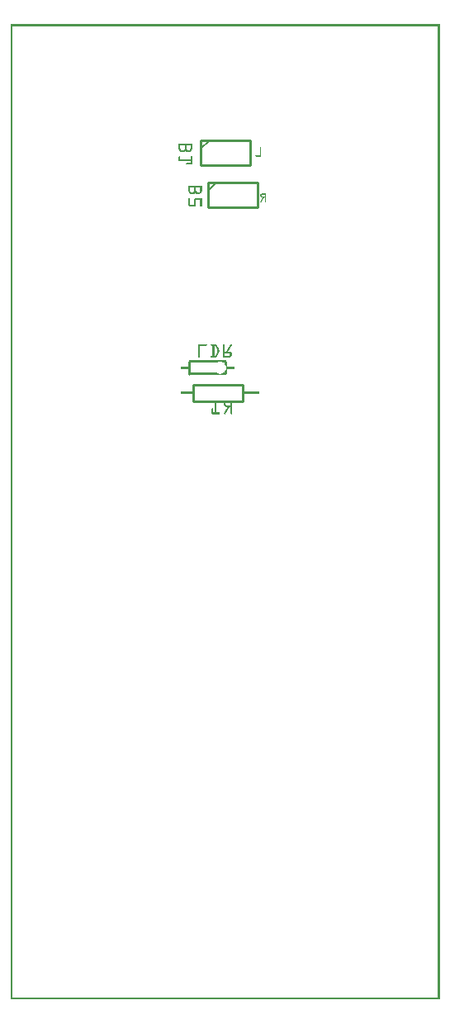
<source format=gbo>
G04 MADE WITH FRITZING*
G04 WWW.FRITZING.ORG*
G04 DOUBLE SIDED*
G04 HOLES PLATED*
G04 CONTOUR ON CENTER OF CONTOUR VECTOR*
%ASAXBY*%
%FSLAX23Y23*%
%MOIN*%
%OFA0B0*%
%SFA1.0B1.0*%
%ADD10C,0.010000*%
%ADD11C,0.005000*%
%ADD12R,0.001000X0.001000*%
%LNSILK0*%
G90*
G70*
G54D10*
X720Y2576D02*
X720Y2526D01*
D02*
X936Y2483D02*
X736Y2483D01*
D02*
X736Y2483D02*
X736Y2417D01*
D02*
X736Y2417D02*
X936Y2417D01*
D02*
X936Y2417D02*
X936Y2483D01*
D02*
X767Y3470D02*
X967Y3470D01*
D02*
X967Y3470D02*
X967Y3370D01*
D02*
X967Y3370D02*
X767Y3370D01*
D02*
X767Y3370D02*
X767Y3470D01*
G54D11*
D02*
X802Y3470D02*
X767Y3435D01*
G54D10*
D02*
X796Y3300D02*
X996Y3300D01*
D02*
X996Y3300D02*
X996Y3200D01*
D02*
X996Y3200D02*
X796Y3200D01*
D02*
X796Y3200D02*
X796Y3300D01*
G54D11*
D02*
X831Y3300D02*
X796Y3265D01*
G54D12*
X0Y3937D02*
X1731Y3937D01*
X0Y3936D02*
X1731Y3936D01*
X0Y3935D02*
X1731Y3935D01*
X0Y3934D02*
X1731Y3934D01*
X0Y3933D02*
X1731Y3933D01*
X0Y3932D02*
X1731Y3932D01*
X0Y3931D02*
X1731Y3931D01*
X0Y3930D02*
X1731Y3930D01*
X0Y3929D02*
X7Y3929D01*
X1724Y3929D02*
X1731Y3929D01*
X0Y3928D02*
X7Y3928D01*
X1724Y3928D02*
X1731Y3928D01*
X0Y3927D02*
X7Y3927D01*
X1724Y3927D02*
X1731Y3927D01*
X0Y3926D02*
X7Y3926D01*
X1724Y3926D02*
X1731Y3926D01*
X0Y3925D02*
X7Y3925D01*
X1724Y3925D02*
X1731Y3925D01*
X0Y3924D02*
X7Y3924D01*
X1724Y3924D02*
X1731Y3924D01*
X0Y3923D02*
X7Y3923D01*
X1724Y3923D02*
X1731Y3923D01*
X0Y3922D02*
X7Y3922D01*
X1724Y3922D02*
X1731Y3922D01*
X0Y3921D02*
X7Y3921D01*
X1724Y3921D02*
X1731Y3921D01*
X0Y3920D02*
X7Y3920D01*
X1724Y3920D02*
X1731Y3920D01*
X0Y3919D02*
X7Y3919D01*
X1724Y3919D02*
X1731Y3919D01*
X0Y3918D02*
X7Y3918D01*
X1724Y3918D02*
X1731Y3918D01*
X0Y3917D02*
X7Y3917D01*
X1724Y3917D02*
X1731Y3917D01*
X0Y3916D02*
X7Y3916D01*
X1724Y3916D02*
X1731Y3916D01*
X0Y3915D02*
X7Y3915D01*
X1724Y3915D02*
X1731Y3915D01*
X0Y3914D02*
X7Y3914D01*
X1724Y3914D02*
X1731Y3914D01*
X0Y3913D02*
X7Y3913D01*
X1724Y3913D02*
X1731Y3913D01*
X0Y3912D02*
X7Y3912D01*
X1724Y3912D02*
X1731Y3912D01*
X0Y3911D02*
X7Y3911D01*
X1724Y3911D02*
X1731Y3911D01*
X0Y3910D02*
X7Y3910D01*
X1724Y3910D02*
X1731Y3910D01*
X0Y3909D02*
X7Y3909D01*
X1724Y3909D02*
X1731Y3909D01*
X0Y3908D02*
X7Y3908D01*
X1724Y3908D02*
X1731Y3908D01*
X0Y3907D02*
X7Y3907D01*
X1724Y3907D02*
X1731Y3907D01*
X0Y3906D02*
X7Y3906D01*
X1724Y3906D02*
X1731Y3906D01*
X0Y3905D02*
X7Y3905D01*
X1724Y3905D02*
X1731Y3905D01*
X0Y3904D02*
X7Y3904D01*
X1724Y3904D02*
X1731Y3904D01*
X0Y3903D02*
X7Y3903D01*
X1724Y3903D02*
X1731Y3903D01*
X0Y3902D02*
X7Y3902D01*
X1724Y3902D02*
X1731Y3902D01*
X0Y3901D02*
X7Y3901D01*
X1724Y3901D02*
X1731Y3901D01*
X0Y3900D02*
X7Y3900D01*
X1724Y3900D02*
X1731Y3900D01*
X0Y3899D02*
X7Y3899D01*
X1724Y3899D02*
X1731Y3899D01*
X0Y3898D02*
X7Y3898D01*
X1724Y3898D02*
X1731Y3898D01*
X0Y3897D02*
X7Y3897D01*
X1724Y3897D02*
X1731Y3897D01*
X0Y3896D02*
X7Y3896D01*
X1724Y3896D02*
X1731Y3896D01*
X0Y3895D02*
X7Y3895D01*
X1724Y3895D02*
X1731Y3895D01*
X0Y3894D02*
X7Y3894D01*
X1724Y3894D02*
X1731Y3894D01*
X0Y3893D02*
X7Y3893D01*
X1724Y3893D02*
X1731Y3893D01*
X0Y3892D02*
X7Y3892D01*
X1724Y3892D02*
X1731Y3892D01*
X0Y3891D02*
X7Y3891D01*
X1724Y3891D02*
X1731Y3891D01*
X0Y3890D02*
X7Y3890D01*
X1724Y3890D02*
X1731Y3890D01*
X0Y3889D02*
X7Y3889D01*
X1724Y3889D02*
X1731Y3889D01*
X0Y3888D02*
X7Y3888D01*
X1724Y3888D02*
X1731Y3888D01*
X0Y3887D02*
X7Y3887D01*
X1724Y3887D02*
X1731Y3887D01*
X0Y3886D02*
X7Y3886D01*
X1724Y3886D02*
X1731Y3886D01*
X0Y3885D02*
X7Y3885D01*
X1724Y3885D02*
X1731Y3885D01*
X0Y3884D02*
X7Y3884D01*
X1724Y3884D02*
X1731Y3884D01*
X0Y3883D02*
X7Y3883D01*
X1724Y3883D02*
X1731Y3883D01*
X0Y3882D02*
X7Y3882D01*
X1724Y3882D02*
X1731Y3882D01*
X0Y3881D02*
X7Y3881D01*
X1724Y3881D02*
X1731Y3881D01*
X0Y3880D02*
X7Y3880D01*
X1724Y3880D02*
X1731Y3880D01*
X0Y3879D02*
X7Y3879D01*
X1724Y3879D02*
X1731Y3879D01*
X0Y3878D02*
X7Y3878D01*
X1724Y3878D02*
X1731Y3878D01*
X0Y3877D02*
X7Y3877D01*
X1724Y3877D02*
X1731Y3877D01*
X0Y3876D02*
X7Y3876D01*
X1724Y3876D02*
X1731Y3876D01*
X0Y3875D02*
X7Y3875D01*
X1724Y3875D02*
X1731Y3875D01*
X0Y3874D02*
X7Y3874D01*
X1724Y3874D02*
X1731Y3874D01*
X0Y3873D02*
X7Y3873D01*
X1724Y3873D02*
X1731Y3873D01*
X0Y3872D02*
X7Y3872D01*
X1724Y3872D02*
X1731Y3872D01*
X0Y3871D02*
X7Y3871D01*
X1724Y3871D02*
X1731Y3871D01*
X0Y3870D02*
X7Y3870D01*
X1724Y3870D02*
X1731Y3870D01*
X0Y3869D02*
X7Y3869D01*
X1724Y3869D02*
X1731Y3869D01*
X0Y3868D02*
X7Y3868D01*
X1724Y3868D02*
X1731Y3868D01*
X0Y3867D02*
X7Y3867D01*
X1724Y3867D02*
X1731Y3867D01*
X0Y3866D02*
X7Y3866D01*
X1724Y3866D02*
X1731Y3866D01*
X0Y3865D02*
X7Y3865D01*
X1724Y3865D02*
X1731Y3865D01*
X0Y3864D02*
X7Y3864D01*
X1724Y3864D02*
X1731Y3864D01*
X0Y3863D02*
X7Y3863D01*
X1724Y3863D02*
X1731Y3863D01*
X0Y3862D02*
X7Y3862D01*
X1724Y3862D02*
X1731Y3862D01*
X0Y3861D02*
X7Y3861D01*
X1724Y3861D02*
X1731Y3861D01*
X0Y3860D02*
X7Y3860D01*
X1724Y3860D02*
X1731Y3860D01*
X0Y3859D02*
X7Y3859D01*
X1724Y3859D02*
X1731Y3859D01*
X0Y3858D02*
X7Y3858D01*
X1724Y3858D02*
X1731Y3858D01*
X0Y3857D02*
X7Y3857D01*
X1724Y3857D02*
X1731Y3857D01*
X0Y3856D02*
X7Y3856D01*
X1724Y3856D02*
X1731Y3856D01*
X0Y3855D02*
X7Y3855D01*
X1724Y3855D02*
X1731Y3855D01*
X0Y3854D02*
X7Y3854D01*
X1724Y3854D02*
X1731Y3854D01*
X0Y3853D02*
X7Y3853D01*
X1724Y3853D02*
X1731Y3853D01*
X0Y3852D02*
X7Y3852D01*
X1724Y3852D02*
X1731Y3852D01*
X0Y3851D02*
X7Y3851D01*
X1724Y3851D02*
X1731Y3851D01*
X0Y3850D02*
X7Y3850D01*
X1724Y3850D02*
X1731Y3850D01*
X0Y3849D02*
X7Y3849D01*
X1724Y3849D02*
X1731Y3849D01*
X0Y3848D02*
X7Y3848D01*
X1724Y3848D02*
X1731Y3848D01*
X0Y3847D02*
X7Y3847D01*
X1724Y3847D02*
X1731Y3847D01*
X0Y3846D02*
X7Y3846D01*
X1724Y3846D02*
X1731Y3846D01*
X0Y3845D02*
X7Y3845D01*
X1724Y3845D02*
X1731Y3845D01*
X0Y3844D02*
X7Y3844D01*
X1724Y3844D02*
X1731Y3844D01*
X0Y3843D02*
X7Y3843D01*
X1724Y3843D02*
X1731Y3843D01*
X0Y3842D02*
X7Y3842D01*
X1724Y3842D02*
X1731Y3842D01*
X0Y3841D02*
X7Y3841D01*
X1724Y3841D02*
X1731Y3841D01*
X0Y3840D02*
X7Y3840D01*
X1724Y3840D02*
X1731Y3840D01*
X0Y3839D02*
X7Y3839D01*
X1724Y3839D02*
X1731Y3839D01*
X0Y3838D02*
X7Y3838D01*
X1724Y3838D02*
X1731Y3838D01*
X0Y3837D02*
X7Y3837D01*
X1724Y3837D02*
X1731Y3837D01*
X0Y3836D02*
X7Y3836D01*
X1724Y3836D02*
X1731Y3836D01*
X0Y3835D02*
X7Y3835D01*
X1724Y3835D02*
X1731Y3835D01*
X0Y3834D02*
X7Y3834D01*
X1724Y3834D02*
X1731Y3834D01*
X0Y3833D02*
X7Y3833D01*
X1724Y3833D02*
X1731Y3833D01*
X0Y3832D02*
X7Y3832D01*
X1724Y3832D02*
X1731Y3832D01*
X0Y3831D02*
X7Y3831D01*
X1724Y3831D02*
X1731Y3831D01*
X0Y3830D02*
X7Y3830D01*
X1724Y3830D02*
X1731Y3830D01*
X0Y3829D02*
X7Y3829D01*
X1724Y3829D02*
X1731Y3829D01*
X0Y3828D02*
X7Y3828D01*
X1724Y3828D02*
X1731Y3828D01*
X0Y3827D02*
X7Y3827D01*
X1724Y3827D02*
X1731Y3827D01*
X0Y3826D02*
X7Y3826D01*
X1724Y3826D02*
X1731Y3826D01*
X0Y3825D02*
X7Y3825D01*
X1724Y3825D02*
X1731Y3825D01*
X0Y3824D02*
X7Y3824D01*
X1724Y3824D02*
X1731Y3824D01*
X0Y3823D02*
X7Y3823D01*
X1724Y3823D02*
X1731Y3823D01*
X0Y3822D02*
X7Y3822D01*
X1724Y3822D02*
X1731Y3822D01*
X0Y3821D02*
X7Y3821D01*
X1724Y3821D02*
X1731Y3821D01*
X0Y3820D02*
X7Y3820D01*
X1724Y3820D02*
X1731Y3820D01*
X0Y3819D02*
X7Y3819D01*
X1724Y3819D02*
X1731Y3819D01*
X0Y3818D02*
X7Y3818D01*
X1724Y3818D02*
X1731Y3818D01*
X0Y3817D02*
X7Y3817D01*
X1724Y3817D02*
X1731Y3817D01*
X0Y3816D02*
X7Y3816D01*
X1724Y3816D02*
X1731Y3816D01*
X0Y3815D02*
X7Y3815D01*
X1724Y3815D02*
X1731Y3815D01*
X0Y3814D02*
X7Y3814D01*
X1724Y3814D02*
X1731Y3814D01*
X0Y3813D02*
X7Y3813D01*
X1724Y3813D02*
X1731Y3813D01*
X0Y3812D02*
X7Y3812D01*
X1724Y3812D02*
X1731Y3812D01*
X0Y3811D02*
X7Y3811D01*
X1724Y3811D02*
X1731Y3811D01*
X0Y3810D02*
X7Y3810D01*
X1724Y3810D02*
X1731Y3810D01*
X0Y3809D02*
X7Y3809D01*
X1724Y3809D02*
X1731Y3809D01*
X0Y3808D02*
X7Y3808D01*
X1724Y3808D02*
X1731Y3808D01*
X0Y3807D02*
X7Y3807D01*
X1724Y3807D02*
X1731Y3807D01*
X0Y3806D02*
X7Y3806D01*
X1724Y3806D02*
X1731Y3806D01*
X0Y3805D02*
X7Y3805D01*
X1724Y3805D02*
X1731Y3805D01*
X0Y3804D02*
X7Y3804D01*
X1724Y3804D02*
X1731Y3804D01*
X0Y3803D02*
X7Y3803D01*
X1724Y3803D02*
X1731Y3803D01*
X0Y3802D02*
X7Y3802D01*
X1724Y3802D02*
X1731Y3802D01*
X0Y3801D02*
X7Y3801D01*
X1724Y3801D02*
X1731Y3801D01*
X0Y3800D02*
X7Y3800D01*
X1724Y3800D02*
X1731Y3800D01*
X0Y3799D02*
X7Y3799D01*
X1724Y3799D02*
X1731Y3799D01*
X0Y3798D02*
X7Y3798D01*
X1724Y3798D02*
X1731Y3798D01*
X0Y3797D02*
X7Y3797D01*
X1724Y3797D02*
X1731Y3797D01*
X0Y3796D02*
X7Y3796D01*
X1724Y3796D02*
X1731Y3796D01*
X0Y3795D02*
X7Y3795D01*
X1724Y3795D02*
X1731Y3795D01*
X0Y3794D02*
X7Y3794D01*
X1724Y3794D02*
X1731Y3794D01*
X0Y3793D02*
X7Y3793D01*
X1724Y3793D02*
X1731Y3793D01*
X0Y3792D02*
X7Y3792D01*
X1724Y3792D02*
X1731Y3792D01*
X0Y3791D02*
X7Y3791D01*
X1724Y3791D02*
X1731Y3791D01*
X0Y3790D02*
X7Y3790D01*
X1724Y3790D02*
X1731Y3790D01*
X0Y3789D02*
X7Y3789D01*
X1724Y3789D02*
X1731Y3789D01*
X0Y3788D02*
X7Y3788D01*
X1724Y3788D02*
X1731Y3788D01*
X0Y3787D02*
X7Y3787D01*
X1724Y3787D02*
X1731Y3787D01*
X0Y3786D02*
X7Y3786D01*
X1724Y3786D02*
X1731Y3786D01*
X0Y3785D02*
X7Y3785D01*
X1724Y3785D02*
X1731Y3785D01*
X0Y3784D02*
X7Y3784D01*
X1724Y3784D02*
X1731Y3784D01*
X0Y3783D02*
X7Y3783D01*
X1724Y3783D02*
X1731Y3783D01*
X0Y3782D02*
X7Y3782D01*
X1724Y3782D02*
X1731Y3782D01*
X0Y3781D02*
X7Y3781D01*
X1724Y3781D02*
X1731Y3781D01*
X0Y3780D02*
X7Y3780D01*
X1724Y3780D02*
X1731Y3780D01*
X0Y3779D02*
X7Y3779D01*
X1724Y3779D02*
X1731Y3779D01*
X0Y3778D02*
X7Y3778D01*
X1724Y3778D02*
X1731Y3778D01*
X0Y3777D02*
X7Y3777D01*
X1724Y3777D02*
X1731Y3777D01*
X0Y3776D02*
X7Y3776D01*
X1724Y3776D02*
X1731Y3776D01*
X0Y3775D02*
X7Y3775D01*
X1724Y3775D02*
X1731Y3775D01*
X0Y3774D02*
X7Y3774D01*
X1724Y3774D02*
X1731Y3774D01*
X0Y3773D02*
X7Y3773D01*
X1724Y3773D02*
X1731Y3773D01*
X0Y3772D02*
X7Y3772D01*
X1724Y3772D02*
X1731Y3772D01*
X0Y3771D02*
X7Y3771D01*
X1724Y3771D02*
X1731Y3771D01*
X0Y3770D02*
X7Y3770D01*
X1724Y3770D02*
X1731Y3770D01*
X0Y3769D02*
X7Y3769D01*
X1724Y3769D02*
X1731Y3769D01*
X0Y3768D02*
X7Y3768D01*
X1724Y3768D02*
X1731Y3768D01*
X0Y3767D02*
X7Y3767D01*
X1724Y3767D02*
X1731Y3767D01*
X0Y3766D02*
X7Y3766D01*
X1724Y3766D02*
X1731Y3766D01*
X0Y3765D02*
X7Y3765D01*
X1724Y3765D02*
X1731Y3765D01*
X0Y3764D02*
X7Y3764D01*
X1724Y3764D02*
X1731Y3764D01*
X0Y3763D02*
X7Y3763D01*
X1724Y3763D02*
X1731Y3763D01*
X0Y3762D02*
X7Y3762D01*
X1724Y3762D02*
X1731Y3762D01*
X0Y3761D02*
X7Y3761D01*
X1724Y3761D02*
X1731Y3761D01*
X0Y3760D02*
X7Y3760D01*
X1724Y3760D02*
X1731Y3760D01*
X0Y3759D02*
X7Y3759D01*
X1724Y3759D02*
X1731Y3759D01*
X0Y3758D02*
X7Y3758D01*
X1724Y3758D02*
X1731Y3758D01*
X0Y3757D02*
X7Y3757D01*
X1724Y3757D02*
X1731Y3757D01*
X0Y3756D02*
X7Y3756D01*
X1724Y3756D02*
X1731Y3756D01*
X0Y3755D02*
X7Y3755D01*
X1724Y3755D02*
X1731Y3755D01*
X0Y3754D02*
X7Y3754D01*
X1724Y3754D02*
X1731Y3754D01*
X0Y3753D02*
X7Y3753D01*
X1724Y3753D02*
X1731Y3753D01*
X0Y3752D02*
X7Y3752D01*
X1724Y3752D02*
X1731Y3752D01*
X0Y3751D02*
X7Y3751D01*
X1724Y3751D02*
X1731Y3751D01*
X0Y3750D02*
X7Y3750D01*
X1724Y3750D02*
X1731Y3750D01*
X0Y3749D02*
X7Y3749D01*
X1724Y3749D02*
X1731Y3749D01*
X0Y3748D02*
X7Y3748D01*
X1724Y3748D02*
X1731Y3748D01*
X0Y3747D02*
X7Y3747D01*
X1724Y3747D02*
X1731Y3747D01*
X0Y3746D02*
X7Y3746D01*
X1724Y3746D02*
X1731Y3746D01*
X0Y3745D02*
X7Y3745D01*
X1724Y3745D02*
X1731Y3745D01*
X0Y3744D02*
X7Y3744D01*
X1724Y3744D02*
X1731Y3744D01*
X0Y3743D02*
X7Y3743D01*
X1724Y3743D02*
X1731Y3743D01*
X0Y3742D02*
X7Y3742D01*
X1724Y3742D02*
X1731Y3742D01*
X0Y3741D02*
X7Y3741D01*
X1724Y3741D02*
X1731Y3741D01*
X0Y3740D02*
X7Y3740D01*
X1724Y3740D02*
X1731Y3740D01*
X0Y3739D02*
X7Y3739D01*
X1724Y3739D02*
X1731Y3739D01*
X0Y3738D02*
X7Y3738D01*
X1724Y3738D02*
X1731Y3738D01*
X0Y3737D02*
X7Y3737D01*
X1724Y3737D02*
X1731Y3737D01*
X0Y3736D02*
X7Y3736D01*
X1724Y3736D02*
X1731Y3736D01*
X0Y3735D02*
X7Y3735D01*
X1724Y3735D02*
X1731Y3735D01*
X0Y3734D02*
X7Y3734D01*
X1724Y3734D02*
X1731Y3734D01*
X0Y3733D02*
X7Y3733D01*
X1724Y3733D02*
X1731Y3733D01*
X0Y3732D02*
X7Y3732D01*
X1724Y3732D02*
X1731Y3732D01*
X0Y3731D02*
X7Y3731D01*
X1724Y3731D02*
X1731Y3731D01*
X0Y3730D02*
X7Y3730D01*
X1724Y3730D02*
X1731Y3730D01*
X0Y3729D02*
X7Y3729D01*
X1724Y3729D02*
X1731Y3729D01*
X0Y3728D02*
X7Y3728D01*
X1724Y3728D02*
X1731Y3728D01*
X0Y3727D02*
X7Y3727D01*
X1724Y3727D02*
X1731Y3727D01*
X0Y3726D02*
X7Y3726D01*
X1724Y3726D02*
X1731Y3726D01*
X0Y3725D02*
X7Y3725D01*
X1724Y3725D02*
X1731Y3725D01*
X0Y3724D02*
X7Y3724D01*
X1724Y3724D02*
X1731Y3724D01*
X0Y3723D02*
X7Y3723D01*
X1724Y3723D02*
X1731Y3723D01*
X0Y3722D02*
X7Y3722D01*
X1724Y3722D02*
X1731Y3722D01*
X0Y3721D02*
X7Y3721D01*
X1724Y3721D02*
X1731Y3721D01*
X0Y3720D02*
X7Y3720D01*
X1724Y3720D02*
X1731Y3720D01*
X0Y3719D02*
X7Y3719D01*
X1724Y3719D02*
X1731Y3719D01*
X0Y3718D02*
X7Y3718D01*
X1724Y3718D02*
X1731Y3718D01*
X0Y3717D02*
X7Y3717D01*
X1724Y3717D02*
X1731Y3717D01*
X0Y3716D02*
X7Y3716D01*
X1724Y3716D02*
X1731Y3716D01*
X0Y3715D02*
X7Y3715D01*
X1724Y3715D02*
X1731Y3715D01*
X0Y3714D02*
X7Y3714D01*
X1724Y3714D02*
X1731Y3714D01*
X0Y3713D02*
X7Y3713D01*
X1724Y3713D02*
X1731Y3713D01*
X0Y3712D02*
X7Y3712D01*
X1724Y3712D02*
X1731Y3712D01*
X0Y3711D02*
X7Y3711D01*
X1724Y3711D02*
X1731Y3711D01*
X0Y3710D02*
X7Y3710D01*
X1724Y3710D02*
X1731Y3710D01*
X0Y3709D02*
X7Y3709D01*
X1724Y3709D02*
X1731Y3709D01*
X0Y3708D02*
X7Y3708D01*
X1724Y3708D02*
X1731Y3708D01*
X0Y3707D02*
X7Y3707D01*
X1724Y3707D02*
X1731Y3707D01*
X0Y3706D02*
X7Y3706D01*
X1724Y3706D02*
X1731Y3706D01*
X0Y3705D02*
X7Y3705D01*
X1724Y3705D02*
X1731Y3705D01*
X0Y3704D02*
X7Y3704D01*
X1724Y3704D02*
X1731Y3704D01*
X0Y3703D02*
X7Y3703D01*
X1724Y3703D02*
X1731Y3703D01*
X0Y3702D02*
X7Y3702D01*
X1724Y3702D02*
X1731Y3702D01*
X0Y3701D02*
X7Y3701D01*
X1724Y3701D02*
X1731Y3701D01*
X0Y3700D02*
X7Y3700D01*
X1724Y3700D02*
X1731Y3700D01*
X0Y3699D02*
X7Y3699D01*
X1724Y3699D02*
X1731Y3699D01*
X0Y3698D02*
X7Y3698D01*
X1724Y3698D02*
X1731Y3698D01*
X0Y3697D02*
X7Y3697D01*
X1724Y3697D02*
X1731Y3697D01*
X0Y3696D02*
X7Y3696D01*
X1724Y3696D02*
X1731Y3696D01*
X0Y3695D02*
X7Y3695D01*
X1724Y3695D02*
X1731Y3695D01*
X0Y3694D02*
X7Y3694D01*
X1724Y3694D02*
X1731Y3694D01*
X0Y3693D02*
X7Y3693D01*
X1724Y3693D02*
X1731Y3693D01*
X0Y3692D02*
X7Y3692D01*
X1724Y3692D02*
X1731Y3692D01*
X0Y3691D02*
X7Y3691D01*
X1724Y3691D02*
X1731Y3691D01*
X0Y3690D02*
X7Y3690D01*
X1724Y3690D02*
X1731Y3690D01*
X0Y3689D02*
X7Y3689D01*
X1724Y3689D02*
X1731Y3689D01*
X0Y3688D02*
X7Y3688D01*
X1724Y3688D02*
X1731Y3688D01*
X0Y3687D02*
X7Y3687D01*
X1724Y3687D02*
X1731Y3687D01*
X0Y3686D02*
X7Y3686D01*
X1724Y3686D02*
X1731Y3686D01*
X0Y3685D02*
X7Y3685D01*
X1724Y3685D02*
X1731Y3685D01*
X0Y3684D02*
X7Y3684D01*
X1724Y3684D02*
X1731Y3684D01*
X0Y3683D02*
X7Y3683D01*
X1724Y3683D02*
X1731Y3683D01*
X0Y3682D02*
X7Y3682D01*
X1724Y3682D02*
X1731Y3682D01*
X0Y3681D02*
X7Y3681D01*
X1724Y3681D02*
X1731Y3681D01*
X0Y3680D02*
X7Y3680D01*
X1724Y3680D02*
X1731Y3680D01*
X0Y3679D02*
X7Y3679D01*
X1724Y3679D02*
X1731Y3679D01*
X0Y3678D02*
X7Y3678D01*
X1724Y3678D02*
X1731Y3678D01*
X0Y3677D02*
X7Y3677D01*
X1724Y3677D02*
X1731Y3677D01*
X0Y3676D02*
X7Y3676D01*
X1724Y3676D02*
X1731Y3676D01*
X0Y3675D02*
X7Y3675D01*
X1724Y3675D02*
X1731Y3675D01*
X0Y3674D02*
X7Y3674D01*
X1724Y3674D02*
X1731Y3674D01*
X0Y3673D02*
X7Y3673D01*
X1724Y3673D02*
X1731Y3673D01*
X0Y3672D02*
X7Y3672D01*
X1724Y3672D02*
X1731Y3672D01*
X0Y3671D02*
X7Y3671D01*
X1724Y3671D02*
X1731Y3671D01*
X0Y3670D02*
X7Y3670D01*
X1724Y3670D02*
X1731Y3670D01*
X0Y3669D02*
X7Y3669D01*
X1724Y3669D02*
X1731Y3669D01*
X0Y3668D02*
X7Y3668D01*
X1724Y3668D02*
X1731Y3668D01*
X0Y3667D02*
X7Y3667D01*
X1724Y3667D02*
X1731Y3667D01*
X0Y3666D02*
X7Y3666D01*
X1724Y3666D02*
X1731Y3666D01*
X0Y3665D02*
X7Y3665D01*
X1724Y3665D02*
X1731Y3665D01*
X0Y3664D02*
X7Y3664D01*
X1724Y3664D02*
X1731Y3664D01*
X0Y3663D02*
X7Y3663D01*
X1724Y3663D02*
X1731Y3663D01*
X0Y3662D02*
X7Y3662D01*
X1724Y3662D02*
X1731Y3662D01*
X0Y3661D02*
X7Y3661D01*
X1724Y3661D02*
X1731Y3661D01*
X0Y3660D02*
X7Y3660D01*
X1724Y3660D02*
X1731Y3660D01*
X0Y3659D02*
X7Y3659D01*
X1724Y3659D02*
X1731Y3659D01*
X0Y3658D02*
X7Y3658D01*
X1724Y3658D02*
X1731Y3658D01*
X0Y3657D02*
X7Y3657D01*
X1724Y3657D02*
X1731Y3657D01*
X0Y3656D02*
X7Y3656D01*
X1724Y3656D02*
X1731Y3656D01*
X0Y3655D02*
X7Y3655D01*
X1724Y3655D02*
X1731Y3655D01*
X0Y3654D02*
X7Y3654D01*
X1724Y3654D02*
X1731Y3654D01*
X0Y3653D02*
X7Y3653D01*
X1724Y3653D02*
X1731Y3653D01*
X0Y3652D02*
X7Y3652D01*
X1724Y3652D02*
X1731Y3652D01*
X0Y3651D02*
X7Y3651D01*
X1724Y3651D02*
X1731Y3651D01*
X0Y3650D02*
X7Y3650D01*
X1724Y3650D02*
X1731Y3650D01*
X0Y3649D02*
X7Y3649D01*
X1724Y3649D02*
X1731Y3649D01*
X0Y3648D02*
X7Y3648D01*
X1724Y3648D02*
X1731Y3648D01*
X0Y3647D02*
X7Y3647D01*
X1724Y3647D02*
X1731Y3647D01*
X0Y3646D02*
X7Y3646D01*
X1724Y3646D02*
X1731Y3646D01*
X0Y3645D02*
X7Y3645D01*
X1724Y3645D02*
X1731Y3645D01*
X0Y3644D02*
X7Y3644D01*
X1724Y3644D02*
X1731Y3644D01*
X0Y3643D02*
X7Y3643D01*
X1724Y3643D02*
X1731Y3643D01*
X0Y3642D02*
X7Y3642D01*
X1724Y3642D02*
X1731Y3642D01*
X0Y3641D02*
X7Y3641D01*
X1724Y3641D02*
X1731Y3641D01*
X0Y3640D02*
X7Y3640D01*
X1724Y3640D02*
X1731Y3640D01*
X0Y3639D02*
X7Y3639D01*
X1724Y3639D02*
X1731Y3639D01*
X0Y3638D02*
X7Y3638D01*
X1724Y3638D02*
X1731Y3638D01*
X0Y3637D02*
X7Y3637D01*
X1724Y3637D02*
X1731Y3637D01*
X0Y3636D02*
X7Y3636D01*
X1724Y3636D02*
X1731Y3636D01*
X0Y3635D02*
X7Y3635D01*
X1724Y3635D02*
X1731Y3635D01*
X0Y3634D02*
X7Y3634D01*
X1724Y3634D02*
X1731Y3634D01*
X0Y3633D02*
X7Y3633D01*
X1724Y3633D02*
X1731Y3633D01*
X0Y3632D02*
X7Y3632D01*
X1724Y3632D02*
X1731Y3632D01*
X0Y3631D02*
X7Y3631D01*
X1724Y3631D02*
X1731Y3631D01*
X0Y3630D02*
X7Y3630D01*
X1724Y3630D02*
X1731Y3630D01*
X0Y3629D02*
X7Y3629D01*
X1724Y3629D02*
X1731Y3629D01*
X0Y3628D02*
X7Y3628D01*
X1724Y3628D02*
X1731Y3628D01*
X0Y3627D02*
X7Y3627D01*
X1724Y3627D02*
X1731Y3627D01*
X0Y3626D02*
X7Y3626D01*
X1724Y3626D02*
X1731Y3626D01*
X0Y3625D02*
X7Y3625D01*
X1724Y3625D02*
X1731Y3625D01*
X0Y3624D02*
X7Y3624D01*
X1724Y3624D02*
X1731Y3624D01*
X0Y3623D02*
X7Y3623D01*
X1724Y3623D02*
X1731Y3623D01*
X0Y3622D02*
X7Y3622D01*
X1724Y3622D02*
X1731Y3622D01*
X0Y3621D02*
X7Y3621D01*
X1724Y3621D02*
X1731Y3621D01*
X0Y3620D02*
X7Y3620D01*
X1724Y3620D02*
X1731Y3620D01*
X0Y3619D02*
X7Y3619D01*
X1724Y3619D02*
X1731Y3619D01*
X0Y3618D02*
X7Y3618D01*
X1724Y3618D02*
X1731Y3618D01*
X0Y3617D02*
X7Y3617D01*
X1724Y3617D02*
X1731Y3617D01*
X0Y3616D02*
X7Y3616D01*
X1724Y3616D02*
X1731Y3616D01*
X0Y3615D02*
X7Y3615D01*
X1724Y3615D02*
X1731Y3615D01*
X0Y3614D02*
X7Y3614D01*
X1724Y3614D02*
X1731Y3614D01*
X0Y3613D02*
X7Y3613D01*
X1724Y3613D02*
X1731Y3613D01*
X0Y3612D02*
X7Y3612D01*
X1724Y3612D02*
X1731Y3612D01*
X0Y3611D02*
X7Y3611D01*
X1724Y3611D02*
X1731Y3611D01*
X0Y3610D02*
X7Y3610D01*
X1724Y3610D02*
X1731Y3610D01*
X0Y3609D02*
X7Y3609D01*
X1724Y3609D02*
X1731Y3609D01*
X0Y3608D02*
X7Y3608D01*
X1724Y3608D02*
X1731Y3608D01*
X0Y3607D02*
X7Y3607D01*
X1724Y3607D02*
X1731Y3607D01*
X0Y3606D02*
X7Y3606D01*
X1724Y3606D02*
X1731Y3606D01*
X0Y3605D02*
X7Y3605D01*
X1724Y3605D02*
X1731Y3605D01*
X0Y3604D02*
X7Y3604D01*
X1724Y3604D02*
X1731Y3604D01*
X0Y3603D02*
X7Y3603D01*
X1724Y3603D02*
X1731Y3603D01*
X0Y3602D02*
X7Y3602D01*
X1724Y3602D02*
X1731Y3602D01*
X0Y3601D02*
X7Y3601D01*
X1724Y3601D02*
X1731Y3601D01*
X0Y3600D02*
X7Y3600D01*
X1724Y3600D02*
X1731Y3600D01*
X0Y3599D02*
X7Y3599D01*
X1724Y3599D02*
X1731Y3599D01*
X0Y3598D02*
X7Y3598D01*
X1724Y3598D02*
X1731Y3598D01*
X0Y3597D02*
X7Y3597D01*
X1724Y3597D02*
X1731Y3597D01*
X0Y3596D02*
X7Y3596D01*
X1724Y3596D02*
X1731Y3596D01*
X0Y3595D02*
X7Y3595D01*
X1724Y3595D02*
X1731Y3595D01*
X0Y3594D02*
X7Y3594D01*
X1724Y3594D02*
X1731Y3594D01*
X0Y3593D02*
X7Y3593D01*
X1724Y3593D02*
X1731Y3593D01*
X0Y3592D02*
X7Y3592D01*
X1724Y3592D02*
X1731Y3592D01*
X0Y3591D02*
X7Y3591D01*
X1724Y3591D02*
X1731Y3591D01*
X0Y3590D02*
X7Y3590D01*
X1724Y3590D02*
X1731Y3590D01*
X0Y3589D02*
X7Y3589D01*
X1724Y3589D02*
X1731Y3589D01*
X0Y3588D02*
X7Y3588D01*
X1724Y3588D02*
X1731Y3588D01*
X0Y3587D02*
X7Y3587D01*
X1724Y3587D02*
X1731Y3587D01*
X0Y3586D02*
X7Y3586D01*
X1724Y3586D02*
X1731Y3586D01*
X0Y3585D02*
X7Y3585D01*
X1724Y3585D02*
X1731Y3585D01*
X0Y3584D02*
X7Y3584D01*
X1724Y3584D02*
X1731Y3584D01*
X0Y3583D02*
X7Y3583D01*
X1724Y3583D02*
X1731Y3583D01*
X0Y3582D02*
X7Y3582D01*
X1724Y3582D02*
X1731Y3582D01*
X0Y3581D02*
X7Y3581D01*
X1724Y3581D02*
X1731Y3581D01*
X0Y3580D02*
X7Y3580D01*
X1724Y3580D02*
X1731Y3580D01*
X0Y3579D02*
X7Y3579D01*
X1724Y3579D02*
X1731Y3579D01*
X0Y3578D02*
X7Y3578D01*
X1724Y3578D02*
X1731Y3578D01*
X0Y3577D02*
X7Y3577D01*
X1724Y3577D02*
X1731Y3577D01*
X0Y3576D02*
X7Y3576D01*
X1724Y3576D02*
X1731Y3576D01*
X0Y3575D02*
X7Y3575D01*
X1724Y3575D02*
X1731Y3575D01*
X0Y3574D02*
X7Y3574D01*
X1724Y3574D02*
X1731Y3574D01*
X0Y3573D02*
X7Y3573D01*
X1724Y3573D02*
X1731Y3573D01*
X0Y3572D02*
X7Y3572D01*
X1724Y3572D02*
X1731Y3572D01*
X0Y3571D02*
X7Y3571D01*
X1724Y3571D02*
X1731Y3571D01*
X0Y3570D02*
X7Y3570D01*
X1724Y3570D02*
X1731Y3570D01*
X0Y3569D02*
X7Y3569D01*
X1724Y3569D02*
X1731Y3569D01*
X0Y3568D02*
X7Y3568D01*
X1724Y3568D02*
X1731Y3568D01*
X0Y3567D02*
X7Y3567D01*
X1724Y3567D02*
X1731Y3567D01*
X0Y3566D02*
X7Y3566D01*
X1724Y3566D02*
X1731Y3566D01*
X0Y3565D02*
X7Y3565D01*
X1724Y3565D02*
X1731Y3565D01*
X0Y3564D02*
X7Y3564D01*
X1724Y3564D02*
X1731Y3564D01*
X0Y3563D02*
X7Y3563D01*
X1724Y3563D02*
X1731Y3563D01*
X0Y3562D02*
X7Y3562D01*
X1724Y3562D02*
X1731Y3562D01*
X0Y3561D02*
X7Y3561D01*
X1724Y3561D02*
X1731Y3561D01*
X0Y3560D02*
X7Y3560D01*
X1724Y3560D02*
X1731Y3560D01*
X0Y3559D02*
X7Y3559D01*
X1724Y3559D02*
X1731Y3559D01*
X0Y3558D02*
X7Y3558D01*
X1724Y3558D02*
X1731Y3558D01*
X0Y3557D02*
X7Y3557D01*
X1724Y3557D02*
X1731Y3557D01*
X0Y3556D02*
X7Y3556D01*
X1724Y3556D02*
X1731Y3556D01*
X0Y3555D02*
X7Y3555D01*
X1724Y3555D02*
X1731Y3555D01*
X0Y3554D02*
X7Y3554D01*
X1724Y3554D02*
X1731Y3554D01*
X0Y3553D02*
X7Y3553D01*
X1724Y3553D02*
X1731Y3553D01*
X0Y3552D02*
X7Y3552D01*
X1724Y3552D02*
X1731Y3552D01*
X0Y3551D02*
X7Y3551D01*
X1724Y3551D02*
X1731Y3551D01*
X0Y3550D02*
X7Y3550D01*
X1724Y3550D02*
X1731Y3550D01*
X0Y3549D02*
X7Y3549D01*
X1724Y3549D02*
X1731Y3549D01*
X0Y3548D02*
X7Y3548D01*
X1724Y3548D02*
X1731Y3548D01*
X0Y3547D02*
X7Y3547D01*
X1724Y3547D02*
X1731Y3547D01*
X0Y3546D02*
X7Y3546D01*
X1724Y3546D02*
X1731Y3546D01*
X0Y3545D02*
X7Y3545D01*
X1724Y3545D02*
X1731Y3545D01*
X0Y3544D02*
X7Y3544D01*
X1724Y3544D02*
X1731Y3544D01*
X0Y3543D02*
X7Y3543D01*
X1724Y3543D02*
X1731Y3543D01*
X0Y3542D02*
X7Y3542D01*
X1724Y3542D02*
X1731Y3542D01*
X0Y3541D02*
X7Y3541D01*
X1724Y3541D02*
X1731Y3541D01*
X0Y3540D02*
X7Y3540D01*
X1724Y3540D02*
X1731Y3540D01*
X0Y3539D02*
X7Y3539D01*
X1724Y3539D02*
X1731Y3539D01*
X0Y3538D02*
X7Y3538D01*
X1724Y3538D02*
X1731Y3538D01*
X0Y3537D02*
X7Y3537D01*
X1724Y3537D02*
X1731Y3537D01*
X0Y3536D02*
X7Y3536D01*
X1724Y3536D02*
X1731Y3536D01*
X0Y3535D02*
X7Y3535D01*
X1724Y3535D02*
X1731Y3535D01*
X0Y3534D02*
X7Y3534D01*
X1724Y3534D02*
X1731Y3534D01*
X0Y3533D02*
X7Y3533D01*
X1724Y3533D02*
X1731Y3533D01*
X0Y3532D02*
X7Y3532D01*
X1724Y3532D02*
X1731Y3532D01*
X0Y3531D02*
X7Y3531D01*
X1724Y3531D02*
X1731Y3531D01*
X0Y3530D02*
X7Y3530D01*
X1724Y3530D02*
X1731Y3530D01*
X0Y3529D02*
X7Y3529D01*
X1724Y3529D02*
X1731Y3529D01*
X0Y3528D02*
X7Y3528D01*
X1724Y3528D02*
X1731Y3528D01*
X0Y3527D02*
X7Y3527D01*
X1724Y3527D02*
X1731Y3527D01*
X0Y3526D02*
X7Y3526D01*
X1724Y3526D02*
X1731Y3526D01*
X0Y3525D02*
X7Y3525D01*
X1724Y3525D02*
X1731Y3525D01*
X0Y3524D02*
X7Y3524D01*
X1724Y3524D02*
X1731Y3524D01*
X0Y3523D02*
X7Y3523D01*
X1724Y3523D02*
X1731Y3523D01*
X0Y3522D02*
X7Y3522D01*
X1724Y3522D02*
X1731Y3522D01*
X0Y3521D02*
X7Y3521D01*
X1724Y3521D02*
X1731Y3521D01*
X0Y3520D02*
X7Y3520D01*
X1724Y3520D02*
X1731Y3520D01*
X0Y3519D02*
X7Y3519D01*
X1724Y3519D02*
X1731Y3519D01*
X0Y3518D02*
X7Y3518D01*
X1724Y3518D02*
X1731Y3518D01*
X0Y3517D02*
X7Y3517D01*
X1724Y3517D02*
X1731Y3517D01*
X0Y3516D02*
X7Y3516D01*
X1724Y3516D02*
X1731Y3516D01*
X0Y3515D02*
X7Y3515D01*
X1724Y3515D02*
X1731Y3515D01*
X0Y3514D02*
X7Y3514D01*
X1724Y3514D02*
X1731Y3514D01*
X0Y3513D02*
X7Y3513D01*
X1724Y3513D02*
X1731Y3513D01*
X0Y3512D02*
X7Y3512D01*
X1724Y3512D02*
X1731Y3512D01*
X0Y3511D02*
X7Y3511D01*
X1724Y3511D02*
X1731Y3511D01*
X0Y3510D02*
X7Y3510D01*
X1724Y3510D02*
X1731Y3510D01*
X0Y3509D02*
X7Y3509D01*
X1724Y3509D02*
X1731Y3509D01*
X0Y3508D02*
X7Y3508D01*
X1724Y3508D02*
X1731Y3508D01*
X0Y3507D02*
X7Y3507D01*
X1724Y3507D02*
X1731Y3507D01*
X0Y3506D02*
X7Y3506D01*
X1724Y3506D02*
X1731Y3506D01*
X0Y3505D02*
X7Y3505D01*
X1724Y3505D02*
X1731Y3505D01*
X0Y3504D02*
X7Y3504D01*
X1724Y3504D02*
X1731Y3504D01*
X0Y3503D02*
X7Y3503D01*
X1724Y3503D02*
X1731Y3503D01*
X0Y3502D02*
X7Y3502D01*
X1724Y3502D02*
X1731Y3502D01*
X0Y3501D02*
X7Y3501D01*
X1724Y3501D02*
X1731Y3501D01*
X0Y3500D02*
X7Y3500D01*
X1724Y3500D02*
X1731Y3500D01*
X0Y3499D02*
X7Y3499D01*
X1724Y3499D02*
X1731Y3499D01*
X0Y3498D02*
X7Y3498D01*
X1724Y3498D02*
X1731Y3498D01*
X0Y3497D02*
X7Y3497D01*
X1724Y3497D02*
X1731Y3497D01*
X0Y3496D02*
X7Y3496D01*
X1724Y3496D02*
X1731Y3496D01*
X0Y3495D02*
X7Y3495D01*
X1724Y3495D02*
X1731Y3495D01*
X0Y3494D02*
X7Y3494D01*
X1724Y3494D02*
X1731Y3494D01*
X0Y3493D02*
X7Y3493D01*
X1724Y3493D02*
X1731Y3493D01*
X0Y3492D02*
X7Y3492D01*
X1724Y3492D02*
X1731Y3492D01*
X0Y3491D02*
X7Y3491D01*
X1724Y3491D02*
X1731Y3491D01*
X0Y3490D02*
X7Y3490D01*
X1724Y3490D02*
X1731Y3490D01*
X0Y3489D02*
X7Y3489D01*
X1724Y3489D02*
X1731Y3489D01*
X0Y3488D02*
X7Y3488D01*
X1724Y3488D02*
X1731Y3488D01*
X0Y3487D02*
X7Y3487D01*
X1724Y3487D02*
X1731Y3487D01*
X0Y3486D02*
X7Y3486D01*
X1724Y3486D02*
X1731Y3486D01*
X0Y3485D02*
X7Y3485D01*
X1724Y3485D02*
X1731Y3485D01*
X0Y3484D02*
X7Y3484D01*
X1724Y3484D02*
X1731Y3484D01*
X0Y3483D02*
X7Y3483D01*
X1724Y3483D02*
X1731Y3483D01*
X0Y3482D02*
X7Y3482D01*
X1724Y3482D02*
X1731Y3482D01*
X0Y3481D02*
X7Y3481D01*
X1724Y3481D02*
X1731Y3481D01*
X0Y3480D02*
X7Y3480D01*
X1724Y3480D02*
X1731Y3480D01*
X0Y3479D02*
X7Y3479D01*
X1724Y3479D02*
X1731Y3479D01*
X0Y3478D02*
X7Y3478D01*
X1724Y3478D02*
X1731Y3478D01*
X0Y3477D02*
X7Y3477D01*
X1724Y3477D02*
X1731Y3477D01*
X0Y3476D02*
X7Y3476D01*
X1724Y3476D02*
X1731Y3476D01*
X0Y3475D02*
X7Y3475D01*
X1724Y3475D02*
X1731Y3475D01*
X0Y3474D02*
X7Y3474D01*
X1724Y3474D02*
X1731Y3474D01*
X0Y3473D02*
X7Y3473D01*
X1724Y3473D02*
X1731Y3473D01*
X0Y3472D02*
X7Y3472D01*
X1724Y3472D02*
X1731Y3472D01*
X0Y3471D02*
X7Y3471D01*
X1724Y3471D02*
X1731Y3471D01*
X0Y3470D02*
X7Y3470D01*
X1724Y3470D02*
X1731Y3470D01*
X0Y3469D02*
X7Y3469D01*
X1724Y3469D02*
X1731Y3469D01*
X0Y3468D02*
X7Y3468D01*
X1724Y3468D02*
X1731Y3468D01*
X0Y3467D02*
X7Y3467D01*
X1724Y3467D02*
X1731Y3467D01*
X0Y3466D02*
X7Y3466D01*
X1724Y3466D02*
X1731Y3466D01*
X0Y3465D02*
X7Y3465D01*
X1724Y3465D02*
X1731Y3465D01*
X0Y3464D02*
X7Y3464D01*
X1724Y3464D02*
X1731Y3464D01*
X0Y3463D02*
X7Y3463D01*
X1724Y3463D02*
X1731Y3463D01*
X0Y3462D02*
X7Y3462D01*
X1724Y3462D02*
X1731Y3462D01*
X0Y3461D02*
X7Y3461D01*
X1724Y3461D02*
X1731Y3461D01*
X0Y3460D02*
X7Y3460D01*
X1724Y3460D02*
X1731Y3460D01*
X0Y3459D02*
X7Y3459D01*
X1724Y3459D02*
X1731Y3459D01*
X0Y3458D02*
X7Y3458D01*
X1724Y3458D02*
X1731Y3458D01*
X0Y3457D02*
X7Y3457D01*
X1724Y3457D02*
X1731Y3457D01*
X0Y3456D02*
X7Y3456D01*
X1724Y3456D02*
X1731Y3456D01*
X0Y3455D02*
X7Y3455D01*
X678Y3455D02*
X732Y3455D01*
X1724Y3455D02*
X1731Y3455D01*
X0Y3454D02*
X7Y3454D01*
X678Y3454D02*
X732Y3454D01*
X1724Y3454D02*
X1731Y3454D01*
X0Y3453D02*
X7Y3453D01*
X678Y3453D02*
X732Y3453D01*
X1724Y3453D02*
X1731Y3453D01*
X0Y3452D02*
X7Y3452D01*
X678Y3452D02*
X732Y3452D01*
X1724Y3452D02*
X1731Y3452D01*
X0Y3451D02*
X7Y3451D01*
X678Y3451D02*
X732Y3451D01*
X1724Y3451D02*
X1731Y3451D01*
X0Y3450D02*
X7Y3450D01*
X678Y3450D02*
X732Y3450D01*
X1724Y3450D02*
X1731Y3450D01*
X0Y3449D02*
X7Y3449D01*
X678Y3449D02*
X732Y3449D01*
X1724Y3449D02*
X1731Y3449D01*
X0Y3448D02*
X7Y3448D01*
X678Y3448D02*
X684Y3448D01*
X702Y3448D02*
X708Y3448D01*
X726Y3448D02*
X732Y3448D01*
X1724Y3448D02*
X1731Y3448D01*
X0Y3447D02*
X7Y3447D01*
X678Y3447D02*
X684Y3447D01*
X702Y3447D02*
X708Y3447D01*
X726Y3447D02*
X732Y3447D01*
X1724Y3447D02*
X1731Y3447D01*
X0Y3446D02*
X7Y3446D01*
X678Y3446D02*
X684Y3446D01*
X702Y3446D02*
X708Y3446D01*
X726Y3446D02*
X732Y3446D01*
X1724Y3446D02*
X1731Y3446D01*
X0Y3445D02*
X7Y3445D01*
X678Y3445D02*
X684Y3445D01*
X702Y3445D02*
X708Y3445D01*
X726Y3445D02*
X732Y3445D01*
X1724Y3445D02*
X1731Y3445D01*
X0Y3444D02*
X7Y3444D01*
X678Y3444D02*
X684Y3444D01*
X702Y3444D02*
X708Y3444D01*
X726Y3444D02*
X732Y3444D01*
X1724Y3444D02*
X1731Y3444D01*
X0Y3443D02*
X7Y3443D01*
X678Y3443D02*
X684Y3443D01*
X702Y3443D02*
X708Y3443D01*
X726Y3443D02*
X732Y3443D01*
X1724Y3443D02*
X1731Y3443D01*
X0Y3442D02*
X7Y3442D01*
X678Y3442D02*
X684Y3442D01*
X702Y3442D02*
X708Y3442D01*
X726Y3442D02*
X732Y3442D01*
X1724Y3442D02*
X1731Y3442D01*
X0Y3441D02*
X7Y3441D01*
X678Y3441D02*
X684Y3441D01*
X702Y3441D02*
X708Y3441D01*
X726Y3441D02*
X732Y3441D01*
X1724Y3441D02*
X1731Y3441D01*
X0Y3440D02*
X7Y3440D01*
X678Y3440D02*
X684Y3440D01*
X702Y3440D02*
X708Y3440D01*
X726Y3440D02*
X732Y3440D01*
X1007Y3440D02*
X1010Y3440D01*
X1724Y3440D02*
X1731Y3440D01*
X0Y3439D02*
X7Y3439D01*
X678Y3439D02*
X684Y3439D01*
X702Y3439D02*
X708Y3439D01*
X726Y3439D02*
X732Y3439D01*
X1007Y3439D02*
X1010Y3439D01*
X1724Y3439D02*
X1731Y3439D01*
X0Y3438D02*
X7Y3438D01*
X678Y3438D02*
X684Y3438D01*
X702Y3438D02*
X708Y3438D01*
X726Y3438D02*
X732Y3438D01*
X1007Y3438D02*
X1010Y3438D01*
X1724Y3438D02*
X1731Y3438D01*
X0Y3437D02*
X7Y3437D01*
X678Y3437D02*
X684Y3437D01*
X702Y3437D02*
X708Y3437D01*
X726Y3437D02*
X732Y3437D01*
X1007Y3437D02*
X1010Y3437D01*
X1724Y3437D02*
X1731Y3437D01*
X0Y3436D02*
X7Y3436D01*
X678Y3436D02*
X684Y3436D01*
X702Y3436D02*
X708Y3436D01*
X726Y3436D02*
X732Y3436D01*
X1007Y3436D02*
X1010Y3436D01*
X1724Y3436D02*
X1731Y3436D01*
X0Y3435D02*
X7Y3435D01*
X678Y3435D02*
X684Y3435D01*
X702Y3435D02*
X708Y3435D01*
X725Y3435D02*
X731Y3435D01*
X1007Y3435D02*
X1010Y3435D01*
X1724Y3435D02*
X1731Y3435D01*
X0Y3434D02*
X7Y3434D01*
X678Y3434D02*
X685Y3434D01*
X702Y3434D02*
X708Y3434D01*
X725Y3434D02*
X731Y3434D01*
X1007Y3434D02*
X1010Y3434D01*
X1724Y3434D02*
X1731Y3434D01*
X0Y3433D02*
X7Y3433D01*
X679Y3433D02*
X685Y3433D01*
X701Y3433D02*
X708Y3433D01*
X725Y3433D02*
X731Y3433D01*
X1007Y3433D02*
X1010Y3433D01*
X1724Y3433D02*
X1731Y3433D01*
X0Y3432D02*
X7Y3432D01*
X679Y3432D02*
X685Y3432D01*
X701Y3432D02*
X709Y3432D01*
X725Y3432D02*
X731Y3432D01*
X1007Y3432D02*
X1010Y3432D01*
X1724Y3432D02*
X1731Y3432D01*
X0Y3431D02*
X7Y3431D01*
X679Y3431D02*
X686Y3431D01*
X700Y3431D02*
X710Y3431D01*
X724Y3431D02*
X731Y3431D01*
X1007Y3431D02*
X1010Y3431D01*
X1724Y3431D02*
X1731Y3431D01*
X0Y3430D02*
X7Y3430D01*
X679Y3430D02*
X687Y3430D01*
X699Y3430D02*
X711Y3430D01*
X723Y3430D02*
X730Y3430D01*
X1007Y3430D02*
X1010Y3430D01*
X1724Y3430D02*
X1731Y3430D01*
X0Y3429D02*
X7Y3429D01*
X680Y3429D02*
X689Y3429D01*
X698Y3429D02*
X712Y3429D01*
X721Y3429D02*
X730Y3429D01*
X1007Y3429D02*
X1010Y3429D01*
X1724Y3429D02*
X1731Y3429D01*
X0Y3428D02*
X7Y3428D01*
X681Y3428D02*
X729Y3428D01*
X1007Y3428D02*
X1010Y3428D01*
X1724Y3428D02*
X1731Y3428D01*
X0Y3427D02*
X7Y3427D01*
X681Y3427D02*
X729Y3427D01*
X1007Y3427D02*
X1010Y3427D01*
X1724Y3427D02*
X1731Y3427D01*
X0Y3426D02*
X7Y3426D01*
X682Y3426D02*
X704Y3426D01*
X706Y3426D02*
X728Y3426D01*
X1007Y3426D02*
X1010Y3426D01*
X1724Y3426D02*
X1731Y3426D01*
X0Y3425D02*
X7Y3425D01*
X683Y3425D02*
X703Y3425D01*
X707Y3425D02*
X727Y3425D01*
X1007Y3425D02*
X1010Y3425D01*
X1724Y3425D02*
X1731Y3425D01*
X0Y3424D02*
X7Y3424D01*
X684Y3424D02*
X702Y3424D01*
X708Y3424D02*
X726Y3424D01*
X1007Y3424D02*
X1010Y3424D01*
X1724Y3424D02*
X1731Y3424D01*
X0Y3423D02*
X7Y3423D01*
X686Y3423D02*
X700Y3423D01*
X710Y3423D02*
X724Y3423D01*
X1007Y3423D02*
X1010Y3423D01*
X1724Y3423D02*
X1731Y3423D01*
X0Y3422D02*
X7Y3422D01*
X688Y3422D02*
X698Y3422D01*
X712Y3422D02*
X721Y3422D01*
X1007Y3422D02*
X1010Y3422D01*
X1724Y3422D02*
X1731Y3422D01*
X0Y3421D02*
X7Y3421D01*
X1007Y3421D02*
X1010Y3421D01*
X1724Y3421D02*
X1731Y3421D01*
X0Y3420D02*
X7Y3420D01*
X1007Y3420D02*
X1010Y3420D01*
X1724Y3420D02*
X1731Y3420D01*
X0Y3419D02*
X7Y3419D01*
X1007Y3419D02*
X1010Y3419D01*
X1724Y3419D02*
X1731Y3419D01*
X0Y3418D02*
X7Y3418D01*
X1007Y3418D02*
X1010Y3418D01*
X1724Y3418D02*
X1731Y3418D01*
X0Y3417D02*
X7Y3417D01*
X1007Y3417D02*
X1010Y3417D01*
X1724Y3417D02*
X1731Y3417D01*
X0Y3416D02*
X7Y3416D01*
X1007Y3416D02*
X1010Y3416D01*
X1724Y3416D02*
X1731Y3416D01*
X0Y3415D02*
X7Y3415D01*
X1007Y3415D02*
X1010Y3415D01*
X1724Y3415D02*
X1731Y3415D01*
X0Y3414D02*
X7Y3414D01*
X1007Y3414D02*
X1010Y3414D01*
X1724Y3414D02*
X1731Y3414D01*
X0Y3413D02*
X7Y3413D01*
X1007Y3413D02*
X1010Y3413D01*
X1724Y3413D02*
X1731Y3413D01*
X0Y3412D02*
X7Y3412D01*
X1007Y3412D02*
X1010Y3412D01*
X1724Y3412D02*
X1731Y3412D01*
X0Y3411D02*
X7Y3411D01*
X1007Y3411D02*
X1010Y3411D01*
X1724Y3411D02*
X1731Y3411D01*
X0Y3410D02*
X7Y3410D01*
X1007Y3410D02*
X1010Y3410D01*
X1724Y3410D02*
X1731Y3410D01*
X0Y3409D02*
X7Y3409D01*
X1006Y3409D02*
X1010Y3409D01*
X1724Y3409D02*
X1731Y3409D01*
X0Y3408D02*
X7Y3408D01*
X989Y3408D02*
X1010Y3408D01*
X1724Y3408D02*
X1731Y3408D01*
X0Y3407D02*
X7Y3407D01*
X988Y3407D02*
X1010Y3407D01*
X1724Y3407D02*
X1731Y3407D01*
X0Y3406D02*
X7Y3406D01*
X988Y3406D02*
X1010Y3406D01*
X1724Y3406D02*
X1731Y3406D01*
X0Y3405D02*
X7Y3405D01*
X680Y3405D02*
X683Y3405D01*
X727Y3405D02*
X730Y3405D01*
X988Y3405D02*
X1010Y3405D01*
X1724Y3405D02*
X1731Y3405D01*
X0Y3404D02*
X7Y3404D01*
X679Y3404D02*
X684Y3404D01*
X726Y3404D02*
X731Y3404D01*
X990Y3404D02*
X1010Y3404D01*
X1724Y3404D02*
X1731Y3404D01*
X0Y3403D02*
X7Y3403D01*
X678Y3403D02*
X684Y3403D01*
X726Y3403D02*
X731Y3403D01*
X1724Y3403D02*
X1731Y3403D01*
X0Y3402D02*
X7Y3402D01*
X678Y3402D02*
X684Y3402D01*
X726Y3402D02*
X732Y3402D01*
X1724Y3402D02*
X1731Y3402D01*
X0Y3401D02*
X7Y3401D01*
X678Y3401D02*
X684Y3401D01*
X726Y3401D02*
X732Y3401D01*
X1724Y3401D02*
X1731Y3401D01*
X0Y3400D02*
X7Y3400D01*
X678Y3400D02*
X684Y3400D01*
X726Y3400D02*
X732Y3400D01*
X1724Y3400D02*
X1731Y3400D01*
X0Y3399D02*
X7Y3399D01*
X678Y3399D02*
X684Y3399D01*
X726Y3399D02*
X732Y3399D01*
X1724Y3399D02*
X1731Y3399D01*
X0Y3398D02*
X7Y3398D01*
X678Y3398D02*
X684Y3398D01*
X726Y3398D02*
X732Y3398D01*
X1724Y3398D02*
X1731Y3398D01*
X0Y3397D02*
X7Y3397D01*
X678Y3397D02*
X684Y3397D01*
X726Y3397D02*
X732Y3397D01*
X1724Y3397D02*
X1731Y3397D01*
X0Y3396D02*
X7Y3396D01*
X678Y3396D02*
X684Y3396D01*
X726Y3396D02*
X732Y3396D01*
X1724Y3396D02*
X1731Y3396D01*
X0Y3395D02*
X7Y3395D01*
X678Y3395D02*
X684Y3395D01*
X726Y3395D02*
X732Y3395D01*
X1724Y3395D02*
X1731Y3395D01*
X0Y3394D02*
X7Y3394D01*
X678Y3394D02*
X684Y3394D01*
X726Y3394D02*
X732Y3394D01*
X1724Y3394D02*
X1731Y3394D01*
X0Y3393D02*
X7Y3393D01*
X678Y3393D02*
X684Y3393D01*
X726Y3393D02*
X732Y3393D01*
X1724Y3393D02*
X1731Y3393D01*
X0Y3392D02*
X7Y3392D01*
X678Y3392D02*
X732Y3392D01*
X1724Y3392D02*
X1731Y3392D01*
X0Y3391D02*
X7Y3391D01*
X678Y3391D02*
X732Y3391D01*
X1724Y3391D02*
X1731Y3391D01*
X0Y3390D02*
X7Y3390D01*
X678Y3390D02*
X732Y3390D01*
X1724Y3390D02*
X1731Y3390D01*
X0Y3389D02*
X7Y3389D01*
X678Y3389D02*
X732Y3389D01*
X1724Y3389D02*
X1731Y3389D01*
X0Y3388D02*
X7Y3388D01*
X678Y3388D02*
X732Y3388D01*
X1724Y3388D02*
X1731Y3388D01*
X0Y3387D02*
X7Y3387D01*
X678Y3387D02*
X732Y3387D01*
X1724Y3387D02*
X1731Y3387D01*
X0Y3386D02*
X7Y3386D01*
X678Y3386D02*
X732Y3386D01*
X1724Y3386D02*
X1731Y3386D01*
X0Y3385D02*
X7Y3385D01*
X679Y3385D02*
X732Y3385D01*
X1724Y3385D02*
X1731Y3385D01*
X0Y3384D02*
X7Y3384D01*
X726Y3384D02*
X732Y3384D01*
X1724Y3384D02*
X1731Y3384D01*
X0Y3383D02*
X7Y3383D01*
X726Y3383D02*
X732Y3383D01*
X1724Y3383D02*
X1731Y3383D01*
X0Y3382D02*
X7Y3382D01*
X726Y3382D02*
X732Y3382D01*
X1724Y3382D02*
X1731Y3382D01*
X0Y3381D02*
X7Y3381D01*
X726Y3381D02*
X732Y3381D01*
X1724Y3381D02*
X1731Y3381D01*
X0Y3380D02*
X7Y3380D01*
X726Y3380D02*
X732Y3380D01*
X1724Y3380D02*
X1731Y3380D01*
X0Y3379D02*
X7Y3379D01*
X726Y3379D02*
X732Y3379D01*
X1724Y3379D02*
X1731Y3379D01*
X0Y3378D02*
X7Y3378D01*
X710Y3378D02*
X732Y3378D01*
X1724Y3378D02*
X1731Y3378D01*
X0Y3377D02*
X7Y3377D01*
X709Y3377D02*
X732Y3377D01*
X1724Y3377D02*
X1731Y3377D01*
X0Y3376D02*
X7Y3376D01*
X708Y3376D02*
X732Y3376D01*
X1724Y3376D02*
X1731Y3376D01*
X0Y3375D02*
X7Y3375D01*
X708Y3375D02*
X732Y3375D01*
X1724Y3375D02*
X1731Y3375D01*
X0Y3374D02*
X7Y3374D01*
X708Y3374D02*
X731Y3374D01*
X1724Y3374D02*
X1731Y3374D01*
X0Y3373D02*
X7Y3373D01*
X708Y3373D02*
X731Y3373D01*
X1724Y3373D02*
X1731Y3373D01*
X0Y3372D02*
X7Y3372D01*
X709Y3372D02*
X730Y3372D01*
X1724Y3372D02*
X1731Y3372D01*
X0Y3371D02*
X7Y3371D01*
X1724Y3371D02*
X1731Y3371D01*
X0Y3370D02*
X7Y3370D01*
X1724Y3370D02*
X1731Y3370D01*
X0Y3369D02*
X7Y3369D01*
X1724Y3369D02*
X1731Y3369D01*
X0Y3368D02*
X7Y3368D01*
X1724Y3368D02*
X1731Y3368D01*
X0Y3367D02*
X7Y3367D01*
X1724Y3367D02*
X1731Y3367D01*
X0Y3366D02*
X7Y3366D01*
X1724Y3366D02*
X1731Y3366D01*
X0Y3365D02*
X7Y3365D01*
X1724Y3365D02*
X1731Y3365D01*
X0Y3364D02*
X7Y3364D01*
X1724Y3364D02*
X1731Y3364D01*
X0Y3363D02*
X7Y3363D01*
X1724Y3363D02*
X1731Y3363D01*
X0Y3362D02*
X7Y3362D01*
X1724Y3362D02*
X1731Y3362D01*
X0Y3361D02*
X7Y3361D01*
X1724Y3361D02*
X1731Y3361D01*
X0Y3360D02*
X7Y3360D01*
X1724Y3360D02*
X1731Y3360D01*
X0Y3359D02*
X7Y3359D01*
X1724Y3359D02*
X1731Y3359D01*
X0Y3358D02*
X7Y3358D01*
X1724Y3358D02*
X1731Y3358D01*
X0Y3357D02*
X7Y3357D01*
X1724Y3357D02*
X1731Y3357D01*
X0Y3356D02*
X7Y3356D01*
X1724Y3356D02*
X1731Y3356D01*
X0Y3355D02*
X7Y3355D01*
X1724Y3355D02*
X1731Y3355D01*
X0Y3354D02*
X7Y3354D01*
X1724Y3354D02*
X1731Y3354D01*
X0Y3353D02*
X7Y3353D01*
X1724Y3353D02*
X1731Y3353D01*
X0Y3352D02*
X7Y3352D01*
X1724Y3352D02*
X1731Y3352D01*
X0Y3351D02*
X7Y3351D01*
X1724Y3351D02*
X1731Y3351D01*
X0Y3350D02*
X7Y3350D01*
X1724Y3350D02*
X1731Y3350D01*
X0Y3349D02*
X7Y3349D01*
X1724Y3349D02*
X1731Y3349D01*
X0Y3348D02*
X7Y3348D01*
X1724Y3348D02*
X1731Y3348D01*
X0Y3347D02*
X7Y3347D01*
X1724Y3347D02*
X1731Y3347D01*
X0Y3346D02*
X7Y3346D01*
X1724Y3346D02*
X1731Y3346D01*
X0Y3345D02*
X7Y3345D01*
X1724Y3345D02*
X1731Y3345D01*
X0Y3344D02*
X7Y3344D01*
X1724Y3344D02*
X1731Y3344D01*
X0Y3343D02*
X7Y3343D01*
X1724Y3343D02*
X1731Y3343D01*
X0Y3342D02*
X7Y3342D01*
X1724Y3342D02*
X1731Y3342D01*
X0Y3341D02*
X7Y3341D01*
X1724Y3341D02*
X1731Y3341D01*
X0Y3340D02*
X7Y3340D01*
X1724Y3340D02*
X1731Y3340D01*
X0Y3339D02*
X7Y3339D01*
X1724Y3339D02*
X1731Y3339D01*
X0Y3338D02*
X7Y3338D01*
X1724Y3338D02*
X1731Y3338D01*
X0Y3337D02*
X7Y3337D01*
X1724Y3337D02*
X1731Y3337D01*
X0Y3336D02*
X7Y3336D01*
X1724Y3336D02*
X1731Y3336D01*
X0Y3335D02*
X7Y3335D01*
X1724Y3335D02*
X1731Y3335D01*
X0Y3334D02*
X7Y3334D01*
X1724Y3334D02*
X1731Y3334D01*
X0Y3333D02*
X7Y3333D01*
X1724Y3333D02*
X1731Y3333D01*
X0Y3332D02*
X7Y3332D01*
X1724Y3332D02*
X1731Y3332D01*
X0Y3331D02*
X7Y3331D01*
X1724Y3331D02*
X1731Y3331D01*
X0Y3330D02*
X7Y3330D01*
X1724Y3330D02*
X1731Y3330D01*
X0Y3329D02*
X7Y3329D01*
X1724Y3329D02*
X1731Y3329D01*
X0Y3328D02*
X7Y3328D01*
X1724Y3328D02*
X1731Y3328D01*
X0Y3327D02*
X7Y3327D01*
X1724Y3327D02*
X1731Y3327D01*
X0Y3326D02*
X7Y3326D01*
X1724Y3326D02*
X1731Y3326D01*
X0Y3325D02*
X7Y3325D01*
X1724Y3325D02*
X1731Y3325D01*
X0Y3324D02*
X7Y3324D01*
X1724Y3324D02*
X1731Y3324D01*
X0Y3323D02*
X7Y3323D01*
X1724Y3323D02*
X1731Y3323D01*
X0Y3322D02*
X7Y3322D01*
X1724Y3322D02*
X1731Y3322D01*
X0Y3321D02*
X7Y3321D01*
X1724Y3321D02*
X1731Y3321D01*
X0Y3320D02*
X7Y3320D01*
X1724Y3320D02*
X1731Y3320D01*
X0Y3319D02*
X7Y3319D01*
X1724Y3319D02*
X1731Y3319D01*
X0Y3318D02*
X7Y3318D01*
X1724Y3318D02*
X1731Y3318D01*
X0Y3317D02*
X7Y3317D01*
X1724Y3317D02*
X1731Y3317D01*
X0Y3316D02*
X7Y3316D01*
X1724Y3316D02*
X1731Y3316D01*
X0Y3315D02*
X7Y3315D01*
X1724Y3315D02*
X1731Y3315D01*
X0Y3314D02*
X7Y3314D01*
X1724Y3314D02*
X1731Y3314D01*
X0Y3313D02*
X7Y3313D01*
X1724Y3313D02*
X1731Y3313D01*
X0Y3312D02*
X7Y3312D01*
X1724Y3312D02*
X1731Y3312D01*
X0Y3311D02*
X7Y3311D01*
X1724Y3311D02*
X1731Y3311D01*
X0Y3310D02*
X7Y3310D01*
X1724Y3310D02*
X1731Y3310D01*
X0Y3309D02*
X7Y3309D01*
X1724Y3309D02*
X1731Y3309D01*
X0Y3308D02*
X7Y3308D01*
X1724Y3308D02*
X1731Y3308D01*
X0Y3307D02*
X7Y3307D01*
X1724Y3307D02*
X1731Y3307D01*
X0Y3306D02*
X7Y3306D01*
X1724Y3306D02*
X1731Y3306D01*
X0Y3305D02*
X7Y3305D01*
X1724Y3305D02*
X1731Y3305D01*
X0Y3304D02*
X7Y3304D01*
X1724Y3304D02*
X1731Y3304D01*
X0Y3303D02*
X7Y3303D01*
X1724Y3303D02*
X1731Y3303D01*
X0Y3302D02*
X7Y3302D01*
X1724Y3302D02*
X1731Y3302D01*
X0Y3301D02*
X7Y3301D01*
X1724Y3301D02*
X1731Y3301D01*
X0Y3300D02*
X7Y3300D01*
X1724Y3300D02*
X1731Y3300D01*
X0Y3299D02*
X7Y3299D01*
X1724Y3299D02*
X1731Y3299D01*
X0Y3298D02*
X7Y3298D01*
X1724Y3298D02*
X1731Y3298D01*
X0Y3297D02*
X7Y3297D01*
X1724Y3297D02*
X1731Y3297D01*
X0Y3296D02*
X7Y3296D01*
X1724Y3296D02*
X1731Y3296D01*
X0Y3295D02*
X7Y3295D01*
X1724Y3295D02*
X1731Y3295D01*
X0Y3294D02*
X7Y3294D01*
X1724Y3294D02*
X1731Y3294D01*
X0Y3293D02*
X7Y3293D01*
X1724Y3293D02*
X1731Y3293D01*
X0Y3292D02*
X7Y3292D01*
X1724Y3292D02*
X1731Y3292D01*
X0Y3291D02*
X7Y3291D01*
X1724Y3291D02*
X1731Y3291D01*
X0Y3290D02*
X7Y3290D01*
X1724Y3290D02*
X1731Y3290D01*
X0Y3289D02*
X7Y3289D01*
X1724Y3289D02*
X1731Y3289D01*
X0Y3288D02*
X7Y3288D01*
X1724Y3288D02*
X1731Y3288D01*
X0Y3287D02*
X7Y3287D01*
X1724Y3287D02*
X1731Y3287D01*
X0Y3286D02*
X7Y3286D01*
X718Y3286D02*
X771Y3286D01*
X1724Y3286D02*
X1731Y3286D01*
X0Y3285D02*
X7Y3285D01*
X718Y3285D02*
X771Y3285D01*
X1724Y3285D02*
X1731Y3285D01*
X0Y3284D02*
X7Y3284D01*
X718Y3284D02*
X771Y3284D01*
X1724Y3284D02*
X1731Y3284D01*
X0Y3283D02*
X7Y3283D01*
X718Y3283D02*
X771Y3283D01*
X1724Y3283D02*
X1731Y3283D01*
X0Y3282D02*
X7Y3282D01*
X718Y3282D02*
X771Y3282D01*
X1724Y3282D02*
X1731Y3282D01*
X0Y3281D02*
X7Y3281D01*
X718Y3281D02*
X771Y3281D01*
X1724Y3281D02*
X1731Y3281D01*
X0Y3280D02*
X7Y3280D01*
X718Y3280D02*
X771Y3280D01*
X1724Y3280D02*
X1731Y3280D01*
X0Y3279D02*
X7Y3279D01*
X718Y3279D02*
X724Y3279D01*
X741Y3279D02*
X747Y3279D01*
X765Y3279D02*
X771Y3279D01*
X1724Y3279D02*
X1731Y3279D01*
X0Y3278D02*
X7Y3278D01*
X718Y3278D02*
X724Y3278D01*
X741Y3278D02*
X747Y3278D01*
X765Y3278D02*
X771Y3278D01*
X1724Y3278D02*
X1731Y3278D01*
X0Y3277D02*
X7Y3277D01*
X718Y3277D02*
X724Y3277D01*
X741Y3277D02*
X747Y3277D01*
X765Y3277D02*
X771Y3277D01*
X1724Y3277D02*
X1731Y3277D01*
X0Y3276D02*
X7Y3276D01*
X718Y3276D02*
X724Y3276D01*
X741Y3276D02*
X747Y3276D01*
X765Y3276D02*
X771Y3276D01*
X1724Y3276D02*
X1731Y3276D01*
X0Y3275D02*
X7Y3275D01*
X718Y3275D02*
X724Y3275D01*
X741Y3275D02*
X747Y3275D01*
X765Y3275D02*
X771Y3275D01*
X1724Y3275D02*
X1731Y3275D01*
X0Y3274D02*
X7Y3274D01*
X718Y3274D02*
X724Y3274D01*
X741Y3274D02*
X747Y3274D01*
X765Y3274D02*
X771Y3274D01*
X1724Y3274D02*
X1731Y3274D01*
X0Y3273D02*
X7Y3273D01*
X718Y3273D02*
X724Y3273D01*
X741Y3273D02*
X747Y3273D01*
X765Y3273D02*
X771Y3273D01*
X1724Y3273D02*
X1731Y3273D01*
X0Y3272D02*
X7Y3272D01*
X718Y3272D02*
X724Y3272D01*
X741Y3272D02*
X747Y3272D01*
X765Y3272D02*
X771Y3272D01*
X1724Y3272D02*
X1731Y3272D01*
X0Y3271D02*
X7Y3271D01*
X718Y3271D02*
X724Y3271D01*
X741Y3271D02*
X747Y3271D01*
X765Y3271D02*
X771Y3271D01*
X1724Y3271D02*
X1731Y3271D01*
X0Y3270D02*
X7Y3270D01*
X718Y3270D02*
X724Y3270D01*
X741Y3270D02*
X747Y3270D01*
X765Y3270D02*
X771Y3270D01*
X1724Y3270D02*
X1731Y3270D01*
X0Y3269D02*
X7Y3269D01*
X718Y3269D02*
X724Y3269D01*
X741Y3269D02*
X747Y3269D01*
X765Y3269D02*
X771Y3269D01*
X1724Y3269D02*
X1731Y3269D01*
X0Y3268D02*
X7Y3268D01*
X718Y3268D02*
X724Y3268D01*
X741Y3268D02*
X747Y3268D01*
X765Y3268D02*
X771Y3268D01*
X1724Y3268D02*
X1731Y3268D01*
X0Y3267D02*
X7Y3267D01*
X718Y3267D02*
X724Y3267D01*
X741Y3267D02*
X747Y3267D01*
X765Y3267D02*
X771Y3267D01*
X1724Y3267D02*
X1731Y3267D01*
X0Y3266D02*
X7Y3266D01*
X718Y3266D02*
X724Y3266D01*
X741Y3266D02*
X747Y3266D01*
X765Y3266D02*
X771Y3266D01*
X1724Y3266D02*
X1731Y3266D01*
X0Y3265D02*
X7Y3265D01*
X718Y3265D02*
X724Y3265D01*
X741Y3265D02*
X747Y3265D01*
X765Y3265D02*
X771Y3265D01*
X1724Y3265D02*
X1731Y3265D01*
X0Y3264D02*
X7Y3264D01*
X718Y3264D02*
X724Y3264D01*
X741Y3264D02*
X748Y3264D01*
X765Y3264D02*
X771Y3264D01*
X1724Y3264D02*
X1731Y3264D01*
X0Y3263D02*
X7Y3263D01*
X718Y3263D02*
X725Y3263D01*
X741Y3263D02*
X748Y3263D01*
X764Y3263D02*
X771Y3263D01*
X1724Y3263D02*
X1731Y3263D01*
X0Y3262D02*
X7Y3262D01*
X718Y3262D02*
X725Y3262D01*
X740Y3262D02*
X749Y3262D01*
X764Y3262D02*
X770Y3262D01*
X1724Y3262D02*
X1731Y3262D01*
X0Y3261D02*
X7Y3261D01*
X719Y3261D02*
X726Y3261D01*
X739Y3261D02*
X750Y3261D01*
X763Y3261D02*
X770Y3261D01*
X1724Y3261D02*
X1731Y3261D01*
X0Y3260D02*
X7Y3260D01*
X719Y3260D02*
X727Y3260D01*
X738Y3260D02*
X751Y3260D01*
X762Y3260D02*
X770Y3260D01*
X1724Y3260D02*
X1731Y3260D01*
X0Y3259D02*
X7Y3259D01*
X720Y3259D02*
X730Y3259D01*
X735Y3259D02*
X754Y3259D01*
X758Y3259D02*
X769Y3259D01*
X1724Y3259D02*
X1731Y3259D01*
X0Y3258D02*
X7Y3258D01*
X720Y3258D02*
X768Y3258D01*
X1724Y3258D02*
X1731Y3258D01*
X0Y3257D02*
X7Y3257D01*
X721Y3257D02*
X768Y3257D01*
X1724Y3257D02*
X1731Y3257D01*
X0Y3256D02*
X7Y3256D01*
X722Y3256D02*
X743Y3256D01*
X746Y3256D02*
X767Y3256D01*
X1724Y3256D02*
X1731Y3256D01*
X0Y3255D02*
X7Y3255D01*
X723Y3255D02*
X742Y3255D01*
X747Y3255D02*
X765Y3255D01*
X1724Y3255D02*
X1731Y3255D01*
X0Y3254D02*
X7Y3254D01*
X725Y3254D02*
X741Y3254D01*
X748Y3254D02*
X764Y3254D01*
X1012Y3254D02*
X1030Y3254D01*
X1724Y3254D02*
X1731Y3254D01*
X0Y3253D02*
X7Y3253D01*
X727Y3253D02*
X739Y3253D01*
X750Y3253D02*
X762Y3253D01*
X1010Y3253D02*
X1030Y3253D01*
X1724Y3253D02*
X1731Y3253D01*
X0Y3252D02*
X7Y3252D01*
X731Y3252D02*
X734Y3252D01*
X755Y3252D02*
X758Y3252D01*
X1009Y3252D02*
X1030Y3252D01*
X1724Y3252D02*
X1731Y3252D01*
X0Y3251D02*
X7Y3251D01*
X1008Y3251D02*
X1030Y3251D01*
X1724Y3251D02*
X1731Y3251D01*
X0Y3250D02*
X7Y3250D01*
X1008Y3250D02*
X1030Y3250D01*
X1724Y3250D02*
X1731Y3250D01*
X0Y3249D02*
X7Y3249D01*
X1007Y3249D02*
X1012Y3249D01*
X1026Y3249D02*
X1030Y3249D01*
X1724Y3249D02*
X1731Y3249D01*
X0Y3248D02*
X7Y3248D01*
X1007Y3248D02*
X1011Y3248D01*
X1026Y3248D02*
X1030Y3248D01*
X1724Y3248D02*
X1731Y3248D01*
X0Y3247D02*
X7Y3247D01*
X1007Y3247D02*
X1011Y3247D01*
X1026Y3247D02*
X1030Y3247D01*
X1724Y3247D02*
X1731Y3247D01*
X0Y3246D02*
X7Y3246D01*
X1007Y3246D02*
X1011Y3246D01*
X1026Y3246D02*
X1030Y3246D01*
X1724Y3246D02*
X1731Y3246D01*
X0Y3245D02*
X7Y3245D01*
X1007Y3245D02*
X1011Y3245D01*
X1026Y3245D02*
X1030Y3245D01*
X1724Y3245D02*
X1731Y3245D01*
X0Y3244D02*
X7Y3244D01*
X1007Y3244D02*
X1011Y3244D01*
X1026Y3244D02*
X1030Y3244D01*
X1724Y3244D02*
X1731Y3244D01*
X0Y3243D02*
X7Y3243D01*
X1008Y3243D02*
X1012Y3243D01*
X1026Y3243D02*
X1030Y3243D01*
X1724Y3243D02*
X1731Y3243D01*
X0Y3242D02*
X7Y3242D01*
X1008Y3242D02*
X1030Y3242D01*
X1724Y3242D02*
X1731Y3242D01*
X0Y3241D02*
X7Y3241D01*
X1008Y3241D02*
X1030Y3241D01*
X1724Y3241D02*
X1731Y3241D01*
X0Y3240D02*
X7Y3240D01*
X1009Y3240D02*
X1030Y3240D01*
X1724Y3240D02*
X1731Y3240D01*
X0Y3239D02*
X7Y3239D01*
X1011Y3239D02*
X1030Y3239D01*
X1724Y3239D02*
X1731Y3239D01*
X0Y3238D02*
X7Y3238D01*
X1013Y3238D02*
X1030Y3238D01*
X1724Y3238D02*
X1731Y3238D01*
X0Y3237D02*
X7Y3237D01*
X1017Y3237D02*
X1021Y3237D01*
X1026Y3237D02*
X1030Y3237D01*
X1724Y3237D02*
X1731Y3237D01*
X0Y3236D02*
X7Y3236D01*
X720Y3236D02*
X722Y3236D01*
X746Y3236D02*
X771Y3236D01*
X1016Y3236D02*
X1021Y3236D01*
X1026Y3236D02*
X1030Y3236D01*
X1724Y3236D02*
X1731Y3236D01*
X0Y3235D02*
X7Y3235D01*
X719Y3235D02*
X723Y3235D01*
X744Y3235D02*
X771Y3235D01*
X1015Y3235D02*
X1020Y3235D01*
X1026Y3235D02*
X1030Y3235D01*
X1724Y3235D02*
X1731Y3235D01*
X0Y3234D02*
X7Y3234D01*
X718Y3234D02*
X724Y3234D01*
X743Y3234D02*
X771Y3234D01*
X1015Y3234D02*
X1019Y3234D01*
X1026Y3234D02*
X1030Y3234D01*
X1724Y3234D02*
X1731Y3234D01*
X0Y3233D02*
X7Y3233D01*
X718Y3233D02*
X724Y3233D01*
X743Y3233D02*
X771Y3233D01*
X1014Y3233D02*
X1019Y3233D01*
X1026Y3233D02*
X1030Y3233D01*
X1724Y3233D02*
X1731Y3233D01*
X0Y3232D02*
X7Y3232D01*
X718Y3232D02*
X724Y3232D01*
X742Y3232D02*
X771Y3232D01*
X1014Y3232D02*
X1018Y3232D01*
X1026Y3232D02*
X1030Y3232D01*
X1724Y3232D02*
X1731Y3232D01*
X0Y3231D02*
X7Y3231D01*
X718Y3231D02*
X724Y3231D01*
X742Y3231D02*
X771Y3231D01*
X1013Y3231D02*
X1018Y3231D01*
X1026Y3231D02*
X1030Y3231D01*
X1724Y3231D02*
X1731Y3231D01*
X0Y3230D02*
X7Y3230D01*
X718Y3230D02*
X724Y3230D01*
X741Y3230D02*
X771Y3230D01*
X1013Y3230D02*
X1017Y3230D01*
X1026Y3230D02*
X1030Y3230D01*
X1724Y3230D02*
X1731Y3230D01*
X0Y3229D02*
X7Y3229D01*
X718Y3229D02*
X724Y3229D01*
X741Y3229D02*
X748Y3229D01*
X765Y3229D02*
X771Y3229D01*
X1012Y3229D02*
X1017Y3229D01*
X1026Y3229D02*
X1030Y3229D01*
X1724Y3229D02*
X1731Y3229D01*
X0Y3228D02*
X7Y3228D01*
X718Y3228D02*
X724Y3228D01*
X741Y3228D02*
X747Y3228D01*
X765Y3228D02*
X771Y3228D01*
X1011Y3228D02*
X1016Y3228D01*
X1026Y3228D02*
X1030Y3228D01*
X1724Y3228D02*
X1731Y3228D01*
X0Y3227D02*
X7Y3227D01*
X718Y3227D02*
X724Y3227D01*
X741Y3227D02*
X747Y3227D01*
X765Y3227D02*
X771Y3227D01*
X1011Y3227D02*
X1015Y3227D01*
X1026Y3227D02*
X1030Y3227D01*
X1724Y3227D02*
X1731Y3227D01*
X0Y3226D02*
X7Y3226D01*
X718Y3226D02*
X724Y3226D01*
X741Y3226D02*
X747Y3226D01*
X765Y3226D02*
X771Y3226D01*
X1010Y3226D02*
X1015Y3226D01*
X1026Y3226D02*
X1030Y3226D01*
X1724Y3226D02*
X1731Y3226D01*
X0Y3225D02*
X7Y3225D01*
X718Y3225D02*
X724Y3225D01*
X741Y3225D02*
X747Y3225D01*
X765Y3225D02*
X771Y3225D01*
X1010Y3225D02*
X1014Y3225D01*
X1026Y3225D02*
X1030Y3225D01*
X1724Y3225D02*
X1731Y3225D01*
X0Y3224D02*
X7Y3224D01*
X718Y3224D02*
X724Y3224D01*
X741Y3224D02*
X747Y3224D01*
X765Y3224D02*
X771Y3224D01*
X1009Y3224D02*
X1014Y3224D01*
X1026Y3224D02*
X1030Y3224D01*
X1724Y3224D02*
X1731Y3224D01*
X0Y3223D02*
X7Y3223D01*
X718Y3223D02*
X724Y3223D01*
X741Y3223D02*
X747Y3223D01*
X765Y3223D02*
X771Y3223D01*
X1008Y3223D02*
X1013Y3223D01*
X1026Y3223D02*
X1030Y3223D01*
X1724Y3223D02*
X1731Y3223D01*
X0Y3222D02*
X7Y3222D01*
X718Y3222D02*
X724Y3222D01*
X741Y3222D02*
X747Y3222D01*
X765Y3222D02*
X771Y3222D01*
X1008Y3222D02*
X1012Y3222D01*
X1026Y3222D02*
X1030Y3222D01*
X1724Y3222D02*
X1731Y3222D01*
X0Y3221D02*
X7Y3221D01*
X718Y3221D02*
X724Y3221D01*
X741Y3221D02*
X747Y3221D01*
X765Y3221D02*
X771Y3221D01*
X1007Y3221D02*
X1012Y3221D01*
X1026Y3221D02*
X1030Y3221D01*
X1724Y3221D02*
X1731Y3221D01*
X0Y3220D02*
X7Y3220D01*
X718Y3220D02*
X724Y3220D01*
X741Y3220D02*
X747Y3220D01*
X765Y3220D02*
X771Y3220D01*
X1007Y3220D02*
X1011Y3220D01*
X1026Y3220D02*
X1030Y3220D01*
X1724Y3220D02*
X1731Y3220D01*
X0Y3219D02*
X7Y3219D01*
X718Y3219D02*
X724Y3219D01*
X741Y3219D02*
X747Y3219D01*
X765Y3219D02*
X771Y3219D01*
X1008Y3219D02*
X1011Y3219D01*
X1026Y3219D02*
X1029Y3219D01*
X1724Y3219D02*
X1731Y3219D01*
X0Y3218D02*
X7Y3218D01*
X718Y3218D02*
X724Y3218D01*
X741Y3218D02*
X747Y3218D01*
X765Y3218D02*
X771Y3218D01*
X1009Y3218D02*
X1010Y3218D01*
X1027Y3218D02*
X1028Y3218D01*
X1724Y3218D02*
X1731Y3218D01*
X0Y3217D02*
X7Y3217D01*
X718Y3217D02*
X724Y3217D01*
X741Y3217D02*
X747Y3217D01*
X765Y3217D02*
X771Y3217D01*
X1724Y3217D02*
X1731Y3217D01*
X0Y3216D02*
X7Y3216D01*
X718Y3216D02*
X724Y3216D01*
X741Y3216D02*
X747Y3216D01*
X765Y3216D02*
X771Y3216D01*
X1724Y3216D02*
X1731Y3216D01*
X0Y3215D02*
X7Y3215D01*
X718Y3215D02*
X724Y3215D01*
X741Y3215D02*
X747Y3215D01*
X765Y3215D02*
X771Y3215D01*
X1724Y3215D02*
X1731Y3215D01*
X0Y3214D02*
X7Y3214D01*
X718Y3214D02*
X724Y3214D01*
X741Y3214D02*
X747Y3214D01*
X765Y3214D02*
X771Y3214D01*
X1724Y3214D02*
X1731Y3214D01*
X0Y3213D02*
X7Y3213D01*
X718Y3213D02*
X724Y3213D01*
X741Y3213D02*
X747Y3213D01*
X765Y3213D02*
X771Y3213D01*
X1724Y3213D02*
X1731Y3213D01*
X0Y3212D02*
X7Y3212D01*
X718Y3212D02*
X724Y3212D01*
X741Y3212D02*
X747Y3212D01*
X765Y3212D02*
X771Y3212D01*
X1724Y3212D02*
X1731Y3212D01*
X0Y3211D02*
X7Y3211D01*
X718Y3211D02*
X724Y3211D01*
X741Y3211D02*
X747Y3211D01*
X765Y3211D02*
X771Y3211D01*
X1724Y3211D02*
X1731Y3211D01*
X0Y3210D02*
X7Y3210D01*
X718Y3210D02*
X724Y3210D01*
X741Y3210D02*
X747Y3210D01*
X765Y3210D02*
X771Y3210D01*
X1724Y3210D02*
X1731Y3210D01*
X0Y3209D02*
X7Y3209D01*
X718Y3209D02*
X724Y3209D01*
X741Y3209D02*
X747Y3209D01*
X765Y3209D02*
X771Y3209D01*
X1724Y3209D02*
X1731Y3209D01*
X0Y3208D02*
X7Y3208D01*
X718Y3208D02*
X747Y3208D01*
X765Y3208D02*
X771Y3208D01*
X1724Y3208D02*
X1731Y3208D01*
X0Y3207D02*
X7Y3207D01*
X718Y3207D02*
X747Y3207D01*
X765Y3207D02*
X771Y3207D01*
X1724Y3207D02*
X1731Y3207D01*
X0Y3206D02*
X7Y3206D01*
X718Y3206D02*
X747Y3206D01*
X765Y3206D02*
X771Y3206D01*
X1724Y3206D02*
X1731Y3206D01*
X0Y3205D02*
X7Y3205D01*
X719Y3205D02*
X746Y3205D01*
X765Y3205D02*
X771Y3205D01*
X1724Y3205D02*
X1731Y3205D01*
X0Y3204D02*
X7Y3204D01*
X720Y3204D02*
X745Y3204D01*
X765Y3204D02*
X771Y3204D01*
X1724Y3204D02*
X1731Y3204D01*
X0Y3203D02*
X7Y3203D01*
X721Y3203D02*
X744Y3203D01*
X766Y3203D02*
X770Y3203D01*
X1724Y3203D02*
X1731Y3203D01*
X0Y3202D02*
X7Y3202D01*
X723Y3202D02*
X742Y3202D01*
X767Y3202D02*
X769Y3202D01*
X1724Y3202D02*
X1731Y3202D01*
X0Y3201D02*
X7Y3201D01*
X1724Y3201D02*
X1731Y3201D01*
X0Y3200D02*
X7Y3200D01*
X1724Y3200D02*
X1731Y3200D01*
X0Y3199D02*
X7Y3199D01*
X1724Y3199D02*
X1731Y3199D01*
X0Y3198D02*
X7Y3198D01*
X1724Y3198D02*
X1731Y3198D01*
X0Y3197D02*
X7Y3197D01*
X1724Y3197D02*
X1731Y3197D01*
X0Y3196D02*
X7Y3196D01*
X1724Y3196D02*
X1731Y3196D01*
X0Y3195D02*
X7Y3195D01*
X1724Y3195D02*
X1731Y3195D01*
X0Y3194D02*
X7Y3194D01*
X1724Y3194D02*
X1731Y3194D01*
X0Y3193D02*
X7Y3193D01*
X1724Y3193D02*
X1731Y3193D01*
X0Y3192D02*
X7Y3192D01*
X1724Y3192D02*
X1731Y3192D01*
X0Y3191D02*
X7Y3191D01*
X1724Y3191D02*
X1731Y3191D01*
X0Y3190D02*
X7Y3190D01*
X1724Y3190D02*
X1731Y3190D01*
X0Y3189D02*
X7Y3189D01*
X1724Y3189D02*
X1731Y3189D01*
X0Y3188D02*
X7Y3188D01*
X1724Y3188D02*
X1731Y3188D01*
X0Y3187D02*
X7Y3187D01*
X1724Y3187D02*
X1731Y3187D01*
X0Y3186D02*
X7Y3186D01*
X1724Y3186D02*
X1731Y3186D01*
X0Y3185D02*
X7Y3185D01*
X1724Y3185D02*
X1731Y3185D01*
X0Y3184D02*
X7Y3184D01*
X1724Y3184D02*
X1731Y3184D01*
X0Y3183D02*
X7Y3183D01*
X1724Y3183D02*
X1731Y3183D01*
X0Y3182D02*
X7Y3182D01*
X1724Y3182D02*
X1731Y3182D01*
X0Y3181D02*
X7Y3181D01*
X1724Y3181D02*
X1731Y3181D01*
X0Y3180D02*
X7Y3180D01*
X1724Y3180D02*
X1731Y3180D01*
X0Y3179D02*
X7Y3179D01*
X1724Y3179D02*
X1731Y3179D01*
X0Y3178D02*
X7Y3178D01*
X1724Y3178D02*
X1731Y3178D01*
X0Y3177D02*
X7Y3177D01*
X1724Y3177D02*
X1731Y3177D01*
X0Y3176D02*
X7Y3176D01*
X1724Y3176D02*
X1731Y3176D01*
X0Y3175D02*
X7Y3175D01*
X1724Y3175D02*
X1731Y3175D01*
X0Y3174D02*
X7Y3174D01*
X1724Y3174D02*
X1731Y3174D01*
X0Y3173D02*
X7Y3173D01*
X1724Y3173D02*
X1731Y3173D01*
X0Y3172D02*
X7Y3172D01*
X1724Y3172D02*
X1731Y3172D01*
X0Y3171D02*
X7Y3171D01*
X1724Y3171D02*
X1731Y3171D01*
X0Y3170D02*
X7Y3170D01*
X1724Y3170D02*
X1731Y3170D01*
X0Y3169D02*
X7Y3169D01*
X1724Y3169D02*
X1731Y3169D01*
X0Y3168D02*
X7Y3168D01*
X1724Y3168D02*
X1731Y3168D01*
X0Y3167D02*
X7Y3167D01*
X1724Y3167D02*
X1731Y3167D01*
X0Y3166D02*
X7Y3166D01*
X1724Y3166D02*
X1731Y3166D01*
X0Y3165D02*
X7Y3165D01*
X1724Y3165D02*
X1731Y3165D01*
X0Y3164D02*
X7Y3164D01*
X1724Y3164D02*
X1731Y3164D01*
X0Y3163D02*
X7Y3163D01*
X1724Y3163D02*
X1731Y3163D01*
X0Y3162D02*
X7Y3162D01*
X1724Y3162D02*
X1731Y3162D01*
X0Y3161D02*
X7Y3161D01*
X1724Y3161D02*
X1731Y3161D01*
X0Y3160D02*
X7Y3160D01*
X1724Y3160D02*
X1731Y3160D01*
X0Y3159D02*
X7Y3159D01*
X1724Y3159D02*
X1731Y3159D01*
X0Y3158D02*
X7Y3158D01*
X1724Y3158D02*
X1731Y3158D01*
X0Y3157D02*
X7Y3157D01*
X1724Y3157D02*
X1731Y3157D01*
X0Y3156D02*
X7Y3156D01*
X1724Y3156D02*
X1731Y3156D01*
X0Y3155D02*
X7Y3155D01*
X1724Y3155D02*
X1731Y3155D01*
X0Y3154D02*
X7Y3154D01*
X1724Y3154D02*
X1731Y3154D01*
X0Y3153D02*
X7Y3153D01*
X1724Y3153D02*
X1731Y3153D01*
X0Y3152D02*
X7Y3152D01*
X1724Y3152D02*
X1731Y3152D01*
X0Y3151D02*
X7Y3151D01*
X1724Y3151D02*
X1731Y3151D01*
X0Y3150D02*
X7Y3150D01*
X1724Y3150D02*
X1731Y3150D01*
X0Y3149D02*
X7Y3149D01*
X1724Y3149D02*
X1731Y3149D01*
X0Y3148D02*
X7Y3148D01*
X1724Y3148D02*
X1731Y3148D01*
X0Y3147D02*
X7Y3147D01*
X1724Y3147D02*
X1731Y3147D01*
X0Y3146D02*
X7Y3146D01*
X1724Y3146D02*
X1731Y3146D01*
X0Y3145D02*
X7Y3145D01*
X1724Y3145D02*
X1731Y3145D01*
X0Y3144D02*
X7Y3144D01*
X1724Y3144D02*
X1731Y3144D01*
X0Y3143D02*
X7Y3143D01*
X1724Y3143D02*
X1731Y3143D01*
X0Y3142D02*
X7Y3142D01*
X1724Y3142D02*
X1731Y3142D01*
X0Y3141D02*
X7Y3141D01*
X1724Y3141D02*
X1731Y3141D01*
X0Y3140D02*
X7Y3140D01*
X1724Y3140D02*
X1731Y3140D01*
X0Y3139D02*
X7Y3139D01*
X1724Y3139D02*
X1731Y3139D01*
X0Y3138D02*
X7Y3138D01*
X1724Y3138D02*
X1731Y3138D01*
X0Y3137D02*
X7Y3137D01*
X1724Y3137D02*
X1731Y3137D01*
X0Y3136D02*
X7Y3136D01*
X1724Y3136D02*
X1731Y3136D01*
X0Y3135D02*
X7Y3135D01*
X1724Y3135D02*
X1731Y3135D01*
X0Y3134D02*
X7Y3134D01*
X1724Y3134D02*
X1731Y3134D01*
X0Y3133D02*
X7Y3133D01*
X1724Y3133D02*
X1731Y3133D01*
X0Y3132D02*
X7Y3132D01*
X1724Y3132D02*
X1731Y3132D01*
X0Y3131D02*
X7Y3131D01*
X1724Y3131D02*
X1731Y3131D01*
X0Y3130D02*
X7Y3130D01*
X1724Y3130D02*
X1731Y3130D01*
X0Y3129D02*
X7Y3129D01*
X1724Y3129D02*
X1731Y3129D01*
X0Y3128D02*
X7Y3128D01*
X1724Y3128D02*
X1731Y3128D01*
X0Y3127D02*
X7Y3127D01*
X1724Y3127D02*
X1731Y3127D01*
X0Y3126D02*
X7Y3126D01*
X1724Y3126D02*
X1731Y3126D01*
X0Y3125D02*
X7Y3125D01*
X1724Y3125D02*
X1731Y3125D01*
X0Y3124D02*
X7Y3124D01*
X1724Y3124D02*
X1731Y3124D01*
X0Y3123D02*
X7Y3123D01*
X1724Y3123D02*
X1731Y3123D01*
X0Y3122D02*
X7Y3122D01*
X1724Y3122D02*
X1731Y3122D01*
X0Y3121D02*
X7Y3121D01*
X1724Y3121D02*
X1731Y3121D01*
X0Y3120D02*
X7Y3120D01*
X1724Y3120D02*
X1731Y3120D01*
X0Y3119D02*
X7Y3119D01*
X1724Y3119D02*
X1731Y3119D01*
X0Y3118D02*
X7Y3118D01*
X1724Y3118D02*
X1731Y3118D01*
X0Y3117D02*
X7Y3117D01*
X1724Y3117D02*
X1731Y3117D01*
X0Y3116D02*
X7Y3116D01*
X1724Y3116D02*
X1731Y3116D01*
X0Y3115D02*
X7Y3115D01*
X1724Y3115D02*
X1731Y3115D01*
X0Y3114D02*
X7Y3114D01*
X1724Y3114D02*
X1731Y3114D01*
X0Y3113D02*
X7Y3113D01*
X1724Y3113D02*
X1731Y3113D01*
X0Y3112D02*
X7Y3112D01*
X1724Y3112D02*
X1731Y3112D01*
X0Y3111D02*
X7Y3111D01*
X1724Y3111D02*
X1731Y3111D01*
X0Y3110D02*
X7Y3110D01*
X1724Y3110D02*
X1731Y3110D01*
X0Y3109D02*
X7Y3109D01*
X1724Y3109D02*
X1731Y3109D01*
X0Y3108D02*
X7Y3108D01*
X1724Y3108D02*
X1731Y3108D01*
X0Y3107D02*
X7Y3107D01*
X1724Y3107D02*
X1731Y3107D01*
X0Y3106D02*
X7Y3106D01*
X1724Y3106D02*
X1731Y3106D01*
X0Y3105D02*
X7Y3105D01*
X1724Y3105D02*
X1731Y3105D01*
X0Y3104D02*
X7Y3104D01*
X1724Y3104D02*
X1731Y3104D01*
X0Y3103D02*
X7Y3103D01*
X1724Y3103D02*
X1731Y3103D01*
X0Y3102D02*
X7Y3102D01*
X1724Y3102D02*
X1731Y3102D01*
X0Y3101D02*
X7Y3101D01*
X1724Y3101D02*
X1731Y3101D01*
X0Y3100D02*
X7Y3100D01*
X1724Y3100D02*
X1731Y3100D01*
X0Y3099D02*
X7Y3099D01*
X1724Y3099D02*
X1731Y3099D01*
X0Y3098D02*
X7Y3098D01*
X1724Y3098D02*
X1731Y3098D01*
X0Y3097D02*
X7Y3097D01*
X1724Y3097D02*
X1731Y3097D01*
X0Y3096D02*
X7Y3096D01*
X1724Y3096D02*
X1731Y3096D01*
X0Y3095D02*
X7Y3095D01*
X1724Y3095D02*
X1731Y3095D01*
X0Y3094D02*
X7Y3094D01*
X1724Y3094D02*
X1731Y3094D01*
X0Y3093D02*
X7Y3093D01*
X1724Y3093D02*
X1731Y3093D01*
X0Y3092D02*
X7Y3092D01*
X1724Y3092D02*
X1731Y3092D01*
X0Y3091D02*
X7Y3091D01*
X1724Y3091D02*
X1731Y3091D01*
X0Y3090D02*
X7Y3090D01*
X1724Y3090D02*
X1731Y3090D01*
X0Y3089D02*
X7Y3089D01*
X1724Y3089D02*
X1731Y3089D01*
X0Y3088D02*
X7Y3088D01*
X1724Y3088D02*
X1731Y3088D01*
X0Y3087D02*
X7Y3087D01*
X1724Y3087D02*
X1731Y3087D01*
X0Y3086D02*
X7Y3086D01*
X1724Y3086D02*
X1731Y3086D01*
X0Y3085D02*
X7Y3085D01*
X1724Y3085D02*
X1731Y3085D01*
X0Y3084D02*
X7Y3084D01*
X1724Y3084D02*
X1731Y3084D01*
X0Y3083D02*
X7Y3083D01*
X1724Y3083D02*
X1731Y3083D01*
X0Y3082D02*
X7Y3082D01*
X1724Y3082D02*
X1731Y3082D01*
X0Y3081D02*
X7Y3081D01*
X1724Y3081D02*
X1731Y3081D01*
X0Y3080D02*
X7Y3080D01*
X1724Y3080D02*
X1731Y3080D01*
X0Y3079D02*
X7Y3079D01*
X1724Y3079D02*
X1731Y3079D01*
X0Y3078D02*
X7Y3078D01*
X1724Y3078D02*
X1731Y3078D01*
X0Y3077D02*
X7Y3077D01*
X1724Y3077D02*
X1731Y3077D01*
X0Y3076D02*
X7Y3076D01*
X1724Y3076D02*
X1731Y3076D01*
X0Y3075D02*
X7Y3075D01*
X1724Y3075D02*
X1731Y3075D01*
X0Y3074D02*
X7Y3074D01*
X1724Y3074D02*
X1731Y3074D01*
X0Y3073D02*
X7Y3073D01*
X1724Y3073D02*
X1731Y3073D01*
X0Y3072D02*
X7Y3072D01*
X1724Y3072D02*
X1731Y3072D01*
X0Y3071D02*
X7Y3071D01*
X1724Y3071D02*
X1731Y3071D01*
X0Y3070D02*
X7Y3070D01*
X1724Y3070D02*
X1731Y3070D01*
X0Y3069D02*
X7Y3069D01*
X1724Y3069D02*
X1731Y3069D01*
X0Y3068D02*
X7Y3068D01*
X1724Y3068D02*
X1731Y3068D01*
X0Y3067D02*
X7Y3067D01*
X1724Y3067D02*
X1731Y3067D01*
X0Y3066D02*
X7Y3066D01*
X1724Y3066D02*
X1731Y3066D01*
X0Y3065D02*
X7Y3065D01*
X1724Y3065D02*
X1731Y3065D01*
X0Y3064D02*
X7Y3064D01*
X1724Y3064D02*
X1731Y3064D01*
X0Y3063D02*
X7Y3063D01*
X1724Y3063D02*
X1731Y3063D01*
X0Y3062D02*
X7Y3062D01*
X1724Y3062D02*
X1731Y3062D01*
X0Y3061D02*
X7Y3061D01*
X1724Y3061D02*
X1731Y3061D01*
X0Y3060D02*
X7Y3060D01*
X1724Y3060D02*
X1731Y3060D01*
X0Y3059D02*
X7Y3059D01*
X1724Y3059D02*
X1731Y3059D01*
X0Y3058D02*
X7Y3058D01*
X1724Y3058D02*
X1731Y3058D01*
X0Y3057D02*
X7Y3057D01*
X1724Y3057D02*
X1731Y3057D01*
X0Y3056D02*
X7Y3056D01*
X1724Y3056D02*
X1731Y3056D01*
X0Y3055D02*
X7Y3055D01*
X1724Y3055D02*
X1731Y3055D01*
X0Y3054D02*
X7Y3054D01*
X1724Y3054D02*
X1731Y3054D01*
X0Y3053D02*
X7Y3053D01*
X1724Y3053D02*
X1731Y3053D01*
X0Y3052D02*
X7Y3052D01*
X1724Y3052D02*
X1731Y3052D01*
X0Y3051D02*
X7Y3051D01*
X1724Y3051D02*
X1731Y3051D01*
X0Y3050D02*
X7Y3050D01*
X1724Y3050D02*
X1731Y3050D01*
X0Y3049D02*
X7Y3049D01*
X1724Y3049D02*
X1731Y3049D01*
X0Y3048D02*
X7Y3048D01*
X1724Y3048D02*
X1731Y3048D01*
X0Y3047D02*
X7Y3047D01*
X1724Y3047D02*
X1731Y3047D01*
X0Y3046D02*
X7Y3046D01*
X1724Y3046D02*
X1731Y3046D01*
X0Y3045D02*
X7Y3045D01*
X1724Y3045D02*
X1731Y3045D01*
X0Y3044D02*
X7Y3044D01*
X1724Y3044D02*
X1731Y3044D01*
X0Y3043D02*
X7Y3043D01*
X1724Y3043D02*
X1731Y3043D01*
X0Y3042D02*
X7Y3042D01*
X1724Y3042D02*
X1731Y3042D01*
X0Y3041D02*
X7Y3041D01*
X1724Y3041D02*
X1731Y3041D01*
X0Y3040D02*
X7Y3040D01*
X1724Y3040D02*
X1731Y3040D01*
X0Y3039D02*
X7Y3039D01*
X1724Y3039D02*
X1731Y3039D01*
X0Y3038D02*
X7Y3038D01*
X1724Y3038D02*
X1731Y3038D01*
X0Y3037D02*
X7Y3037D01*
X1724Y3037D02*
X1731Y3037D01*
X0Y3036D02*
X7Y3036D01*
X1724Y3036D02*
X1731Y3036D01*
X0Y3035D02*
X7Y3035D01*
X1724Y3035D02*
X1731Y3035D01*
X0Y3034D02*
X7Y3034D01*
X1724Y3034D02*
X1731Y3034D01*
X0Y3033D02*
X7Y3033D01*
X1724Y3033D02*
X1731Y3033D01*
X0Y3032D02*
X7Y3032D01*
X1724Y3032D02*
X1731Y3032D01*
X0Y3031D02*
X7Y3031D01*
X1724Y3031D02*
X1731Y3031D01*
X0Y3030D02*
X7Y3030D01*
X1724Y3030D02*
X1731Y3030D01*
X0Y3029D02*
X7Y3029D01*
X1724Y3029D02*
X1731Y3029D01*
X0Y3028D02*
X7Y3028D01*
X1724Y3028D02*
X1731Y3028D01*
X0Y3027D02*
X7Y3027D01*
X1724Y3027D02*
X1731Y3027D01*
X0Y3026D02*
X7Y3026D01*
X1724Y3026D02*
X1731Y3026D01*
X0Y3025D02*
X7Y3025D01*
X1724Y3025D02*
X1731Y3025D01*
X0Y3024D02*
X7Y3024D01*
X1724Y3024D02*
X1731Y3024D01*
X0Y3023D02*
X7Y3023D01*
X1724Y3023D02*
X1731Y3023D01*
X0Y3022D02*
X7Y3022D01*
X1724Y3022D02*
X1731Y3022D01*
X0Y3021D02*
X7Y3021D01*
X1724Y3021D02*
X1731Y3021D01*
X0Y3020D02*
X7Y3020D01*
X1724Y3020D02*
X1731Y3020D01*
X0Y3019D02*
X7Y3019D01*
X1724Y3019D02*
X1731Y3019D01*
X0Y3018D02*
X7Y3018D01*
X1724Y3018D02*
X1731Y3018D01*
X0Y3017D02*
X7Y3017D01*
X1724Y3017D02*
X1731Y3017D01*
X0Y3016D02*
X7Y3016D01*
X1724Y3016D02*
X1731Y3016D01*
X0Y3015D02*
X7Y3015D01*
X1724Y3015D02*
X1731Y3015D01*
X0Y3014D02*
X7Y3014D01*
X1724Y3014D02*
X1731Y3014D01*
X0Y3013D02*
X7Y3013D01*
X1724Y3013D02*
X1731Y3013D01*
X0Y3012D02*
X7Y3012D01*
X1724Y3012D02*
X1731Y3012D01*
X0Y3011D02*
X7Y3011D01*
X1724Y3011D02*
X1731Y3011D01*
X0Y3010D02*
X7Y3010D01*
X1724Y3010D02*
X1731Y3010D01*
X0Y3009D02*
X7Y3009D01*
X1724Y3009D02*
X1731Y3009D01*
X0Y3008D02*
X7Y3008D01*
X1724Y3008D02*
X1731Y3008D01*
X0Y3007D02*
X7Y3007D01*
X1724Y3007D02*
X1731Y3007D01*
X0Y3006D02*
X7Y3006D01*
X1724Y3006D02*
X1731Y3006D01*
X0Y3005D02*
X7Y3005D01*
X1724Y3005D02*
X1731Y3005D01*
X0Y3004D02*
X7Y3004D01*
X1724Y3004D02*
X1731Y3004D01*
X0Y3003D02*
X7Y3003D01*
X1724Y3003D02*
X1731Y3003D01*
X0Y3002D02*
X7Y3002D01*
X1724Y3002D02*
X1731Y3002D01*
X0Y3001D02*
X7Y3001D01*
X1724Y3001D02*
X1731Y3001D01*
X0Y3000D02*
X7Y3000D01*
X1724Y3000D02*
X1731Y3000D01*
X0Y2999D02*
X7Y2999D01*
X1724Y2999D02*
X1731Y2999D01*
X0Y2998D02*
X7Y2998D01*
X1724Y2998D02*
X1731Y2998D01*
X0Y2997D02*
X7Y2997D01*
X1724Y2997D02*
X1731Y2997D01*
X0Y2996D02*
X7Y2996D01*
X1724Y2996D02*
X1731Y2996D01*
X0Y2995D02*
X7Y2995D01*
X1724Y2995D02*
X1731Y2995D01*
X0Y2994D02*
X7Y2994D01*
X1724Y2994D02*
X1731Y2994D01*
X0Y2993D02*
X7Y2993D01*
X1724Y2993D02*
X1731Y2993D01*
X0Y2992D02*
X7Y2992D01*
X1724Y2992D02*
X1731Y2992D01*
X0Y2991D02*
X7Y2991D01*
X1724Y2991D02*
X1731Y2991D01*
X0Y2990D02*
X7Y2990D01*
X1724Y2990D02*
X1731Y2990D01*
X0Y2989D02*
X7Y2989D01*
X1724Y2989D02*
X1731Y2989D01*
X0Y2988D02*
X7Y2988D01*
X1724Y2988D02*
X1731Y2988D01*
X0Y2987D02*
X7Y2987D01*
X1724Y2987D02*
X1731Y2987D01*
X0Y2986D02*
X7Y2986D01*
X1724Y2986D02*
X1731Y2986D01*
X0Y2985D02*
X7Y2985D01*
X1724Y2985D02*
X1731Y2985D01*
X0Y2984D02*
X7Y2984D01*
X1724Y2984D02*
X1731Y2984D01*
X0Y2983D02*
X7Y2983D01*
X1724Y2983D02*
X1731Y2983D01*
X0Y2982D02*
X7Y2982D01*
X1724Y2982D02*
X1731Y2982D01*
X0Y2981D02*
X7Y2981D01*
X1724Y2981D02*
X1731Y2981D01*
X0Y2980D02*
X7Y2980D01*
X1724Y2980D02*
X1731Y2980D01*
X0Y2979D02*
X7Y2979D01*
X1724Y2979D02*
X1731Y2979D01*
X0Y2978D02*
X7Y2978D01*
X1724Y2978D02*
X1731Y2978D01*
X0Y2977D02*
X7Y2977D01*
X1724Y2977D02*
X1731Y2977D01*
X0Y2976D02*
X7Y2976D01*
X1724Y2976D02*
X1731Y2976D01*
X0Y2975D02*
X7Y2975D01*
X1724Y2975D02*
X1731Y2975D01*
X0Y2974D02*
X7Y2974D01*
X1724Y2974D02*
X1731Y2974D01*
X0Y2973D02*
X7Y2973D01*
X1724Y2973D02*
X1731Y2973D01*
X0Y2972D02*
X7Y2972D01*
X1724Y2972D02*
X1731Y2972D01*
X0Y2971D02*
X7Y2971D01*
X1724Y2971D02*
X1731Y2971D01*
X0Y2970D02*
X7Y2970D01*
X1724Y2970D02*
X1731Y2970D01*
X0Y2969D02*
X7Y2969D01*
X1724Y2969D02*
X1731Y2969D01*
X0Y2968D02*
X7Y2968D01*
X1724Y2968D02*
X1731Y2968D01*
X0Y2967D02*
X7Y2967D01*
X1724Y2967D02*
X1731Y2967D01*
X0Y2966D02*
X7Y2966D01*
X1724Y2966D02*
X1731Y2966D01*
X0Y2965D02*
X7Y2965D01*
X1724Y2965D02*
X1731Y2965D01*
X0Y2964D02*
X7Y2964D01*
X1724Y2964D02*
X1731Y2964D01*
X0Y2963D02*
X7Y2963D01*
X1724Y2963D02*
X1731Y2963D01*
X0Y2962D02*
X7Y2962D01*
X1724Y2962D02*
X1731Y2962D01*
X0Y2961D02*
X7Y2961D01*
X1724Y2961D02*
X1731Y2961D01*
X0Y2960D02*
X7Y2960D01*
X1724Y2960D02*
X1731Y2960D01*
X0Y2959D02*
X7Y2959D01*
X1724Y2959D02*
X1731Y2959D01*
X0Y2958D02*
X7Y2958D01*
X1724Y2958D02*
X1731Y2958D01*
X0Y2957D02*
X7Y2957D01*
X1724Y2957D02*
X1731Y2957D01*
X0Y2956D02*
X7Y2956D01*
X1724Y2956D02*
X1731Y2956D01*
X0Y2955D02*
X7Y2955D01*
X1724Y2955D02*
X1731Y2955D01*
X0Y2954D02*
X7Y2954D01*
X1724Y2954D02*
X1731Y2954D01*
X0Y2953D02*
X7Y2953D01*
X1724Y2953D02*
X1731Y2953D01*
X0Y2952D02*
X7Y2952D01*
X1724Y2952D02*
X1731Y2952D01*
X0Y2951D02*
X7Y2951D01*
X1724Y2951D02*
X1731Y2951D01*
X0Y2950D02*
X7Y2950D01*
X1724Y2950D02*
X1731Y2950D01*
X0Y2949D02*
X7Y2949D01*
X1724Y2949D02*
X1731Y2949D01*
X0Y2948D02*
X7Y2948D01*
X1724Y2948D02*
X1731Y2948D01*
X0Y2947D02*
X7Y2947D01*
X1724Y2947D02*
X1731Y2947D01*
X0Y2946D02*
X7Y2946D01*
X1724Y2946D02*
X1731Y2946D01*
X0Y2945D02*
X7Y2945D01*
X1724Y2945D02*
X1731Y2945D01*
X0Y2944D02*
X7Y2944D01*
X1724Y2944D02*
X1731Y2944D01*
X0Y2943D02*
X7Y2943D01*
X1724Y2943D02*
X1731Y2943D01*
X0Y2942D02*
X7Y2942D01*
X1724Y2942D02*
X1731Y2942D01*
X0Y2941D02*
X7Y2941D01*
X1724Y2941D02*
X1731Y2941D01*
X0Y2940D02*
X7Y2940D01*
X1724Y2940D02*
X1731Y2940D01*
X0Y2939D02*
X7Y2939D01*
X1724Y2939D02*
X1731Y2939D01*
X0Y2938D02*
X7Y2938D01*
X1724Y2938D02*
X1731Y2938D01*
X0Y2937D02*
X7Y2937D01*
X1724Y2937D02*
X1731Y2937D01*
X0Y2936D02*
X7Y2936D01*
X1724Y2936D02*
X1731Y2936D01*
X0Y2935D02*
X7Y2935D01*
X1724Y2935D02*
X1731Y2935D01*
X0Y2934D02*
X7Y2934D01*
X1724Y2934D02*
X1731Y2934D01*
X0Y2933D02*
X7Y2933D01*
X1724Y2933D02*
X1731Y2933D01*
X0Y2932D02*
X7Y2932D01*
X1724Y2932D02*
X1731Y2932D01*
X0Y2931D02*
X7Y2931D01*
X1724Y2931D02*
X1731Y2931D01*
X0Y2930D02*
X7Y2930D01*
X1724Y2930D02*
X1731Y2930D01*
X0Y2929D02*
X7Y2929D01*
X1724Y2929D02*
X1731Y2929D01*
X0Y2928D02*
X7Y2928D01*
X1724Y2928D02*
X1731Y2928D01*
X0Y2927D02*
X7Y2927D01*
X1724Y2927D02*
X1731Y2927D01*
X0Y2926D02*
X7Y2926D01*
X1724Y2926D02*
X1731Y2926D01*
X0Y2925D02*
X7Y2925D01*
X1724Y2925D02*
X1731Y2925D01*
X0Y2924D02*
X7Y2924D01*
X1724Y2924D02*
X1731Y2924D01*
X0Y2923D02*
X7Y2923D01*
X1724Y2923D02*
X1731Y2923D01*
X0Y2922D02*
X7Y2922D01*
X1724Y2922D02*
X1731Y2922D01*
X0Y2921D02*
X7Y2921D01*
X1724Y2921D02*
X1731Y2921D01*
X0Y2920D02*
X7Y2920D01*
X1724Y2920D02*
X1731Y2920D01*
X0Y2919D02*
X7Y2919D01*
X1724Y2919D02*
X1731Y2919D01*
X0Y2918D02*
X7Y2918D01*
X1724Y2918D02*
X1731Y2918D01*
X0Y2917D02*
X7Y2917D01*
X1724Y2917D02*
X1731Y2917D01*
X0Y2916D02*
X7Y2916D01*
X1724Y2916D02*
X1731Y2916D01*
X0Y2915D02*
X7Y2915D01*
X1724Y2915D02*
X1731Y2915D01*
X0Y2914D02*
X7Y2914D01*
X1724Y2914D02*
X1731Y2914D01*
X0Y2913D02*
X7Y2913D01*
X1724Y2913D02*
X1731Y2913D01*
X0Y2912D02*
X7Y2912D01*
X1724Y2912D02*
X1731Y2912D01*
X0Y2911D02*
X7Y2911D01*
X1724Y2911D02*
X1731Y2911D01*
X0Y2910D02*
X7Y2910D01*
X1724Y2910D02*
X1731Y2910D01*
X0Y2909D02*
X7Y2909D01*
X1724Y2909D02*
X1731Y2909D01*
X0Y2908D02*
X7Y2908D01*
X1724Y2908D02*
X1731Y2908D01*
X0Y2907D02*
X7Y2907D01*
X1724Y2907D02*
X1731Y2907D01*
X0Y2906D02*
X7Y2906D01*
X1724Y2906D02*
X1731Y2906D01*
X0Y2905D02*
X7Y2905D01*
X1724Y2905D02*
X1731Y2905D01*
X0Y2904D02*
X7Y2904D01*
X1724Y2904D02*
X1731Y2904D01*
X0Y2903D02*
X7Y2903D01*
X1724Y2903D02*
X1731Y2903D01*
X0Y2902D02*
X7Y2902D01*
X1724Y2902D02*
X1731Y2902D01*
X0Y2901D02*
X7Y2901D01*
X1724Y2901D02*
X1731Y2901D01*
X0Y2900D02*
X7Y2900D01*
X1724Y2900D02*
X1731Y2900D01*
X0Y2899D02*
X7Y2899D01*
X1724Y2899D02*
X1731Y2899D01*
X0Y2898D02*
X7Y2898D01*
X1724Y2898D02*
X1731Y2898D01*
X0Y2897D02*
X7Y2897D01*
X1724Y2897D02*
X1731Y2897D01*
X0Y2896D02*
X7Y2896D01*
X1724Y2896D02*
X1731Y2896D01*
X0Y2895D02*
X7Y2895D01*
X1724Y2895D02*
X1731Y2895D01*
X0Y2894D02*
X7Y2894D01*
X1724Y2894D02*
X1731Y2894D01*
X0Y2893D02*
X7Y2893D01*
X1724Y2893D02*
X1731Y2893D01*
X0Y2892D02*
X7Y2892D01*
X1724Y2892D02*
X1731Y2892D01*
X0Y2891D02*
X7Y2891D01*
X1724Y2891D02*
X1731Y2891D01*
X0Y2890D02*
X7Y2890D01*
X1724Y2890D02*
X1731Y2890D01*
X0Y2889D02*
X7Y2889D01*
X1724Y2889D02*
X1731Y2889D01*
X0Y2888D02*
X7Y2888D01*
X1724Y2888D02*
X1731Y2888D01*
X0Y2887D02*
X7Y2887D01*
X1724Y2887D02*
X1731Y2887D01*
X0Y2886D02*
X7Y2886D01*
X1724Y2886D02*
X1731Y2886D01*
X0Y2885D02*
X7Y2885D01*
X1724Y2885D02*
X1731Y2885D01*
X0Y2884D02*
X7Y2884D01*
X1724Y2884D02*
X1731Y2884D01*
X0Y2883D02*
X7Y2883D01*
X1724Y2883D02*
X1731Y2883D01*
X0Y2882D02*
X7Y2882D01*
X1724Y2882D02*
X1731Y2882D01*
X0Y2881D02*
X7Y2881D01*
X1724Y2881D02*
X1731Y2881D01*
X0Y2880D02*
X7Y2880D01*
X1724Y2880D02*
X1731Y2880D01*
X0Y2879D02*
X7Y2879D01*
X1724Y2879D02*
X1731Y2879D01*
X0Y2878D02*
X7Y2878D01*
X1724Y2878D02*
X1731Y2878D01*
X0Y2877D02*
X7Y2877D01*
X1724Y2877D02*
X1731Y2877D01*
X0Y2876D02*
X7Y2876D01*
X1724Y2876D02*
X1731Y2876D01*
X0Y2875D02*
X7Y2875D01*
X1724Y2875D02*
X1731Y2875D01*
X0Y2874D02*
X7Y2874D01*
X1724Y2874D02*
X1731Y2874D01*
X0Y2873D02*
X7Y2873D01*
X1724Y2873D02*
X1731Y2873D01*
X0Y2872D02*
X7Y2872D01*
X1724Y2872D02*
X1731Y2872D01*
X0Y2871D02*
X7Y2871D01*
X1724Y2871D02*
X1731Y2871D01*
X0Y2870D02*
X7Y2870D01*
X1724Y2870D02*
X1731Y2870D01*
X0Y2869D02*
X7Y2869D01*
X1724Y2869D02*
X1731Y2869D01*
X0Y2868D02*
X7Y2868D01*
X1724Y2868D02*
X1731Y2868D01*
X0Y2867D02*
X7Y2867D01*
X1724Y2867D02*
X1731Y2867D01*
X0Y2866D02*
X7Y2866D01*
X1724Y2866D02*
X1731Y2866D01*
X0Y2865D02*
X7Y2865D01*
X1724Y2865D02*
X1731Y2865D01*
X0Y2864D02*
X7Y2864D01*
X1724Y2864D02*
X1731Y2864D01*
X0Y2863D02*
X7Y2863D01*
X1724Y2863D02*
X1731Y2863D01*
X0Y2862D02*
X7Y2862D01*
X1724Y2862D02*
X1731Y2862D01*
X0Y2861D02*
X7Y2861D01*
X1724Y2861D02*
X1731Y2861D01*
X0Y2860D02*
X7Y2860D01*
X1724Y2860D02*
X1731Y2860D01*
X0Y2859D02*
X7Y2859D01*
X1724Y2859D02*
X1731Y2859D01*
X0Y2858D02*
X7Y2858D01*
X1724Y2858D02*
X1731Y2858D01*
X0Y2857D02*
X7Y2857D01*
X1724Y2857D02*
X1731Y2857D01*
X0Y2856D02*
X7Y2856D01*
X1724Y2856D02*
X1731Y2856D01*
X0Y2855D02*
X7Y2855D01*
X1724Y2855D02*
X1731Y2855D01*
X0Y2854D02*
X7Y2854D01*
X1724Y2854D02*
X1731Y2854D01*
X0Y2853D02*
X7Y2853D01*
X1724Y2853D02*
X1731Y2853D01*
X0Y2852D02*
X7Y2852D01*
X1724Y2852D02*
X1731Y2852D01*
X0Y2851D02*
X7Y2851D01*
X1724Y2851D02*
X1731Y2851D01*
X0Y2850D02*
X7Y2850D01*
X1724Y2850D02*
X1731Y2850D01*
X0Y2849D02*
X7Y2849D01*
X1724Y2849D02*
X1731Y2849D01*
X0Y2848D02*
X7Y2848D01*
X1724Y2848D02*
X1731Y2848D01*
X0Y2847D02*
X7Y2847D01*
X1724Y2847D02*
X1731Y2847D01*
X0Y2846D02*
X7Y2846D01*
X1724Y2846D02*
X1731Y2846D01*
X0Y2845D02*
X7Y2845D01*
X1724Y2845D02*
X1731Y2845D01*
X0Y2844D02*
X7Y2844D01*
X1724Y2844D02*
X1731Y2844D01*
X0Y2843D02*
X7Y2843D01*
X1724Y2843D02*
X1731Y2843D01*
X0Y2842D02*
X7Y2842D01*
X1724Y2842D02*
X1731Y2842D01*
X0Y2841D02*
X7Y2841D01*
X1724Y2841D02*
X1731Y2841D01*
X0Y2840D02*
X7Y2840D01*
X1724Y2840D02*
X1731Y2840D01*
X0Y2839D02*
X7Y2839D01*
X1724Y2839D02*
X1731Y2839D01*
X0Y2838D02*
X7Y2838D01*
X1724Y2838D02*
X1731Y2838D01*
X0Y2837D02*
X7Y2837D01*
X1724Y2837D02*
X1731Y2837D01*
X0Y2836D02*
X7Y2836D01*
X1724Y2836D02*
X1731Y2836D01*
X0Y2835D02*
X7Y2835D01*
X1724Y2835D02*
X1731Y2835D01*
X0Y2834D02*
X7Y2834D01*
X1724Y2834D02*
X1731Y2834D01*
X0Y2833D02*
X7Y2833D01*
X1724Y2833D02*
X1731Y2833D01*
X0Y2832D02*
X7Y2832D01*
X1724Y2832D02*
X1731Y2832D01*
X0Y2831D02*
X7Y2831D01*
X1724Y2831D02*
X1731Y2831D01*
X0Y2830D02*
X7Y2830D01*
X1724Y2830D02*
X1731Y2830D01*
X0Y2829D02*
X7Y2829D01*
X1724Y2829D02*
X1731Y2829D01*
X0Y2828D02*
X7Y2828D01*
X1724Y2828D02*
X1731Y2828D01*
X0Y2827D02*
X7Y2827D01*
X1724Y2827D02*
X1731Y2827D01*
X0Y2826D02*
X7Y2826D01*
X1724Y2826D02*
X1731Y2826D01*
X0Y2825D02*
X7Y2825D01*
X1724Y2825D02*
X1731Y2825D01*
X0Y2824D02*
X7Y2824D01*
X1724Y2824D02*
X1731Y2824D01*
X0Y2823D02*
X7Y2823D01*
X1724Y2823D02*
X1731Y2823D01*
X0Y2822D02*
X7Y2822D01*
X1724Y2822D02*
X1731Y2822D01*
X0Y2821D02*
X7Y2821D01*
X1724Y2821D02*
X1731Y2821D01*
X0Y2820D02*
X7Y2820D01*
X1724Y2820D02*
X1731Y2820D01*
X0Y2819D02*
X7Y2819D01*
X1724Y2819D02*
X1731Y2819D01*
X0Y2818D02*
X7Y2818D01*
X1724Y2818D02*
X1731Y2818D01*
X0Y2817D02*
X7Y2817D01*
X1724Y2817D02*
X1731Y2817D01*
X0Y2816D02*
X7Y2816D01*
X1724Y2816D02*
X1731Y2816D01*
X0Y2815D02*
X7Y2815D01*
X1724Y2815D02*
X1731Y2815D01*
X0Y2814D02*
X7Y2814D01*
X1724Y2814D02*
X1731Y2814D01*
X0Y2813D02*
X7Y2813D01*
X1724Y2813D02*
X1731Y2813D01*
X0Y2812D02*
X7Y2812D01*
X1724Y2812D02*
X1731Y2812D01*
X0Y2811D02*
X7Y2811D01*
X1724Y2811D02*
X1731Y2811D01*
X0Y2810D02*
X7Y2810D01*
X1724Y2810D02*
X1731Y2810D01*
X0Y2809D02*
X7Y2809D01*
X1724Y2809D02*
X1731Y2809D01*
X0Y2808D02*
X7Y2808D01*
X1724Y2808D02*
X1731Y2808D01*
X0Y2807D02*
X7Y2807D01*
X1724Y2807D02*
X1731Y2807D01*
X0Y2806D02*
X7Y2806D01*
X1724Y2806D02*
X1731Y2806D01*
X0Y2805D02*
X7Y2805D01*
X1724Y2805D02*
X1731Y2805D01*
X0Y2804D02*
X7Y2804D01*
X1724Y2804D02*
X1731Y2804D01*
X0Y2803D02*
X7Y2803D01*
X1724Y2803D02*
X1731Y2803D01*
X0Y2802D02*
X7Y2802D01*
X1724Y2802D02*
X1731Y2802D01*
X0Y2801D02*
X7Y2801D01*
X1724Y2801D02*
X1731Y2801D01*
X0Y2800D02*
X7Y2800D01*
X1724Y2800D02*
X1731Y2800D01*
X0Y2799D02*
X7Y2799D01*
X1724Y2799D02*
X1731Y2799D01*
X0Y2798D02*
X7Y2798D01*
X1724Y2798D02*
X1731Y2798D01*
X0Y2797D02*
X7Y2797D01*
X1724Y2797D02*
X1731Y2797D01*
X0Y2796D02*
X7Y2796D01*
X1724Y2796D02*
X1731Y2796D01*
X0Y2795D02*
X7Y2795D01*
X1724Y2795D02*
X1731Y2795D01*
X0Y2794D02*
X7Y2794D01*
X1724Y2794D02*
X1731Y2794D01*
X0Y2793D02*
X7Y2793D01*
X1724Y2793D02*
X1731Y2793D01*
X0Y2792D02*
X7Y2792D01*
X1724Y2792D02*
X1731Y2792D01*
X0Y2791D02*
X7Y2791D01*
X1724Y2791D02*
X1731Y2791D01*
X0Y2790D02*
X7Y2790D01*
X1724Y2790D02*
X1731Y2790D01*
X0Y2789D02*
X7Y2789D01*
X1724Y2789D02*
X1731Y2789D01*
X0Y2788D02*
X7Y2788D01*
X1724Y2788D02*
X1731Y2788D01*
X0Y2787D02*
X7Y2787D01*
X1724Y2787D02*
X1731Y2787D01*
X0Y2786D02*
X7Y2786D01*
X1724Y2786D02*
X1731Y2786D01*
X0Y2785D02*
X7Y2785D01*
X1724Y2785D02*
X1731Y2785D01*
X0Y2784D02*
X7Y2784D01*
X1724Y2784D02*
X1731Y2784D01*
X0Y2783D02*
X7Y2783D01*
X1724Y2783D02*
X1731Y2783D01*
X0Y2782D02*
X7Y2782D01*
X1724Y2782D02*
X1731Y2782D01*
X0Y2781D02*
X7Y2781D01*
X1724Y2781D02*
X1731Y2781D01*
X0Y2780D02*
X7Y2780D01*
X1724Y2780D02*
X1731Y2780D01*
X0Y2779D02*
X7Y2779D01*
X1724Y2779D02*
X1731Y2779D01*
X0Y2778D02*
X7Y2778D01*
X1724Y2778D02*
X1731Y2778D01*
X0Y2777D02*
X7Y2777D01*
X1724Y2777D02*
X1731Y2777D01*
X0Y2776D02*
X7Y2776D01*
X1724Y2776D02*
X1731Y2776D01*
X0Y2775D02*
X7Y2775D01*
X1724Y2775D02*
X1731Y2775D01*
X0Y2774D02*
X7Y2774D01*
X1724Y2774D02*
X1731Y2774D01*
X0Y2773D02*
X7Y2773D01*
X1724Y2773D02*
X1731Y2773D01*
X0Y2772D02*
X7Y2772D01*
X1724Y2772D02*
X1731Y2772D01*
X0Y2771D02*
X7Y2771D01*
X1724Y2771D02*
X1731Y2771D01*
X0Y2770D02*
X7Y2770D01*
X1724Y2770D02*
X1731Y2770D01*
X0Y2769D02*
X7Y2769D01*
X1724Y2769D02*
X1731Y2769D01*
X0Y2768D02*
X7Y2768D01*
X1724Y2768D02*
X1731Y2768D01*
X0Y2767D02*
X7Y2767D01*
X1724Y2767D02*
X1731Y2767D01*
X0Y2766D02*
X7Y2766D01*
X1724Y2766D02*
X1731Y2766D01*
X0Y2765D02*
X7Y2765D01*
X1724Y2765D02*
X1731Y2765D01*
X0Y2764D02*
X7Y2764D01*
X1724Y2764D02*
X1731Y2764D01*
X0Y2763D02*
X7Y2763D01*
X1724Y2763D02*
X1731Y2763D01*
X0Y2762D02*
X7Y2762D01*
X1724Y2762D02*
X1731Y2762D01*
X0Y2761D02*
X7Y2761D01*
X1724Y2761D02*
X1731Y2761D01*
X0Y2760D02*
X7Y2760D01*
X1724Y2760D02*
X1731Y2760D01*
X0Y2759D02*
X7Y2759D01*
X1724Y2759D02*
X1731Y2759D01*
X0Y2758D02*
X7Y2758D01*
X1724Y2758D02*
X1731Y2758D01*
X0Y2757D02*
X7Y2757D01*
X1724Y2757D02*
X1731Y2757D01*
X0Y2756D02*
X7Y2756D01*
X1724Y2756D02*
X1731Y2756D01*
X0Y2755D02*
X7Y2755D01*
X1724Y2755D02*
X1731Y2755D01*
X0Y2754D02*
X7Y2754D01*
X1724Y2754D02*
X1731Y2754D01*
X0Y2753D02*
X7Y2753D01*
X1724Y2753D02*
X1731Y2753D01*
X0Y2752D02*
X7Y2752D01*
X1724Y2752D02*
X1731Y2752D01*
X0Y2751D02*
X7Y2751D01*
X1724Y2751D02*
X1731Y2751D01*
X0Y2750D02*
X7Y2750D01*
X1724Y2750D02*
X1731Y2750D01*
X0Y2749D02*
X7Y2749D01*
X1724Y2749D02*
X1731Y2749D01*
X0Y2748D02*
X7Y2748D01*
X1724Y2748D02*
X1731Y2748D01*
X0Y2747D02*
X7Y2747D01*
X1724Y2747D02*
X1731Y2747D01*
X0Y2746D02*
X7Y2746D01*
X1724Y2746D02*
X1731Y2746D01*
X0Y2745D02*
X7Y2745D01*
X1724Y2745D02*
X1731Y2745D01*
X0Y2744D02*
X7Y2744D01*
X1724Y2744D02*
X1731Y2744D01*
X0Y2743D02*
X7Y2743D01*
X1724Y2743D02*
X1731Y2743D01*
X0Y2742D02*
X7Y2742D01*
X1724Y2742D02*
X1731Y2742D01*
X0Y2741D02*
X7Y2741D01*
X1724Y2741D02*
X1731Y2741D01*
X0Y2740D02*
X7Y2740D01*
X1724Y2740D02*
X1731Y2740D01*
X0Y2739D02*
X7Y2739D01*
X1724Y2739D02*
X1731Y2739D01*
X0Y2738D02*
X7Y2738D01*
X1724Y2738D02*
X1731Y2738D01*
X0Y2737D02*
X7Y2737D01*
X1724Y2737D02*
X1731Y2737D01*
X0Y2736D02*
X7Y2736D01*
X1724Y2736D02*
X1731Y2736D01*
X0Y2735D02*
X7Y2735D01*
X1724Y2735D02*
X1731Y2735D01*
X0Y2734D02*
X7Y2734D01*
X1724Y2734D02*
X1731Y2734D01*
X0Y2733D02*
X7Y2733D01*
X1724Y2733D02*
X1731Y2733D01*
X0Y2732D02*
X7Y2732D01*
X1724Y2732D02*
X1731Y2732D01*
X0Y2731D02*
X7Y2731D01*
X1724Y2731D02*
X1731Y2731D01*
X0Y2730D02*
X7Y2730D01*
X1724Y2730D02*
X1731Y2730D01*
X0Y2729D02*
X7Y2729D01*
X1724Y2729D02*
X1731Y2729D01*
X0Y2728D02*
X7Y2728D01*
X1724Y2728D02*
X1731Y2728D01*
X0Y2727D02*
X7Y2727D01*
X1724Y2727D02*
X1731Y2727D01*
X0Y2726D02*
X7Y2726D01*
X1724Y2726D02*
X1731Y2726D01*
X0Y2725D02*
X7Y2725D01*
X1724Y2725D02*
X1731Y2725D01*
X0Y2724D02*
X7Y2724D01*
X1724Y2724D02*
X1731Y2724D01*
X0Y2723D02*
X7Y2723D01*
X1724Y2723D02*
X1731Y2723D01*
X0Y2722D02*
X7Y2722D01*
X1724Y2722D02*
X1731Y2722D01*
X0Y2721D02*
X7Y2721D01*
X1724Y2721D02*
X1731Y2721D01*
X0Y2720D02*
X7Y2720D01*
X1724Y2720D02*
X1731Y2720D01*
X0Y2719D02*
X7Y2719D01*
X1724Y2719D02*
X1731Y2719D01*
X0Y2718D02*
X7Y2718D01*
X1724Y2718D02*
X1731Y2718D01*
X0Y2717D02*
X7Y2717D01*
X1724Y2717D02*
X1731Y2717D01*
X0Y2716D02*
X7Y2716D01*
X1724Y2716D02*
X1731Y2716D01*
X0Y2715D02*
X7Y2715D01*
X1724Y2715D02*
X1731Y2715D01*
X0Y2714D02*
X7Y2714D01*
X1724Y2714D02*
X1731Y2714D01*
X0Y2713D02*
X7Y2713D01*
X1724Y2713D02*
X1731Y2713D01*
X0Y2712D02*
X7Y2712D01*
X1724Y2712D02*
X1731Y2712D01*
X0Y2711D02*
X7Y2711D01*
X1724Y2711D02*
X1731Y2711D01*
X0Y2710D02*
X7Y2710D01*
X1724Y2710D02*
X1731Y2710D01*
X0Y2709D02*
X7Y2709D01*
X1724Y2709D02*
X1731Y2709D01*
X0Y2708D02*
X7Y2708D01*
X1724Y2708D02*
X1731Y2708D01*
X0Y2707D02*
X7Y2707D01*
X1724Y2707D02*
X1731Y2707D01*
X0Y2706D02*
X7Y2706D01*
X1724Y2706D02*
X1731Y2706D01*
X0Y2705D02*
X7Y2705D01*
X1724Y2705D02*
X1731Y2705D01*
X0Y2704D02*
X7Y2704D01*
X1724Y2704D02*
X1731Y2704D01*
X0Y2703D02*
X7Y2703D01*
X1724Y2703D02*
X1731Y2703D01*
X0Y2702D02*
X7Y2702D01*
X1724Y2702D02*
X1731Y2702D01*
X0Y2701D02*
X7Y2701D01*
X1724Y2701D02*
X1731Y2701D01*
X0Y2700D02*
X7Y2700D01*
X1724Y2700D02*
X1731Y2700D01*
X0Y2699D02*
X7Y2699D01*
X1724Y2699D02*
X1731Y2699D01*
X0Y2698D02*
X7Y2698D01*
X1724Y2698D02*
X1731Y2698D01*
X0Y2697D02*
X7Y2697D01*
X1724Y2697D02*
X1731Y2697D01*
X0Y2696D02*
X7Y2696D01*
X1724Y2696D02*
X1731Y2696D01*
X0Y2695D02*
X7Y2695D01*
X1724Y2695D02*
X1731Y2695D01*
X0Y2694D02*
X7Y2694D01*
X1724Y2694D02*
X1731Y2694D01*
X0Y2693D02*
X7Y2693D01*
X1724Y2693D02*
X1731Y2693D01*
X0Y2692D02*
X7Y2692D01*
X1724Y2692D02*
X1731Y2692D01*
X0Y2691D02*
X7Y2691D01*
X1724Y2691D02*
X1731Y2691D01*
X0Y2690D02*
X7Y2690D01*
X1724Y2690D02*
X1731Y2690D01*
X0Y2689D02*
X7Y2689D01*
X1724Y2689D02*
X1731Y2689D01*
X0Y2688D02*
X7Y2688D01*
X1724Y2688D02*
X1731Y2688D01*
X0Y2687D02*
X7Y2687D01*
X1724Y2687D02*
X1731Y2687D01*
X0Y2686D02*
X7Y2686D01*
X1724Y2686D02*
X1731Y2686D01*
X0Y2685D02*
X7Y2685D01*
X1724Y2685D02*
X1731Y2685D01*
X0Y2684D02*
X7Y2684D01*
X1724Y2684D02*
X1731Y2684D01*
X0Y2683D02*
X7Y2683D01*
X1724Y2683D02*
X1731Y2683D01*
X0Y2682D02*
X7Y2682D01*
X1724Y2682D02*
X1731Y2682D01*
X0Y2681D02*
X7Y2681D01*
X1724Y2681D02*
X1731Y2681D01*
X0Y2680D02*
X7Y2680D01*
X1724Y2680D02*
X1731Y2680D01*
X0Y2679D02*
X7Y2679D01*
X1724Y2679D02*
X1731Y2679D01*
X0Y2678D02*
X7Y2678D01*
X1724Y2678D02*
X1731Y2678D01*
X0Y2677D02*
X7Y2677D01*
X1724Y2677D02*
X1731Y2677D01*
X0Y2676D02*
X7Y2676D01*
X1724Y2676D02*
X1731Y2676D01*
X0Y2675D02*
X7Y2675D01*
X1724Y2675D02*
X1731Y2675D01*
X0Y2674D02*
X7Y2674D01*
X1724Y2674D02*
X1731Y2674D01*
X0Y2673D02*
X7Y2673D01*
X1724Y2673D02*
X1731Y2673D01*
X0Y2672D02*
X7Y2672D01*
X1724Y2672D02*
X1731Y2672D01*
X0Y2671D02*
X7Y2671D01*
X1724Y2671D02*
X1731Y2671D01*
X0Y2670D02*
X7Y2670D01*
X1724Y2670D02*
X1731Y2670D01*
X0Y2669D02*
X7Y2669D01*
X1724Y2669D02*
X1731Y2669D01*
X0Y2668D02*
X7Y2668D01*
X1724Y2668D02*
X1731Y2668D01*
X0Y2667D02*
X7Y2667D01*
X1724Y2667D02*
X1731Y2667D01*
X0Y2666D02*
X7Y2666D01*
X1724Y2666D02*
X1731Y2666D01*
X0Y2665D02*
X7Y2665D01*
X1724Y2665D02*
X1731Y2665D01*
X0Y2664D02*
X7Y2664D01*
X1724Y2664D02*
X1731Y2664D01*
X0Y2663D02*
X7Y2663D01*
X1724Y2663D02*
X1731Y2663D01*
X0Y2662D02*
X7Y2662D01*
X1724Y2662D02*
X1731Y2662D01*
X0Y2661D02*
X7Y2661D01*
X1724Y2661D02*
X1731Y2661D01*
X0Y2660D02*
X7Y2660D01*
X1724Y2660D02*
X1731Y2660D01*
X0Y2659D02*
X7Y2659D01*
X1724Y2659D02*
X1731Y2659D01*
X0Y2658D02*
X7Y2658D01*
X1724Y2658D02*
X1731Y2658D01*
X0Y2657D02*
X7Y2657D01*
X1724Y2657D02*
X1731Y2657D01*
X0Y2656D02*
X7Y2656D01*
X1724Y2656D02*
X1731Y2656D01*
X0Y2655D02*
X7Y2655D01*
X1724Y2655D02*
X1731Y2655D01*
X0Y2654D02*
X7Y2654D01*
X1724Y2654D02*
X1731Y2654D01*
X0Y2653D02*
X7Y2653D01*
X1724Y2653D02*
X1731Y2653D01*
X0Y2652D02*
X7Y2652D01*
X1724Y2652D02*
X1731Y2652D01*
X0Y2651D02*
X7Y2651D01*
X1724Y2651D02*
X1731Y2651D01*
X0Y2650D02*
X7Y2650D01*
X1724Y2650D02*
X1731Y2650D01*
X0Y2649D02*
X7Y2649D01*
X1724Y2649D02*
X1731Y2649D01*
X0Y2648D02*
X7Y2648D01*
X1724Y2648D02*
X1731Y2648D01*
X0Y2647D02*
X7Y2647D01*
X1724Y2647D02*
X1731Y2647D01*
X0Y2646D02*
X7Y2646D01*
X1724Y2646D02*
X1731Y2646D01*
X0Y2645D02*
X7Y2645D01*
X757Y2645D02*
X790Y2645D01*
X809Y2645D02*
X827Y2645D01*
X859Y2645D02*
X863Y2645D01*
X887Y2645D02*
X890Y2645D01*
X1724Y2645D02*
X1731Y2645D01*
X0Y2644D02*
X7Y2644D01*
X757Y2644D02*
X791Y2644D01*
X808Y2644D02*
X829Y2644D01*
X858Y2644D02*
X863Y2644D01*
X886Y2644D02*
X891Y2644D01*
X1724Y2644D02*
X1731Y2644D01*
X0Y2643D02*
X7Y2643D01*
X757Y2643D02*
X791Y2643D01*
X808Y2643D02*
X830Y2643D01*
X858Y2643D02*
X864Y2643D01*
X885Y2643D02*
X891Y2643D01*
X1724Y2643D02*
X1731Y2643D01*
X0Y2642D02*
X7Y2642D01*
X757Y2642D02*
X791Y2642D01*
X808Y2642D02*
X831Y2642D01*
X858Y2642D02*
X864Y2642D01*
X885Y2642D02*
X891Y2642D01*
X1724Y2642D02*
X1731Y2642D01*
X0Y2641D02*
X7Y2641D01*
X757Y2641D02*
X791Y2641D01*
X808Y2641D02*
X832Y2641D01*
X858Y2641D02*
X864Y2641D01*
X884Y2641D02*
X891Y2641D01*
X1724Y2641D02*
X1731Y2641D01*
X0Y2640D02*
X7Y2640D01*
X757Y2640D02*
X790Y2640D01*
X809Y2640D02*
X833Y2640D01*
X858Y2640D02*
X864Y2640D01*
X883Y2640D02*
X891Y2640D01*
X1724Y2640D02*
X1731Y2640D01*
X0Y2639D02*
X7Y2639D01*
X757Y2639D02*
X788Y2639D01*
X811Y2639D02*
X833Y2639D01*
X858Y2639D02*
X864Y2639D01*
X883Y2639D02*
X890Y2639D01*
X1724Y2639D02*
X1731Y2639D01*
X0Y2638D02*
X7Y2638D01*
X757Y2638D02*
X763Y2638D01*
X814Y2638D02*
X821Y2638D01*
X826Y2638D02*
X834Y2638D01*
X858Y2638D02*
X864Y2638D01*
X882Y2638D02*
X889Y2638D01*
X1724Y2638D02*
X1731Y2638D01*
X0Y2637D02*
X7Y2637D01*
X757Y2637D02*
X763Y2637D01*
X814Y2637D02*
X821Y2637D01*
X827Y2637D02*
X834Y2637D01*
X858Y2637D02*
X864Y2637D01*
X882Y2637D02*
X889Y2637D01*
X1724Y2637D02*
X1731Y2637D01*
X0Y2636D02*
X7Y2636D01*
X757Y2636D02*
X763Y2636D01*
X814Y2636D02*
X821Y2636D01*
X828Y2636D02*
X835Y2636D01*
X858Y2636D02*
X864Y2636D01*
X881Y2636D02*
X888Y2636D01*
X1724Y2636D02*
X1731Y2636D01*
X0Y2635D02*
X7Y2635D01*
X757Y2635D02*
X763Y2635D01*
X814Y2635D02*
X821Y2635D01*
X828Y2635D02*
X835Y2635D01*
X858Y2635D02*
X864Y2635D01*
X880Y2635D02*
X888Y2635D01*
X1724Y2635D02*
X1731Y2635D01*
X0Y2634D02*
X7Y2634D01*
X757Y2634D02*
X763Y2634D01*
X814Y2634D02*
X821Y2634D01*
X829Y2634D02*
X836Y2634D01*
X858Y2634D02*
X864Y2634D01*
X880Y2634D02*
X887Y2634D01*
X1724Y2634D02*
X1731Y2634D01*
X0Y2633D02*
X7Y2633D01*
X757Y2633D02*
X763Y2633D01*
X814Y2633D02*
X821Y2633D01*
X829Y2633D02*
X836Y2633D01*
X858Y2633D02*
X864Y2633D01*
X879Y2633D02*
X886Y2633D01*
X1724Y2633D02*
X1731Y2633D01*
X0Y2632D02*
X7Y2632D01*
X757Y2632D02*
X763Y2632D01*
X814Y2632D02*
X821Y2632D01*
X830Y2632D02*
X837Y2632D01*
X858Y2632D02*
X864Y2632D01*
X879Y2632D02*
X886Y2632D01*
X1724Y2632D02*
X1731Y2632D01*
X0Y2631D02*
X7Y2631D01*
X757Y2631D02*
X763Y2631D01*
X814Y2631D02*
X821Y2631D01*
X830Y2631D02*
X837Y2631D01*
X858Y2631D02*
X864Y2631D01*
X878Y2631D02*
X885Y2631D01*
X1724Y2631D02*
X1731Y2631D01*
X0Y2630D02*
X7Y2630D01*
X757Y2630D02*
X763Y2630D01*
X814Y2630D02*
X821Y2630D01*
X831Y2630D02*
X838Y2630D01*
X858Y2630D02*
X864Y2630D01*
X877Y2630D02*
X885Y2630D01*
X1724Y2630D02*
X1731Y2630D01*
X0Y2629D02*
X7Y2629D01*
X757Y2629D02*
X763Y2629D01*
X814Y2629D02*
X821Y2629D01*
X831Y2629D02*
X838Y2629D01*
X858Y2629D02*
X864Y2629D01*
X877Y2629D02*
X884Y2629D01*
X1724Y2629D02*
X1731Y2629D01*
X0Y2628D02*
X7Y2628D01*
X757Y2628D02*
X763Y2628D01*
X814Y2628D02*
X821Y2628D01*
X832Y2628D02*
X838Y2628D01*
X858Y2628D02*
X864Y2628D01*
X876Y2628D02*
X884Y2628D01*
X1724Y2628D02*
X1731Y2628D01*
X0Y2627D02*
X7Y2627D01*
X757Y2627D02*
X763Y2627D01*
X814Y2627D02*
X821Y2627D01*
X832Y2627D02*
X839Y2627D01*
X858Y2627D02*
X864Y2627D01*
X876Y2627D02*
X883Y2627D01*
X1724Y2627D02*
X1731Y2627D01*
X0Y2626D02*
X7Y2626D01*
X757Y2626D02*
X763Y2626D01*
X814Y2626D02*
X821Y2626D01*
X833Y2626D02*
X839Y2626D01*
X858Y2626D02*
X864Y2626D01*
X875Y2626D02*
X882Y2626D01*
X1724Y2626D02*
X1731Y2626D01*
X0Y2625D02*
X7Y2625D01*
X757Y2625D02*
X763Y2625D01*
X814Y2625D02*
X821Y2625D01*
X833Y2625D02*
X840Y2625D01*
X858Y2625D02*
X864Y2625D01*
X875Y2625D02*
X882Y2625D01*
X1724Y2625D02*
X1731Y2625D01*
X0Y2624D02*
X7Y2624D01*
X757Y2624D02*
X763Y2624D01*
X814Y2624D02*
X821Y2624D01*
X834Y2624D02*
X840Y2624D01*
X858Y2624D02*
X864Y2624D01*
X874Y2624D02*
X881Y2624D01*
X1724Y2624D02*
X1731Y2624D01*
X0Y2623D02*
X7Y2623D01*
X757Y2623D02*
X763Y2623D01*
X814Y2623D02*
X821Y2623D01*
X834Y2623D02*
X841Y2623D01*
X858Y2623D02*
X864Y2623D01*
X873Y2623D02*
X881Y2623D01*
X1724Y2623D02*
X1731Y2623D01*
X0Y2622D02*
X7Y2622D01*
X757Y2622D02*
X763Y2622D01*
X814Y2622D02*
X821Y2622D01*
X835Y2622D02*
X841Y2622D01*
X858Y2622D02*
X864Y2622D01*
X873Y2622D02*
X880Y2622D01*
X1724Y2622D02*
X1731Y2622D01*
X0Y2621D02*
X7Y2621D01*
X757Y2621D02*
X763Y2621D01*
X814Y2621D02*
X821Y2621D01*
X835Y2621D02*
X841Y2621D01*
X858Y2621D02*
X864Y2621D01*
X872Y2621D02*
X879Y2621D01*
X1724Y2621D02*
X1731Y2621D01*
X0Y2620D02*
X7Y2620D01*
X757Y2620D02*
X763Y2620D01*
X814Y2620D02*
X821Y2620D01*
X835Y2620D02*
X841Y2620D01*
X858Y2620D02*
X864Y2620D01*
X872Y2620D02*
X879Y2620D01*
X1724Y2620D02*
X1731Y2620D01*
X0Y2619D02*
X7Y2619D01*
X757Y2619D02*
X763Y2619D01*
X814Y2619D02*
X821Y2619D01*
X835Y2619D02*
X841Y2619D01*
X858Y2619D02*
X864Y2619D01*
X871Y2619D02*
X878Y2619D01*
X1724Y2619D02*
X1731Y2619D01*
X0Y2618D02*
X7Y2618D01*
X757Y2618D02*
X763Y2618D01*
X814Y2618D02*
X821Y2618D01*
X835Y2618D02*
X841Y2618D01*
X858Y2618D02*
X864Y2618D01*
X870Y2618D02*
X878Y2618D01*
X1724Y2618D02*
X1731Y2618D01*
X0Y2617D02*
X7Y2617D01*
X757Y2617D02*
X763Y2617D01*
X814Y2617D02*
X821Y2617D01*
X835Y2617D02*
X841Y2617D01*
X858Y2617D02*
X864Y2617D01*
X870Y2617D02*
X877Y2617D01*
X1724Y2617D02*
X1731Y2617D01*
X0Y2616D02*
X7Y2616D01*
X757Y2616D02*
X763Y2616D01*
X814Y2616D02*
X821Y2616D01*
X835Y2616D02*
X841Y2616D01*
X858Y2616D02*
X884Y2616D01*
X1724Y2616D02*
X1731Y2616D01*
X0Y2615D02*
X7Y2615D01*
X757Y2615D02*
X763Y2615D01*
X814Y2615D02*
X821Y2615D01*
X834Y2615D02*
X841Y2615D01*
X858Y2615D02*
X886Y2615D01*
X1724Y2615D02*
X1731Y2615D01*
X0Y2614D02*
X7Y2614D01*
X757Y2614D02*
X763Y2614D01*
X814Y2614D02*
X821Y2614D01*
X834Y2614D02*
X840Y2614D01*
X858Y2614D02*
X888Y2614D01*
X1724Y2614D02*
X1731Y2614D01*
X0Y2613D02*
X7Y2613D01*
X757Y2613D02*
X763Y2613D01*
X814Y2613D02*
X821Y2613D01*
X833Y2613D02*
X840Y2613D01*
X858Y2613D02*
X889Y2613D01*
X1724Y2613D02*
X1731Y2613D01*
X0Y2612D02*
X7Y2612D01*
X757Y2612D02*
X763Y2612D01*
X814Y2612D02*
X821Y2612D01*
X833Y2612D02*
X840Y2612D01*
X858Y2612D02*
X889Y2612D01*
X1724Y2612D02*
X1731Y2612D01*
X0Y2611D02*
X7Y2611D01*
X757Y2611D02*
X763Y2611D01*
X814Y2611D02*
X821Y2611D01*
X832Y2611D02*
X839Y2611D01*
X858Y2611D02*
X890Y2611D01*
X1724Y2611D02*
X1731Y2611D01*
X0Y2610D02*
X7Y2610D01*
X757Y2610D02*
X763Y2610D01*
X814Y2610D02*
X821Y2610D01*
X832Y2610D02*
X839Y2610D01*
X858Y2610D02*
X891Y2610D01*
X1724Y2610D02*
X1731Y2610D01*
X0Y2609D02*
X7Y2609D01*
X757Y2609D02*
X763Y2609D01*
X814Y2609D02*
X821Y2609D01*
X831Y2609D02*
X838Y2609D01*
X858Y2609D02*
X864Y2609D01*
X883Y2609D02*
X891Y2609D01*
X1724Y2609D02*
X1731Y2609D01*
X0Y2608D02*
X7Y2608D01*
X757Y2608D02*
X763Y2608D01*
X814Y2608D02*
X821Y2608D01*
X831Y2608D02*
X838Y2608D01*
X858Y2608D02*
X864Y2608D01*
X885Y2608D02*
X891Y2608D01*
X1724Y2608D02*
X1731Y2608D01*
X0Y2607D02*
X7Y2607D01*
X757Y2607D02*
X763Y2607D01*
X814Y2607D02*
X821Y2607D01*
X830Y2607D02*
X837Y2607D01*
X858Y2607D02*
X864Y2607D01*
X885Y2607D02*
X891Y2607D01*
X1724Y2607D02*
X1731Y2607D01*
X0Y2606D02*
X7Y2606D01*
X757Y2606D02*
X763Y2606D01*
X814Y2606D02*
X821Y2606D01*
X830Y2606D02*
X837Y2606D01*
X858Y2606D02*
X864Y2606D01*
X885Y2606D02*
X891Y2606D01*
X1724Y2606D02*
X1731Y2606D01*
X0Y2605D02*
X7Y2605D01*
X757Y2605D02*
X763Y2605D01*
X814Y2605D02*
X821Y2605D01*
X829Y2605D02*
X836Y2605D01*
X858Y2605D02*
X864Y2605D01*
X885Y2605D02*
X891Y2605D01*
X1724Y2605D02*
X1731Y2605D01*
X0Y2604D02*
X7Y2604D01*
X757Y2604D02*
X763Y2604D01*
X814Y2604D02*
X821Y2604D01*
X829Y2604D02*
X836Y2604D01*
X858Y2604D02*
X864Y2604D01*
X885Y2604D02*
X891Y2604D01*
X1724Y2604D02*
X1731Y2604D01*
X0Y2603D02*
X7Y2603D01*
X757Y2603D02*
X763Y2603D01*
X814Y2603D02*
X821Y2603D01*
X828Y2603D02*
X835Y2603D01*
X858Y2603D02*
X864Y2603D01*
X885Y2603D02*
X891Y2603D01*
X1724Y2603D02*
X1731Y2603D01*
X0Y2602D02*
X7Y2602D01*
X757Y2602D02*
X763Y2602D01*
X814Y2602D02*
X821Y2602D01*
X828Y2602D02*
X835Y2602D01*
X858Y2602D02*
X864Y2602D01*
X885Y2602D02*
X891Y2602D01*
X1724Y2602D02*
X1731Y2602D01*
X0Y2601D02*
X7Y2601D01*
X757Y2601D02*
X763Y2601D01*
X814Y2601D02*
X821Y2601D01*
X827Y2601D02*
X834Y2601D01*
X858Y2601D02*
X864Y2601D01*
X885Y2601D02*
X891Y2601D01*
X1724Y2601D02*
X1731Y2601D01*
X0Y2600D02*
X7Y2600D01*
X757Y2600D02*
X763Y2600D01*
X814Y2600D02*
X821Y2600D01*
X827Y2600D02*
X834Y2600D01*
X858Y2600D02*
X864Y2600D01*
X884Y2600D02*
X891Y2600D01*
X1724Y2600D02*
X1731Y2600D01*
X0Y2599D02*
X7Y2599D01*
X757Y2599D02*
X763Y2599D01*
X814Y2599D02*
X821Y2599D01*
X825Y2599D02*
X833Y2599D01*
X858Y2599D02*
X864Y2599D01*
X883Y2599D02*
X891Y2599D01*
X1724Y2599D02*
X1731Y2599D01*
X0Y2598D02*
X7Y2598D01*
X757Y2598D02*
X763Y2598D01*
X809Y2598D02*
X833Y2598D01*
X858Y2598D02*
X890Y2598D01*
X1724Y2598D02*
X1731Y2598D01*
X0Y2597D02*
X7Y2597D01*
X757Y2597D02*
X763Y2597D01*
X808Y2597D02*
X832Y2597D01*
X858Y2597D02*
X890Y2597D01*
X1724Y2597D02*
X1731Y2597D01*
X0Y2596D02*
X7Y2596D01*
X757Y2596D02*
X763Y2596D01*
X808Y2596D02*
X831Y2596D01*
X858Y2596D02*
X889Y2596D01*
X1724Y2596D02*
X1731Y2596D01*
X0Y2595D02*
X7Y2595D01*
X757Y2595D02*
X763Y2595D01*
X808Y2595D02*
X830Y2595D01*
X858Y2595D02*
X888Y2595D01*
X1724Y2595D02*
X1731Y2595D01*
X0Y2594D02*
X7Y2594D01*
X758Y2594D02*
X763Y2594D01*
X808Y2594D02*
X829Y2594D01*
X858Y2594D02*
X887Y2594D01*
X1724Y2594D02*
X1731Y2594D01*
X0Y2593D02*
X7Y2593D01*
X758Y2593D02*
X762Y2593D01*
X809Y2593D02*
X828Y2593D01*
X858Y2593D02*
X886Y2593D01*
X1724Y2593D02*
X1731Y2593D01*
X0Y2592D02*
X7Y2592D01*
X760Y2592D02*
X761Y2592D01*
X810Y2592D02*
X825Y2592D01*
X858Y2592D02*
X883Y2592D01*
X1724Y2592D02*
X1731Y2592D01*
X0Y2591D02*
X7Y2591D01*
X1724Y2591D02*
X1731Y2591D01*
X0Y2590D02*
X7Y2590D01*
X1724Y2590D02*
X1731Y2590D01*
X0Y2589D02*
X7Y2589D01*
X1724Y2589D02*
X1731Y2589D01*
X0Y2588D02*
X7Y2588D01*
X1724Y2588D02*
X1731Y2588D01*
X0Y2587D02*
X7Y2587D01*
X1724Y2587D02*
X1731Y2587D01*
X0Y2586D02*
X7Y2586D01*
X1724Y2586D02*
X1731Y2586D01*
X0Y2585D02*
X7Y2585D01*
X1724Y2585D02*
X1731Y2585D01*
X0Y2584D02*
X7Y2584D01*
X1724Y2584D02*
X1731Y2584D01*
X0Y2583D02*
X7Y2583D01*
X1724Y2583D02*
X1731Y2583D01*
X0Y2582D02*
X7Y2582D01*
X1724Y2582D02*
X1731Y2582D01*
X0Y2581D02*
X7Y2581D01*
X720Y2581D02*
X869Y2581D01*
X1724Y2581D02*
X1731Y2581D01*
X0Y2580D02*
X7Y2580D01*
X720Y2580D02*
X869Y2580D01*
X1724Y2580D02*
X1731Y2580D01*
X0Y2579D02*
X7Y2579D01*
X720Y2579D02*
X869Y2579D01*
X1724Y2579D02*
X1731Y2579D01*
X0Y2578D02*
X7Y2578D01*
X720Y2578D02*
X869Y2578D01*
X1724Y2578D02*
X1731Y2578D01*
X0Y2577D02*
X7Y2577D01*
X720Y2577D02*
X869Y2577D01*
X1724Y2577D02*
X1731Y2577D01*
X0Y2576D02*
X7Y2576D01*
X720Y2576D02*
X874Y2576D01*
X1724Y2576D02*
X1731Y2576D01*
X0Y2575D02*
X7Y2575D01*
X720Y2575D02*
X840Y2575D01*
X850Y2575D02*
X874Y2575D01*
X1724Y2575D02*
X1731Y2575D01*
X0Y2574D02*
X7Y2574D01*
X720Y2574D02*
X837Y2574D01*
X853Y2574D02*
X874Y2574D01*
X1724Y2574D02*
X1731Y2574D01*
X0Y2573D02*
X7Y2573D01*
X720Y2573D02*
X835Y2573D01*
X855Y2573D02*
X874Y2573D01*
X1724Y2573D02*
X1731Y2573D01*
X0Y2572D02*
X7Y2572D01*
X720Y2572D02*
X833Y2572D01*
X857Y2572D02*
X874Y2572D01*
X1724Y2572D02*
X1731Y2572D01*
X0Y2571D02*
X7Y2571D01*
X865Y2571D02*
X874Y2571D01*
X1724Y2571D02*
X1731Y2571D01*
X0Y2570D02*
X7Y2570D01*
X865Y2570D02*
X874Y2570D01*
X1724Y2570D02*
X1731Y2570D01*
X0Y2569D02*
X7Y2569D01*
X865Y2569D02*
X874Y2569D01*
X1724Y2569D02*
X1731Y2569D01*
X0Y2568D02*
X7Y2568D01*
X865Y2568D02*
X874Y2568D01*
X1724Y2568D02*
X1731Y2568D01*
X0Y2567D02*
X7Y2567D01*
X865Y2567D02*
X874Y2567D01*
X1724Y2567D02*
X1731Y2567D01*
X0Y2566D02*
X7Y2566D01*
X865Y2566D02*
X874Y2566D01*
X1724Y2566D02*
X1731Y2566D01*
X0Y2565D02*
X7Y2565D01*
X865Y2565D02*
X874Y2565D01*
X1724Y2565D02*
X1731Y2565D01*
X0Y2564D02*
X7Y2564D01*
X865Y2564D02*
X874Y2564D01*
X1724Y2564D02*
X1731Y2564D01*
X0Y2563D02*
X7Y2563D01*
X866Y2563D02*
X874Y2563D01*
X1724Y2563D02*
X1731Y2563D01*
X0Y2562D02*
X7Y2562D01*
X867Y2562D02*
X874Y2562D01*
X1724Y2562D02*
X1731Y2562D01*
X0Y2561D02*
X7Y2561D01*
X867Y2561D02*
X874Y2561D01*
X1724Y2561D02*
X1731Y2561D01*
X0Y2560D02*
X7Y2560D01*
X868Y2560D02*
X874Y2560D01*
X1724Y2560D02*
X1731Y2560D01*
X0Y2559D02*
X7Y2559D01*
X868Y2559D02*
X874Y2559D01*
X1724Y2559D02*
X1731Y2559D01*
X0Y2558D02*
X7Y2558D01*
X869Y2558D02*
X874Y2558D01*
X1724Y2558D02*
X1731Y2558D01*
X0Y2557D02*
X7Y2557D01*
X869Y2557D02*
X874Y2557D01*
X1724Y2557D02*
X1731Y2557D01*
X0Y2556D02*
X7Y2556D01*
X687Y2556D02*
X719Y2556D01*
X869Y2556D02*
X902Y2556D01*
X1724Y2556D02*
X1731Y2556D01*
X0Y2555D02*
X7Y2555D01*
X688Y2555D02*
X719Y2555D01*
X870Y2555D02*
X902Y2555D01*
X1724Y2555D02*
X1731Y2555D01*
X0Y2554D02*
X7Y2554D01*
X688Y2554D02*
X719Y2554D01*
X870Y2554D02*
X902Y2554D01*
X1724Y2554D02*
X1731Y2554D01*
X0Y2553D02*
X7Y2553D01*
X688Y2553D02*
X719Y2553D01*
X870Y2553D02*
X902Y2553D01*
X1724Y2553D02*
X1731Y2553D01*
X0Y2552D02*
X7Y2552D01*
X688Y2552D02*
X719Y2552D01*
X870Y2552D02*
X902Y2552D01*
X1724Y2552D02*
X1731Y2552D01*
X0Y2551D02*
X7Y2551D01*
X688Y2551D02*
X719Y2551D01*
X870Y2551D02*
X902Y2551D01*
X1724Y2551D02*
X1731Y2551D01*
X0Y2550D02*
X7Y2550D01*
X688Y2550D02*
X719Y2550D01*
X870Y2550D02*
X902Y2550D01*
X1724Y2550D02*
X1731Y2550D01*
X0Y2549D02*
X7Y2549D01*
X688Y2549D02*
X719Y2549D01*
X870Y2549D02*
X902Y2549D01*
X1724Y2549D02*
X1731Y2549D01*
X0Y2548D02*
X7Y2548D01*
X688Y2548D02*
X719Y2548D01*
X870Y2548D02*
X902Y2548D01*
X1724Y2548D02*
X1731Y2548D01*
X0Y2547D02*
X7Y2547D01*
X688Y2547D02*
X719Y2547D01*
X870Y2547D02*
X902Y2547D01*
X1724Y2547D02*
X1731Y2547D01*
X0Y2546D02*
X7Y2546D01*
X869Y2546D02*
X874Y2546D01*
X1724Y2546D02*
X1731Y2546D01*
X0Y2545D02*
X7Y2545D01*
X869Y2545D02*
X874Y2545D01*
X1724Y2545D02*
X1731Y2545D01*
X0Y2544D02*
X7Y2544D01*
X869Y2544D02*
X874Y2544D01*
X1724Y2544D02*
X1731Y2544D01*
X0Y2543D02*
X7Y2543D01*
X868Y2543D02*
X874Y2543D01*
X1724Y2543D02*
X1731Y2543D01*
X0Y2542D02*
X7Y2542D01*
X868Y2542D02*
X874Y2542D01*
X1724Y2542D02*
X1731Y2542D01*
X0Y2541D02*
X7Y2541D01*
X867Y2541D02*
X874Y2541D01*
X1724Y2541D02*
X1731Y2541D01*
X0Y2540D02*
X7Y2540D01*
X867Y2540D02*
X874Y2540D01*
X1724Y2540D02*
X1731Y2540D01*
X0Y2539D02*
X7Y2539D01*
X866Y2539D02*
X874Y2539D01*
X1724Y2539D02*
X1731Y2539D01*
X0Y2538D02*
X7Y2538D01*
X866Y2538D02*
X874Y2538D01*
X1724Y2538D02*
X1731Y2538D01*
X0Y2537D02*
X7Y2537D01*
X865Y2537D02*
X874Y2537D01*
X1724Y2537D02*
X1731Y2537D01*
X0Y2536D02*
X7Y2536D01*
X865Y2536D02*
X874Y2536D01*
X1724Y2536D02*
X1731Y2536D01*
X0Y2535D02*
X7Y2535D01*
X865Y2535D02*
X874Y2535D01*
X1724Y2535D02*
X1731Y2535D01*
X0Y2534D02*
X7Y2534D01*
X865Y2534D02*
X874Y2534D01*
X1724Y2534D02*
X1731Y2534D01*
X0Y2533D02*
X7Y2533D01*
X865Y2533D02*
X874Y2533D01*
X1724Y2533D02*
X1731Y2533D01*
X0Y2532D02*
X7Y2532D01*
X865Y2532D02*
X874Y2532D01*
X1724Y2532D02*
X1731Y2532D01*
X0Y2531D02*
X7Y2531D01*
X720Y2531D02*
X831Y2531D01*
X859Y2531D02*
X874Y2531D01*
X1724Y2531D02*
X1731Y2531D01*
X0Y2530D02*
X7Y2530D01*
X720Y2530D02*
X833Y2530D01*
X857Y2530D02*
X874Y2530D01*
X1724Y2530D02*
X1731Y2530D01*
X0Y2529D02*
X7Y2529D01*
X720Y2529D02*
X834Y2529D01*
X856Y2529D02*
X874Y2529D01*
X1724Y2529D02*
X1731Y2529D01*
X0Y2528D02*
X7Y2528D01*
X720Y2528D02*
X836Y2528D01*
X854Y2528D02*
X874Y2528D01*
X1724Y2528D02*
X1731Y2528D01*
X0Y2527D02*
X7Y2527D01*
X720Y2527D02*
X839Y2527D01*
X851Y2527D02*
X874Y2527D01*
X1724Y2527D02*
X1731Y2527D01*
X0Y2526D02*
X7Y2526D01*
X720Y2526D02*
X869Y2526D01*
X1724Y2526D02*
X1731Y2526D01*
X0Y2525D02*
X7Y2525D01*
X720Y2525D02*
X869Y2525D01*
X1724Y2525D02*
X1731Y2525D01*
X0Y2524D02*
X7Y2524D01*
X720Y2524D02*
X869Y2524D01*
X1724Y2524D02*
X1731Y2524D01*
X0Y2523D02*
X7Y2523D01*
X720Y2523D02*
X869Y2523D01*
X1724Y2523D02*
X1731Y2523D01*
X0Y2522D02*
X7Y2522D01*
X720Y2522D02*
X869Y2522D01*
X1724Y2522D02*
X1731Y2522D01*
X0Y2521D02*
X7Y2521D01*
X1724Y2521D02*
X1731Y2521D01*
X0Y2520D02*
X7Y2520D01*
X1724Y2520D02*
X1731Y2520D01*
X0Y2519D02*
X7Y2519D01*
X1724Y2519D02*
X1731Y2519D01*
X0Y2518D02*
X7Y2518D01*
X1724Y2518D02*
X1731Y2518D01*
X0Y2517D02*
X7Y2517D01*
X1724Y2517D02*
X1731Y2517D01*
X0Y2516D02*
X7Y2516D01*
X1724Y2516D02*
X1731Y2516D01*
X0Y2515D02*
X7Y2515D01*
X1724Y2515D02*
X1731Y2515D01*
X0Y2514D02*
X7Y2514D01*
X1724Y2514D02*
X1731Y2514D01*
X0Y2513D02*
X7Y2513D01*
X1724Y2513D02*
X1731Y2513D01*
X0Y2512D02*
X7Y2512D01*
X1724Y2512D02*
X1731Y2512D01*
X0Y2511D02*
X7Y2511D01*
X1724Y2511D02*
X1731Y2511D01*
X0Y2510D02*
X7Y2510D01*
X1724Y2510D02*
X1731Y2510D01*
X0Y2509D02*
X7Y2509D01*
X1724Y2509D02*
X1731Y2509D01*
X0Y2508D02*
X7Y2508D01*
X1724Y2508D02*
X1731Y2508D01*
X0Y2507D02*
X7Y2507D01*
X1724Y2507D02*
X1731Y2507D01*
X0Y2506D02*
X7Y2506D01*
X1724Y2506D02*
X1731Y2506D01*
X0Y2505D02*
X7Y2505D01*
X1724Y2505D02*
X1731Y2505D01*
X0Y2504D02*
X7Y2504D01*
X1724Y2504D02*
X1731Y2504D01*
X0Y2503D02*
X7Y2503D01*
X1724Y2503D02*
X1731Y2503D01*
X0Y2502D02*
X7Y2502D01*
X1724Y2502D02*
X1731Y2502D01*
X0Y2501D02*
X7Y2501D01*
X1724Y2501D02*
X1731Y2501D01*
X0Y2500D02*
X7Y2500D01*
X1724Y2500D02*
X1731Y2500D01*
X0Y2499D02*
X7Y2499D01*
X1724Y2499D02*
X1731Y2499D01*
X0Y2498D02*
X7Y2498D01*
X1724Y2498D02*
X1731Y2498D01*
X0Y2497D02*
X7Y2497D01*
X1724Y2497D02*
X1731Y2497D01*
X0Y2496D02*
X7Y2496D01*
X1724Y2496D02*
X1731Y2496D01*
X0Y2495D02*
X7Y2495D01*
X1724Y2495D02*
X1731Y2495D01*
X0Y2494D02*
X7Y2494D01*
X1724Y2494D02*
X1731Y2494D01*
X0Y2493D02*
X7Y2493D01*
X1724Y2493D02*
X1731Y2493D01*
X0Y2492D02*
X7Y2492D01*
X1724Y2492D02*
X1731Y2492D01*
X0Y2491D02*
X7Y2491D01*
X1724Y2491D02*
X1731Y2491D01*
X0Y2490D02*
X7Y2490D01*
X1724Y2490D02*
X1731Y2490D01*
X0Y2489D02*
X7Y2489D01*
X1724Y2489D02*
X1731Y2489D01*
X0Y2488D02*
X7Y2488D01*
X1724Y2488D02*
X1731Y2488D01*
X0Y2487D02*
X7Y2487D01*
X1724Y2487D02*
X1731Y2487D01*
X0Y2486D02*
X7Y2486D01*
X1724Y2486D02*
X1731Y2486D01*
X0Y2485D02*
X7Y2485D01*
X1724Y2485D02*
X1731Y2485D01*
X0Y2484D02*
X7Y2484D01*
X1724Y2484D02*
X1731Y2484D01*
X0Y2483D02*
X7Y2483D01*
X1724Y2483D02*
X1731Y2483D01*
X0Y2482D02*
X7Y2482D01*
X1724Y2482D02*
X1731Y2482D01*
X0Y2481D02*
X7Y2481D01*
X1724Y2481D02*
X1731Y2481D01*
X0Y2480D02*
X7Y2480D01*
X1724Y2480D02*
X1731Y2480D01*
X0Y2479D02*
X7Y2479D01*
X1724Y2479D02*
X1731Y2479D01*
X0Y2478D02*
X7Y2478D01*
X1724Y2478D02*
X1731Y2478D01*
X0Y2477D02*
X7Y2477D01*
X1724Y2477D02*
X1731Y2477D01*
X0Y2476D02*
X7Y2476D01*
X1724Y2476D02*
X1731Y2476D01*
X0Y2475D02*
X7Y2475D01*
X1724Y2475D02*
X1731Y2475D01*
X0Y2474D02*
X7Y2474D01*
X1724Y2474D02*
X1731Y2474D01*
X0Y2473D02*
X7Y2473D01*
X1724Y2473D02*
X1731Y2473D01*
X0Y2472D02*
X7Y2472D01*
X1724Y2472D02*
X1731Y2472D01*
X0Y2471D02*
X7Y2471D01*
X1724Y2471D02*
X1731Y2471D01*
X0Y2470D02*
X7Y2470D01*
X1724Y2470D02*
X1731Y2470D01*
X0Y2469D02*
X7Y2469D01*
X1724Y2469D02*
X1731Y2469D01*
X0Y2468D02*
X7Y2468D01*
X1724Y2468D02*
X1731Y2468D01*
X0Y2467D02*
X7Y2467D01*
X1724Y2467D02*
X1731Y2467D01*
X0Y2466D02*
X7Y2466D01*
X1724Y2466D02*
X1731Y2466D01*
X0Y2465D02*
X7Y2465D01*
X1724Y2465D02*
X1731Y2465D01*
X0Y2464D02*
X7Y2464D01*
X1724Y2464D02*
X1731Y2464D01*
X0Y2463D02*
X7Y2463D01*
X1724Y2463D02*
X1731Y2463D01*
X0Y2462D02*
X7Y2462D01*
X1724Y2462D02*
X1731Y2462D01*
X0Y2461D02*
X7Y2461D01*
X1724Y2461D02*
X1731Y2461D01*
X0Y2460D02*
X7Y2460D01*
X1724Y2460D02*
X1731Y2460D01*
X0Y2459D02*
X7Y2459D01*
X1724Y2459D02*
X1731Y2459D01*
X0Y2458D02*
X7Y2458D01*
X1724Y2458D02*
X1731Y2458D01*
X0Y2457D02*
X7Y2457D01*
X1724Y2457D02*
X1731Y2457D01*
X0Y2456D02*
X7Y2456D01*
X1724Y2456D02*
X1731Y2456D01*
X0Y2455D02*
X7Y2455D01*
X688Y2455D02*
X735Y2455D01*
X936Y2455D02*
X1002Y2455D01*
X1724Y2455D02*
X1731Y2455D01*
X0Y2454D02*
X7Y2454D01*
X688Y2454D02*
X735Y2454D01*
X936Y2454D02*
X1002Y2454D01*
X1724Y2454D02*
X1731Y2454D01*
X0Y2453D02*
X7Y2453D01*
X688Y2453D02*
X735Y2453D01*
X936Y2453D02*
X1002Y2453D01*
X1724Y2453D02*
X1731Y2453D01*
X0Y2452D02*
X7Y2452D01*
X688Y2452D02*
X735Y2452D01*
X936Y2452D02*
X1002Y2452D01*
X1724Y2452D02*
X1731Y2452D01*
X0Y2451D02*
X7Y2451D01*
X688Y2451D02*
X735Y2451D01*
X936Y2451D02*
X1002Y2451D01*
X1724Y2451D02*
X1731Y2451D01*
X0Y2450D02*
X7Y2450D01*
X688Y2450D02*
X735Y2450D01*
X936Y2450D02*
X1002Y2450D01*
X1724Y2450D02*
X1731Y2450D01*
X0Y2449D02*
X7Y2449D01*
X688Y2449D02*
X735Y2449D01*
X936Y2449D02*
X1002Y2449D01*
X1724Y2449D02*
X1731Y2449D01*
X0Y2448D02*
X7Y2448D01*
X688Y2448D02*
X735Y2448D01*
X936Y2448D02*
X1002Y2448D01*
X1724Y2448D02*
X1731Y2448D01*
X0Y2447D02*
X7Y2447D01*
X688Y2447D02*
X735Y2447D01*
X936Y2447D02*
X1002Y2447D01*
X1724Y2447D02*
X1731Y2447D01*
X0Y2446D02*
X7Y2446D01*
X688Y2446D02*
X735Y2446D01*
X936Y2446D02*
X1002Y2446D01*
X1724Y2446D02*
X1731Y2446D01*
X0Y2445D02*
X7Y2445D01*
X1724Y2445D02*
X1731Y2445D01*
X0Y2444D02*
X7Y2444D01*
X1724Y2444D02*
X1731Y2444D01*
X0Y2443D02*
X7Y2443D01*
X1724Y2443D02*
X1731Y2443D01*
X0Y2442D02*
X7Y2442D01*
X1724Y2442D02*
X1731Y2442D01*
X0Y2441D02*
X7Y2441D01*
X1724Y2441D02*
X1731Y2441D01*
X0Y2440D02*
X7Y2440D01*
X1724Y2440D02*
X1731Y2440D01*
X0Y2439D02*
X7Y2439D01*
X1724Y2439D02*
X1731Y2439D01*
X0Y2438D02*
X7Y2438D01*
X1724Y2438D02*
X1731Y2438D01*
X0Y2437D02*
X7Y2437D01*
X1724Y2437D02*
X1731Y2437D01*
X0Y2436D02*
X7Y2436D01*
X1724Y2436D02*
X1731Y2436D01*
X0Y2435D02*
X7Y2435D01*
X1724Y2435D02*
X1731Y2435D01*
X0Y2434D02*
X7Y2434D01*
X1724Y2434D02*
X1731Y2434D01*
X0Y2433D02*
X7Y2433D01*
X1724Y2433D02*
X1731Y2433D01*
X0Y2432D02*
X7Y2432D01*
X1724Y2432D02*
X1731Y2432D01*
X0Y2431D02*
X7Y2431D01*
X1724Y2431D02*
X1731Y2431D01*
X0Y2430D02*
X7Y2430D01*
X1724Y2430D02*
X1731Y2430D01*
X0Y2429D02*
X7Y2429D01*
X1724Y2429D02*
X1731Y2429D01*
X0Y2428D02*
X7Y2428D01*
X1724Y2428D02*
X1731Y2428D01*
X0Y2427D02*
X7Y2427D01*
X1724Y2427D02*
X1731Y2427D01*
X0Y2426D02*
X7Y2426D01*
X1724Y2426D02*
X1731Y2426D01*
X0Y2425D02*
X7Y2425D01*
X1724Y2425D02*
X1731Y2425D01*
X0Y2424D02*
X7Y2424D01*
X1724Y2424D02*
X1731Y2424D01*
X0Y2423D02*
X7Y2423D01*
X1724Y2423D02*
X1731Y2423D01*
X0Y2422D02*
X7Y2422D01*
X1724Y2422D02*
X1731Y2422D01*
X0Y2421D02*
X7Y2421D01*
X1724Y2421D02*
X1731Y2421D01*
X0Y2420D02*
X7Y2420D01*
X1724Y2420D02*
X1731Y2420D01*
X0Y2419D02*
X7Y2419D01*
X1724Y2419D02*
X1731Y2419D01*
X0Y2418D02*
X7Y2418D01*
X1724Y2418D02*
X1731Y2418D01*
X0Y2417D02*
X7Y2417D01*
X824Y2417D02*
X843Y2417D01*
X868Y2417D02*
X894Y2417D01*
X1724Y2417D02*
X1731Y2417D01*
X0Y2416D02*
X7Y2416D01*
X824Y2416D02*
X844Y2416D01*
X866Y2416D02*
X894Y2416D01*
X1724Y2416D02*
X1731Y2416D01*
X0Y2415D02*
X7Y2415D01*
X824Y2415D02*
X844Y2415D01*
X864Y2415D02*
X894Y2415D01*
X1724Y2415D02*
X1731Y2415D01*
X0Y2414D02*
X7Y2414D01*
X824Y2414D02*
X844Y2414D01*
X863Y2414D02*
X894Y2414D01*
X1724Y2414D02*
X1731Y2414D01*
X0Y2413D02*
X7Y2413D01*
X824Y2413D02*
X844Y2413D01*
X863Y2413D02*
X894Y2413D01*
X1724Y2413D02*
X1731Y2413D01*
X0Y2412D02*
X7Y2412D01*
X824Y2412D02*
X843Y2412D01*
X862Y2412D02*
X894Y2412D01*
X1724Y2412D02*
X1731Y2412D01*
X0Y2411D02*
X7Y2411D01*
X824Y2411D02*
X842Y2411D01*
X862Y2411D02*
X894Y2411D01*
X1724Y2411D02*
X1731Y2411D01*
X0Y2410D02*
X7Y2410D01*
X824Y2410D02*
X830Y2410D01*
X861Y2410D02*
X868Y2410D01*
X888Y2410D02*
X894Y2410D01*
X1724Y2410D02*
X1731Y2410D01*
X0Y2409D02*
X7Y2409D01*
X824Y2409D02*
X830Y2409D01*
X861Y2409D02*
X867Y2409D01*
X888Y2409D02*
X894Y2409D01*
X1724Y2409D02*
X1731Y2409D01*
X0Y2408D02*
X7Y2408D01*
X824Y2408D02*
X830Y2408D01*
X861Y2408D02*
X867Y2408D01*
X888Y2408D02*
X894Y2408D01*
X1724Y2408D02*
X1731Y2408D01*
X0Y2407D02*
X7Y2407D01*
X824Y2407D02*
X830Y2407D01*
X861Y2407D02*
X867Y2407D01*
X888Y2407D02*
X894Y2407D01*
X1724Y2407D02*
X1731Y2407D01*
X0Y2406D02*
X7Y2406D01*
X824Y2406D02*
X830Y2406D01*
X861Y2406D02*
X867Y2406D01*
X888Y2406D02*
X894Y2406D01*
X1724Y2406D02*
X1731Y2406D01*
X0Y2405D02*
X7Y2405D01*
X824Y2405D02*
X830Y2405D01*
X861Y2405D02*
X867Y2405D01*
X888Y2405D02*
X894Y2405D01*
X1724Y2405D02*
X1731Y2405D01*
X0Y2404D02*
X7Y2404D01*
X824Y2404D02*
X830Y2404D01*
X861Y2404D02*
X867Y2404D01*
X888Y2404D02*
X894Y2404D01*
X1724Y2404D02*
X1731Y2404D01*
X0Y2403D02*
X7Y2403D01*
X824Y2403D02*
X830Y2403D01*
X861Y2403D02*
X867Y2403D01*
X888Y2403D02*
X894Y2403D01*
X1724Y2403D02*
X1731Y2403D01*
X0Y2402D02*
X7Y2402D01*
X824Y2402D02*
X830Y2402D01*
X861Y2402D02*
X867Y2402D01*
X888Y2402D02*
X894Y2402D01*
X1724Y2402D02*
X1731Y2402D01*
X0Y2401D02*
X7Y2401D01*
X824Y2401D02*
X830Y2401D01*
X861Y2401D02*
X868Y2401D01*
X888Y2401D02*
X894Y2401D01*
X1724Y2401D02*
X1731Y2401D01*
X0Y2400D02*
X7Y2400D01*
X824Y2400D02*
X830Y2400D01*
X861Y2400D02*
X870Y2400D01*
X888Y2400D02*
X894Y2400D01*
X1724Y2400D02*
X1731Y2400D01*
X0Y2399D02*
X7Y2399D01*
X824Y2399D02*
X830Y2399D01*
X862Y2399D02*
X894Y2399D01*
X1724Y2399D02*
X1731Y2399D01*
X0Y2398D02*
X7Y2398D01*
X824Y2398D02*
X830Y2398D01*
X862Y2398D02*
X894Y2398D01*
X1724Y2398D02*
X1731Y2398D01*
X0Y2397D02*
X7Y2397D01*
X824Y2397D02*
X830Y2397D01*
X863Y2397D02*
X894Y2397D01*
X1724Y2397D02*
X1731Y2397D01*
X0Y2396D02*
X7Y2396D01*
X824Y2396D02*
X830Y2396D01*
X864Y2396D02*
X894Y2396D01*
X1724Y2396D02*
X1731Y2396D01*
X0Y2395D02*
X7Y2395D01*
X824Y2395D02*
X830Y2395D01*
X865Y2395D02*
X894Y2395D01*
X1724Y2395D02*
X1731Y2395D01*
X0Y2394D02*
X7Y2394D01*
X824Y2394D02*
X830Y2394D01*
X867Y2394D02*
X894Y2394D01*
X1724Y2394D02*
X1731Y2394D01*
X0Y2393D02*
X7Y2393D01*
X824Y2393D02*
X830Y2393D01*
X870Y2393D02*
X894Y2393D01*
X1724Y2393D02*
X1731Y2393D01*
X0Y2392D02*
X7Y2392D01*
X824Y2392D02*
X830Y2392D01*
X875Y2392D02*
X882Y2392D01*
X888Y2392D02*
X894Y2392D01*
X1724Y2392D02*
X1731Y2392D01*
X0Y2391D02*
X7Y2391D01*
X824Y2391D02*
X830Y2391D01*
X874Y2391D02*
X881Y2391D01*
X888Y2391D02*
X894Y2391D01*
X1724Y2391D02*
X1731Y2391D01*
X0Y2390D02*
X7Y2390D01*
X824Y2390D02*
X830Y2390D01*
X874Y2390D02*
X881Y2390D01*
X888Y2390D02*
X894Y2390D01*
X1724Y2390D02*
X1731Y2390D01*
X0Y2389D02*
X7Y2389D01*
X824Y2389D02*
X830Y2389D01*
X873Y2389D02*
X880Y2389D01*
X888Y2389D02*
X894Y2389D01*
X1724Y2389D02*
X1731Y2389D01*
X0Y2388D02*
X7Y2388D01*
X813Y2388D02*
X814Y2388D01*
X824Y2388D02*
X830Y2388D01*
X872Y2388D02*
X880Y2388D01*
X888Y2388D02*
X894Y2388D01*
X1724Y2388D02*
X1731Y2388D01*
X0Y2387D02*
X7Y2387D01*
X812Y2387D02*
X816Y2387D01*
X824Y2387D02*
X830Y2387D01*
X872Y2387D02*
X879Y2387D01*
X888Y2387D02*
X894Y2387D01*
X1724Y2387D02*
X1731Y2387D01*
X0Y2386D02*
X7Y2386D01*
X811Y2386D02*
X816Y2386D01*
X824Y2386D02*
X830Y2386D01*
X871Y2386D02*
X879Y2386D01*
X888Y2386D02*
X894Y2386D01*
X1724Y2386D02*
X1731Y2386D01*
X0Y2385D02*
X7Y2385D01*
X811Y2385D02*
X817Y2385D01*
X824Y2385D02*
X830Y2385D01*
X871Y2385D02*
X878Y2385D01*
X888Y2385D02*
X894Y2385D01*
X1724Y2385D02*
X1731Y2385D01*
X0Y2384D02*
X7Y2384D01*
X811Y2384D02*
X817Y2384D01*
X824Y2384D02*
X830Y2384D01*
X870Y2384D02*
X877Y2384D01*
X888Y2384D02*
X894Y2384D01*
X1724Y2384D02*
X1731Y2384D01*
X0Y2383D02*
X7Y2383D01*
X811Y2383D02*
X817Y2383D01*
X824Y2383D02*
X830Y2383D01*
X870Y2383D02*
X877Y2383D01*
X888Y2383D02*
X894Y2383D01*
X1724Y2383D02*
X1731Y2383D01*
X0Y2382D02*
X7Y2382D01*
X811Y2382D02*
X817Y2382D01*
X824Y2382D02*
X830Y2382D01*
X869Y2382D02*
X876Y2382D01*
X888Y2382D02*
X894Y2382D01*
X1724Y2382D02*
X1731Y2382D01*
X0Y2381D02*
X7Y2381D01*
X811Y2381D02*
X817Y2381D01*
X824Y2381D02*
X830Y2381D01*
X868Y2381D02*
X876Y2381D01*
X888Y2381D02*
X894Y2381D01*
X1724Y2381D02*
X1731Y2381D01*
X0Y2380D02*
X7Y2380D01*
X811Y2380D02*
X817Y2380D01*
X824Y2380D02*
X830Y2380D01*
X868Y2380D02*
X875Y2380D01*
X888Y2380D02*
X894Y2380D01*
X1724Y2380D02*
X1731Y2380D01*
X0Y2379D02*
X7Y2379D01*
X811Y2379D02*
X817Y2379D01*
X824Y2379D02*
X830Y2379D01*
X867Y2379D02*
X874Y2379D01*
X888Y2379D02*
X894Y2379D01*
X1724Y2379D02*
X1731Y2379D01*
X0Y2378D02*
X7Y2378D01*
X811Y2378D02*
X817Y2378D01*
X824Y2378D02*
X830Y2378D01*
X867Y2378D02*
X874Y2378D01*
X888Y2378D02*
X894Y2378D01*
X1724Y2378D02*
X1731Y2378D01*
X0Y2377D02*
X7Y2377D01*
X811Y2377D02*
X817Y2377D01*
X824Y2377D02*
X830Y2377D01*
X866Y2377D02*
X873Y2377D01*
X888Y2377D02*
X894Y2377D01*
X1724Y2377D02*
X1731Y2377D01*
X0Y2376D02*
X7Y2376D01*
X811Y2376D02*
X817Y2376D01*
X824Y2376D02*
X830Y2376D01*
X865Y2376D02*
X873Y2376D01*
X888Y2376D02*
X894Y2376D01*
X1724Y2376D02*
X1731Y2376D01*
X0Y2375D02*
X7Y2375D01*
X811Y2375D02*
X817Y2375D01*
X824Y2375D02*
X830Y2375D01*
X865Y2375D02*
X872Y2375D01*
X888Y2375D02*
X894Y2375D01*
X1724Y2375D02*
X1731Y2375D01*
X0Y2374D02*
X7Y2374D01*
X811Y2374D02*
X817Y2374D01*
X824Y2374D02*
X830Y2374D01*
X864Y2374D02*
X872Y2374D01*
X888Y2374D02*
X894Y2374D01*
X1724Y2374D02*
X1731Y2374D01*
X0Y2373D02*
X7Y2373D01*
X811Y2373D02*
X817Y2373D01*
X824Y2373D02*
X830Y2373D01*
X864Y2373D02*
X871Y2373D01*
X888Y2373D02*
X894Y2373D01*
X1724Y2373D02*
X1731Y2373D01*
X0Y2372D02*
X7Y2372D01*
X811Y2372D02*
X817Y2372D01*
X824Y2372D02*
X830Y2372D01*
X863Y2372D02*
X870Y2372D01*
X888Y2372D02*
X894Y2372D01*
X1724Y2372D02*
X1731Y2372D01*
X0Y2371D02*
X7Y2371D01*
X811Y2371D02*
X817Y2371D01*
X824Y2371D02*
X830Y2371D01*
X863Y2371D02*
X870Y2371D01*
X888Y2371D02*
X894Y2371D01*
X1724Y2371D02*
X1731Y2371D01*
X0Y2370D02*
X7Y2370D01*
X811Y2370D02*
X842Y2370D01*
X862Y2370D02*
X869Y2370D01*
X888Y2370D02*
X894Y2370D01*
X1724Y2370D02*
X1731Y2370D01*
X0Y2369D02*
X7Y2369D01*
X811Y2369D02*
X843Y2369D01*
X861Y2369D02*
X869Y2369D01*
X888Y2369D02*
X894Y2369D01*
X1724Y2369D02*
X1731Y2369D01*
X0Y2368D02*
X7Y2368D01*
X811Y2368D02*
X844Y2368D01*
X861Y2368D02*
X868Y2368D01*
X888Y2368D02*
X894Y2368D01*
X1724Y2368D02*
X1731Y2368D01*
X0Y2367D02*
X7Y2367D01*
X811Y2367D02*
X844Y2367D01*
X861Y2367D02*
X867Y2367D01*
X888Y2367D02*
X894Y2367D01*
X1724Y2367D02*
X1731Y2367D01*
X0Y2366D02*
X7Y2366D01*
X811Y2366D02*
X844Y2366D01*
X861Y2366D02*
X867Y2366D01*
X889Y2366D02*
X894Y2366D01*
X1724Y2366D02*
X1731Y2366D01*
X0Y2365D02*
X7Y2365D01*
X811Y2365D02*
X843Y2365D01*
X861Y2365D02*
X866Y2365D01*
X889Y2365D02*
X894Y2365D01*
X1724Y2365D02*
X1731Y2365D01*
X0Y2364D02*
X7Y2364D01*
X812Y2364D02*
X842Y2364D01*
X863Y2364D02*
X865Y2364D01*
X890Y2364D02*
X893Y2364D01*
X1724Y2364D02*
X1731Y2364D01*
X0Y2363D02*
X7Y2363D01*
X1724Y2363D02*
X1731Y2363D01*
X0Y2362D02*
X7Y2362D01*
X1724Y2362D02*
X1731Y2362D01*
X0Y2361D02*
X7Y2361D01*
X1724Y2361D02*
X1731Y2361D01*
X0Y2360D02*
X7Y2360D01*
X1724Y2360D02*
X1731Y2360D01*
X0Y2359D02*
X7Y2359D01*
X1724Y2359D02*
X1731Y2359D01*
X0Y2358D02*
X7Y2358D01*
X1724Y2358D02*
X1731Y2358D01*
X0Y2357D02*
X7Y2357D01*
X1724Y2357D02*
X1731Y2357D01*
X0Y2356D02*
X7Y2356D01*
X1724Y2356D02*
X1731Y2356D01*
X0Y2355D02*
X7Y2355D01*
X1724Y2355D02*
X1731Y2355D01*
X0Y2354D02*
X7Y2354D01*
X1724Y2354D02*
X1731Y2354D01*
X0Y2353D02*
X7Y2353D01*
X1724Y2353D02*
X1731Y2353D01*
X0Y2352D02*
X7Y2352D01*
X1724Y2352D02*
X1731Y2352D01*
X0Y2351D02*
X7Y2351D01*
X1724Y2351D02*
X1731Y2351D01*
X0Y2350D02*
X7Y2350D01*
X1724Y2350D02*
X1731Y2350D01*
X0Y2349D02*
X7Y2349D01*
X1724Y2349D02*
X1731Y2349D01*
X0Y2348D02*
X7Y2348D01*
X1724Y2348D02*
X1731Y2348D01*
X0Y2347D02*
X7Y2347D01*
X1724Y2347D02*
X1731Y2347D01*
X0Y2346D02*
X7Y2346D01*
X1724Y2346D02*
X1731Y2346D01*
X0Y2345D02*
X7Y2345D01*
X1724Y2345D02*
X1731Y2345D01*
X0Y2344D02*
X7Y2344D01*
X1724Y2344D02*
X1731Y2344D01*
X0Y2343D02*
X7Y2343D01*
X1724Y2343D02*
X1731Y2343D01*
X0Y2342D02*
X7Y2342D01*
X1724Y2342D02*
X1731Y2342D01*
X0Y2341D02*
X7Y2341D01*
X1724Y2341D02*
X1731Y2341D01*
X0Y2340D02*
X7Y2340D01*
X1724Y2340D02*
X1731Y2340D01*
X0Y2339D02*
X7Y2339D01*
X1724Y2339D02*
X1731Y2339D01*
X0Y2338D02*
X7Y2338D01*
X1724Y2338D02*
X1731Y2338D01*
X0Y2337D02*
X7Y2337D01*
X1724Y2337D02*
X1731Y2337D01*
X0Y2336D02*
X7Y2336D01*
X1724Y2336D02*
X1731Y2336D01*
X0Y2335D02*
X7Y2335D01*
X1724Y2335D02*
X1731Y2335D01*
X0Y2334D02*
X7Y2334D01*
X1724Y2334D02*
X1731Y2334D01*
X0Y2333D02*
X7Y2333D01*
X1724Y2333D02*
X1731Y2333D01*
X0Y2332D02*
X7Y2332D01*
X1724Y2332D02*
X1731Y2332D01*
X0Y2331D02*
X7Y2331D01*
X1724Y2331D02*
X1731Y2331D01*
X0Y2330D02*
X7Y2330D01*
X1724Y2330D02*
X1731Y2330D01*
X0Y2329D02*
X7Y2329D01*
X1724Y2329D02*
X1731Y2329D01*
X0Y2328D02*
X7Y2328D01*
X1724Y2328D02*
X1731Y2328D01*
X0Y2327D02*
X7Y2327D01*
X1724Y2327D02*
X1731Y2327D01*
X0Y2326D02*
X7Y2326D01*
X1724Y2326D02*
X1731Y2326D01*
X0Y2325D02*
X7Y2325D01*
X1724Y2325D02*
X1731Y2325D01*
X0Y2324D02*
X7Y2324D01*
X1724Y2324D02*
X1731Y2324D01*
X0Y2323D02*
X7Y2323D01*
X1724Y2323D02*
X1731Y2323D01*
X0Y2322D02*
X7Y2322D01*
X1724Y2322D02*
X1731Y2322D01*
X0Y2321D02*
X7Y2321D01*
X1724Y2321D02*
X1731Y2321D01*
X0Y2320D02*
X7Y2320D01*
X1724Y2320D02*
X1731Y2320D01*
X0Y2319D02*
X7Y2319D01*
X1724Y2319D02*
X1731Y2319D01*
X0Y2318D02*
X7Y2318D01*
X1724Y2318D02*
X1731Y2318D01*
X0Y2317D02*
X7Y2317D01*
X1724Y2317D02*
X1731Y2317D01*
X0Y2316D02*
X7Y2316D01*
X1724Y2316D02*
X1731Y2316D01*
X0Y2315D02*
X7Y2315D01*
X1724Y2315D02*
X1731Y2315D01*
X0Y2314D02*
X7Y2314D01*
X1724Y2314D02*
X1731Y2314D01*
X0Y2313D02*
X7Y2313D01*
X1724Y2313D02*
X1731Y2313D01*
X0Y2312D02*
X7Y2312D01*
X1724Y2312D02*
X1731Y2312D01*
X0Y2311D02*
X7Y2311D01*
X1724Y2311D02*
X1731Y2311D01*
X0Y2310D02*
X7Y2310D01*
X1724Y2310D02*
X1731Y2310D01*
X0Y2309D02*
X7Y2309D01*
X1724Y2309D02*
X1731Y2309D01*
X0Y2308D02*
X7Y2308D01*
X1724Y2308D02*
X1731Y2308D01*
X0Y2307D02*
X7Y2307D01*
X1724Y2307D02*
X1731Y2307D01*
X0Y2306D02*
X7Y2306D01*
X1724Y2306D02*
X1731Y2306D01*
X0Y2305D02*
X7Y2305D01*
X1724Y2305D02*
X1731Y2305D01*
X0Y2304D02*
X7Y2304D01*
X1724Y2304D02*
X1731Y2304D01*
X0Y2303D02*
X7Y2303D01*
X1724Y2303D02*
X1731Y2303D01*
X0Y2302D02*
X7Y2302D01*
X1724Y2302D02*
X1731Y2302D01*
X0Y2301D02*
X7Y2301D01*
X1724Y2301D02*
X1731Y2301D01*
X0Y2300D02*
X7Y2300D01*
X1724Y2300D02*
X1731Y2300D01*
X0Y2299D02*
X7Y2299D01*
X1724Y2299D02*
X1731Y2299D01*
X0Y2298D02*
X7Y2298D01*
X1724Y2298D02*
X1731Y2298D01*
X0Y2297D02*
X7Y2297D01*
X1724Y2297D02*
X1731Y2297D01*
X0Y2296D02*
X7Y2296D01*
X1724Y2296D02*
X1731Y2296D01*
X0Y2295D02*
X7Y2295D01*
X1724Y2295D02*
X1731Y2295D01*
X0Y2294D02*
X7Y2294D01*
X1724Y2294D02*
X1731Y2294D01*
X0Y2293D02*
X7Y2293D01*
X1724Y2293D02*
X1731Y2293D01*
X0Y2292D02*
X7Y2292D01*
X1724Y2292D02*
X1731Y2292D01*
X0Y2291D02*
X7Y2291D01*
X1724Y2291D02*
X1731Y2291D01*
X0Y2290D02*
X7Y2290D01*
X1724Y2290D02*
X1731Y2290D01*
X0Y2289D02*
X7Y2289D01*
X1724Y2289D02*
X1731Y2289D01*
X0Y2288D02*
X7Y2288D01*
X1724Y2288D02*
X1731Y2288D01*
X0Y2287D02*
X7Y2287D01*
X1724Y2287D02*
X1731Y2287D01*
X0Y2286D02*
X7Y2286D01*
X1724Y2286D02*
X1731Y2286D01*
X0Y2285D02*
X7Y2285D01*
X1724Y2285D02*
X1731Y2285D01*
X0Y2284D02*
X7Y2284D01*
X1724Y2284D02*
X1731Y2284D01*
X0Y2283D02*
X7Y2283D01*
X1724Y2283D02*
X1731Y2283D01*
X0Y2282D02*
X7Y2282D01*
X1724Y2282D02*
X1731Y2282D01*
X0Y2281D02*
X7Y2281D01*
X1724Y2281D02*
X1731Y2281D01*
X0Y2280D02*
X7Y2280D01*
X1724Y2280D02*
X1731Y2280D01*
X0Y2279D02*
X7Y2279D01*
X1724Y2279D02*
X1731Y2279D01*
X0Y2278D02*
X7Y2278D01*
X1724Y2278D02*
X1731Y2278D01*
X0Y2277D02*
X7Y2277D01*
X1724Y2277D02*
X1731Y2277D01*
X0Y2276D02*
X7Y2276D01*
X1724Y2276D02*
X1731Y2276D01*
X0Y2275D02*
X7Y2275D01*
X1724Y2275D02*
X1731Y2275D01*
X0Y2274D02*
X7Y2274D01*
X1724Y2274D02*
X1731Y2274D01*
X0Y2273D02*
X7Y2273D01*
X1724Y2273D02*
X1731Y2273D01*
X0Y2272D02*
X7Y2272D01*
X1724Y2272D02*
X1731Y2272D01*
X0Y2271D02*
X7Y2271D01*
X1724Y2271D02*
X1731Y2271D01*
X0Y2270D02*
X7Y2270D01*
X1724Y2270D02*
X1731Y2270D01*
X0Y2269D02*
X7Y2269D01*
X1724Y2269D02*
X1731Y2269D01*
X0Y2268D02*
X7Y2268D01*
X1724Y2268D02*
X1731Y2268D01*
X0Y2267D02*
X7Y2267D01*
X1724Y2267D02*
X1731Y2267D01*
X0Y2266D02*
X7Y2266D01*
X1724Y2266D02*
X1731Y2266D01*
X0Y2265D02*
X7Y2265D01*
X1724Y2265D02*
X1731Y2265D01*
X0Y2264D02*
X7Y2264D01*
X1724Y2264D02*
X1731Y2264D01*
X0Y2263D02*
X7Y2263D01*
X1724Y2263D02*
X1731Y2263D01*
X0Y2262D02*
X7Y2262D01*
X1724Y2262D02*
X1731Y2262D01*
X0Y2261D02*
X7Y2261D01*
X1724Y2261D02*
X1731Y2261D01*
X0Y2260D02*
X7Y2260D01*
X1724Y2260D02*
X1731Y2260D01*
X0Y2259D02*
X7Y2259D01*
X1724Y2259D02*
X1731Y2259D01*
X0Y2258D02*
X7Y2258D01*
X1724Y2258D02*
X1731Y2258D01*
X0Y2257D02*
X7Y2257D01*
X1724Y2257D02*
X1731Y2257D01*
X0Y2256D02*
X7Y2256D01*
X1724Y2256D02*
X1731Y2256D01*
X0Y2255D02*
X7Y2255D01*
X1724Y2255D02*
X1731Y2255D01*
X0Y2254D02*
X7Y2254D01*
X1724Y2254D02*
X1731Y2254D01*
X0Y2253D02*
X7Y2253D01*
X1724Y2253D02*
X1731Y2253D01*
X0Y2252D02*
X7Y2252D01*
X1724Y2252D02*
X1731Y2252D01*
X0Y2251D02*
X7Y2251D01*
X1724Y2251D02*
X1731Y2251D01*
X0Y2250D02*
X7Y2250D01*
X1724Y2250D02*
X1731Y2250D01*
X0Y2249D02*
X7Y2249D01*
X1724Y2249D02*
X1731Y2249D01*
X0Y2248D02*
X7Y2248D01*
X1724Y2248D02*
X1731Y2248D01*
X0Y2247D02*
X7Y2247D01*
X1724Y2247D02*
X1731Y2247D01*
X0Y2246D02*
X7Y2246D01*
X1724Y2246D02*
X1731Y2246D01*
X0Y2245D02*
X7Y2245D01*
X1724Y2245D02*
X1731Y2245D01*
X0Y2244D02*
X7Y2244D01*
X1724Y2244D02*
X1731Y2244D01*
X0Y2243D02*
X7Y2243D01*
X1724Y2243D02*
X1731Y2243D01*
X0Y2242D02*
X7Y2242D01*
X1724Y2242D02*
X1731Y2242D01*
X0Y2241D02*
X7Y2241D01*
X1724Y2241D02*
X1731Y2241D01*
X0Y2240D02*
X7Y2240D01*
X1724Y2240D02*
X1731Y2240D01*
X0Y2239D02*
X7Y2239D01*
X1724Y2239D02*
X1731Y2239D01*
X0Y2238D02*
X7Y2238D01*
X1724Y2238D02*
X1731Y2238D01*
X0Y2237D02*
X7Y2237D01*
X1724Y2237D02*
X1731Y2237D01*
X0Y2236D02*
X7Y2236D01*
X1724Y2236D02*
X1731Y2236D01*
X0Y2235D02*
X7Y2235D01*
X1724Y2235D02*
X1731Y2235D01*
X0Y2234D02*
X7Y2234D01*
X1724Y2234D02*
X1731Y2234D01*
X0Y2233D02*
X7Y2233D01*
X1724Y2233D02*
X1731Y2233D01*
X0Y2232D02*
X7Y2232D01*
X1724Y2232D02*
X1731Y2232D01*
X0Y2231D02*
X7Y2231D01*
X1724Y2231D02*
X1731Y2231D01*
X0Y2230D02*
X7Y2230D01*
X1724Y2230D02*
X1731Y2230D01*
X0Y2229D02*
X7Y2229D01*
X1724Y2229D02*
X1731Y2229D01*
X0Y2228D02*
X7Y2228D01*
X1724Y2228D02*
X1731Y2228D01*
X0Y2227D02*
X7Y2227D01*
X1724Y2227D02*
X1731Y2227D01*
X0Y2226D02*
X7Y2226D01*
X1724Y2226D02*
X1731Y2226D01*
X0Y2225D02*
X7Y2225D01*
X1724Y2225D02*
X1731Y2225D01*
X0Y2224D02*
X7Y2224D01*
X1724Y2224D02*
X1731Y2224D01*
X0Y2223D02*
X7Y2223D01*
X1724Y2223D02*
X1731Y2223D01*
X0Y2222D02*
X7Y2222D01*
X1724Y2222D02*
X1731Y2222D01*
X0Y2221D02*
X7Y2221D01*
X1724Y2221D02*
X1731Y2221D01*
X0Y2220D02*
X7Y2220D01*
X1724Y2220D02*
X1731Y2220D01*
X0Y2219D02*
X7Y2219D01*
X1724Y2219D02*
X1731Y2219D01*
X0Y2218D02*
X7Y2218D01*
X1724Y2218D02*
X1731Y2218D01*
X0Y2217D02*
X7Y2217D01*
X1724Y2217D02*
X1731Y2217D01*
X0Y2216D02*
X7Y2216D01*
X1724Y2216D02*
X1731Y2216D01*
X0Y2215D02*
X7Y2215D01*
X1724Y2215D02*
X1731Y2215D01*
X0Y2214D02*
X7Y2214D01*
X1724Y2214D02*
X1731Y2214D01*
X0Y2213D02*
X7Y2213D01*
X1724Y2213D02*
X1731Y2213D01*
X0Y2212D02*
X7Y2212D01*
X1724Y2212D02*
X1731Y2212D01*
X0Y2211D02*
X7Y2211D01*
X1724Y2211D02*
X1731Y2211D01*
X0Y2210D02*
X7Y2210D01*
X1724Y2210D02*
X1731Y2210D01*
X0Y2209D02*
X7Y2209D01*
X1724Y2209D02*
X1731Y2209D01*
X0Y2208D02*
X7Y2208D01*
X1724Y2208D02*
X1731Y2208D01*
X0Y2207D02*
X7Y2207D01*
X1724Y2207D02*
X1731Y2207D01*
X0Y2206D02*
X7Y2206D01*
X1724Y2206D02*
X1731Y2206D01*
X0Y2205D02*
X7Y2205D01*
X1724Y2205D02*
X1731Y2205D01*
X0Y2204D02*
X7Y2204D01*
X1724Y2204D02*
X1731Y2204D01*
X0Y2203D02*
X7Y2203D01*
X1724Y2203D02*
X1731Y2203D01*
X0Y2202D02*
X7Y2202D01*
X1724Y2202D02*
X1731Y2202D01*
X0Y2201D02*
X7Y2201D01*
X1724Y2201D02*
X1731Y2201D01*
X0Y2200D02*
X7Y2200D01*
X1724Y2200D02*
X1731Y2200D01*
X0Y2199D02*
X7Y2199D01*
X1724Y2199D02*
X1731Y2199D01*
X0Y2198D02*
X7Y2198D01*
X1724Y2198D02*
X1731Y2198D01*
X0Y2197D02*
X7Y2197D01*
X1724Y2197D02*
X1731Y2197D01*
X0Y2196D02*
X7Y2196D01*
X1724Y2196D02*
X1731Y2196D01*
X0Y2195D02*
X7Y2195D01*
X1724Y2195D02*
X1731Y2195D01*
X0Y2194D02*
X7Y2194D01*
X1724Y2194D02*
X1731Y2194D01*
X0Y2193D02*
X7Y2193D01*
X1724Y2193D02*
X1731Y2193D01*
X0Y2192D02*
X7Y2192D01*
X1724Y2192D02*
X1731Y2192D01*
X0Y2191D02*
X7Y2191D01*
X1724Y2191D02*
X1731Y2191D01*
X0Y2190D02*
X7Y2190D01*
X1724Y2190D02*
X1731Y2190D01*
X0Y2189D02*
X7Y2189D01*
X1724Y2189D02*
X1731Y2189D01*
X0Y2188D02*
X7Y2188D01*
X1724Y2188D02*
X1731Y2188D01*
X0Y2187D02*
X7Y2187D01*
X1724Y2187D02*
X1731Y2187D01*
X0Y2186D02*
X7Y2186D01*
X1724Y2186D02*
X1731Y2186D01*
X0Y2185D02*
X7Y2185D01*
X1724Y2185D02*
X1731Y2185D01*
X0Y2184D02*
X7Y2184D01*
X1724Y2184D02*
X1731Y2184D01*
X0Y2183D02*
X7Y2183D01*
X1724Y2183D02*
X1731Y2183D01*
X0Y2182D02*
X7Y2182D01*
X1724Y2182D02*
X1731Y2182D01*
X0Y2181D02*
X7Y2181D01*
X1724Y2181D02*
X1731Y2181D01*
X0Y2180D02*
X7Y2180D01*
X1724Y2180D02*
X1731Y2180D01*
X0Y2179D02*
X7Y2179D01*
X1724Y2179D02*
X1731Y2179D01*
X0Y2178D02*
X7Y2178D01*
X1724Y2178D02*
X1731Y2178D01*
X0Y2177D02*
X7Y2177D01*
X1724Y2177D02*
X1731Y2177D01*
X0Y2176D02*
X7Y2176D01*
X1724Y2176D02*
X1731Y2176D01*
X0Y2175D02*
X7Y2175D01*
X1724Y2175D02*
X1731Y2175D01*
X0Y2174D02*
X7Y2174D01*
X1724Y2174D02*
X1731Y2174D01*
X0Y2173D02*
X7Y2173D01*
X1724Y2173D02*
X1731Y2173D01*
X0Y2172D02*
X7Y2172D01*
X1724Y2172D02*
X1731Y2172D01*
X0Y2171D02*
X7Y2171D01*
X1724Y2171D02*
X1731Y2171D01*
X0Y2170D02*
X7Y2170D01*
X1724Y2170D02*
X1731Y2170D01*
X0Y2169D02*
X7Y2169D01*
X1724Y2169D02*
X1731Y2169D01*
X0Y2168D02*
X7Y2168D01*
X1724Y2168D02*
X1731Y2168D01*
X0Y2167D02*
X7Y2167D01*
X1724Y2167D02*
X1731Y2167D01*
X0Y2166D02*
X7Y2166D01*
X1724Y2166D02*
X1731Y2166D01*
X0Y2165D02*
X7Y2165D01*
X1724Y2165D02*
X1731Y2165D01*
X0Y2164D02*
X7Y2164D01*
X1724Y2164D02*
X1731Y2164D01*
X0Y2163D02*
X7Y2163D01*
X1724Y2163D02*
X1731Y2163D01*
X0Y2162D02*
X7Y2162D01*
X1724Y2162D02*
X1731Y2162D01*
X0Y2161D02*
X7Y2161D01*
X1724Y2161D02*
X1731Y2161D01*
X0Y2160D02*
X7Y2160D01*
X1724Y2160D02*
X1731Y2160D01*
X0Y2159D02*
X7Y2159D01*
X1724Y2159D02*
X1731Y2159D01*
X0Y2158D02*
X7Y2158D01*
X1724Y2158D02*
X1731Y2158D01*
X0Y2157D02*
X7Y2157D01*
X1724Y2157D02*
X1731Y2157D01*
X0Y2156D02*
X7Y2156D01*
X1724Y2156D02*
X1731Y2156D01*
X0Y2155D02*
X7Y2155D01*
X1724Y2155D02*
X1731Y2155D01*
X0Y2154D02*
X7Y2154D01*
X1724Y2154D02*
X1731Y2154D01*
X0Y2153D02*
X7Y2153D01*
X1724Y2153D02*
X1731Y2153D01*
X0Y2152D02*
X7Y2152D01*
X1724Y2152D02*
X1731Y2152D01*
X0Y2151D02*
X7Y2151D01*
X1724Y2151D02*
X1731Y2151D01*
X0Y2150D02*
X7Y2150D01*
X1724Y2150D02*
X1731Y2150D01*
X0Y2149D02*
X7Y2149D01*
X1724Y2149D02*
X1731Y2149D01*
X0Y2148D02*
X7Y2148D01*
X1724Y2148D02*
X1731Y2148D01*
X0Y2147D02*
X7Y2147D01*
X1724Y2147D02*
X1731Y2147D01*
X0Y2146D02*
X7Y2146D01*
X1724Y2146D02*
X1731Y2146D01*
X0Y2145D02*
X7Y2145D01*
X1724Y2145D02*
X1731Y2145D01*
X0Y2144D02*
X7Y2144D01*
X1724Y2144D02*
X1731Y2144D01*
X0Y2143D02*
X7Y2143D01*
X1724Y2143D02*
X1731Y2143D01*
X0Y2142D02*
X7Y2142D01*
X1724Y2142D02*
X1731Y2142D01*
X0Y2141D02*
X7Y2141D01*
X1724Y2141D02*
X1731Y2141D01*
X0Y2140D02*
X7Y2140D01*
X1724Y2140D02*
X1731Y2140D01*
X0Y2139D02*
X7Y2139D01*
X1724Y2139D02*
X1731Y2139D01*
X0Y2138D02*
X7Y2138D01*
X1724Y2138D02*
X1731Y2138D01*
X0Y2137D02*
X7Y2137D01*
X1724Y2137D02*
X1731Y2137D01*
X0Y2136D02*
X7Y2136D01*
X1724Y2136D02*
X1731Y2136D01*
X0Y2135D02*
X7Y2135D01*
X1724Y2135D02*
X1731Y2135D01*
X0Y2134D02*
X7Y2134D01*
X1724Y2134D02*
X1731Y2134D01*
X0Y2133D02*
X7Y2133D01*
X1724Y2133D02*
X1731Y2133D01*
X0Y2132D02*
X7Y2132D01*
X1724Y2132D02*
X1731Y2132D01*
X0Y2131D02*
X7Y2131D01*
X1724Y2131D02*
X1731Y2131D01*
X0Y2130D02*
X7Y2130D01*
X1724Y2130D02*
X1731Y2130D01*
X0Y2129D02*
X7Y2129D01*
X1724Y2129D02*
X1731Y2129D01*
X0Y2128D02*
X7Y2128D01*
X1724Y2128D02*
X1731Y2128D01*
X0Y2127D02*
X7Y2127D01*
X1724Y2127D02*
X1731Y2127D01*
X0Y2126D02*
X7Y2126D01*
X1724Y2126D02*
X1731Y2126D01*
X0Y2125D02*
X7Y2125D01*
X1724Y2125D02*
X1731Y2125D01*
X0Y2124D02*
X7Y2124D01*
X1724Y2124D02*
X1731Y2124D01*
X0Y2123D02*
X7Y2123D01*
X1724Y2123D02*
X1731Y2123D01*
X0Y2122D02*
X7Y2122D01*
X1724Y2122D02*
X1731Y2122D01*
X0Y2121D02*
X7Y2121D01*
X1724Y2121D02*
X1731Y2121D01*
X0Y2120D02*
X7Y2120D01*
X1724Y2120D02*
X1731Y2120D01*
X0Y2119D02*
X7Y2119D01*
X1724Y2119D02*
X1731Y2119D01*
X0Y2118D02*
X7Y2118D01*
X1724Y2118D02*
X1731Y2118D01*
X0Y2117D02*
X7Y2117D01*
X1724Y2117D02*
X1731Y2117D01*
X0Y2116D02*
X7Y2116D01*
X1724Y2116D02*
X1731Y2116D01*
X0Y2115D02*
X7Y2115D01*
X1724Y2115D02*
X1731Y2115D01*
X0Y2114D02*
X7Y2114D01*
X1724Y2114D02*
X1731Y2114D01*
X0Y2113D02*
X7Y2113D01*
X1724Y2113D02*
X1731Y2113D01*
X0Y2112D02*
X7Y2112D01*
X1724Y2112D02*
X1731Y2112D01*
X0Y2111D02*
X7Y2111D01*
X1724Y2111D02*
X1731Y2111D01*
X0Y2110D02*
X7Y2110D01*
X1724Y2110D02*
X1731Y2110D01*
X0Y2109D02*
X7Y2109D01*
X1724Y2109D02*
X1731Y2109D01*
X0Y2108D02*
X7Y2108D01*
X1724Y2108D02*
X1731Y2108D01*
X0Y2107D02*
X7Y2107D01*
X1724Y2107D02*
X1731Y2107D01*
X0Y2106D02*
X7Y2106D01*
X1724Y2106D02*
X1731Y2106D01*
X0Y2105D02*
X7Y2105D01*
X1724Y2105D02*
X1731Y2105D01*
X0Y2104D02*
X7Y2104D01*
X1724Y2104D02*
X1731Y2104D01*
X0Y2103D02*
X7Y2103D01*
X1724Y2103D02*
X1731Y2103D01*
X0Y2102D02*
X7Y2102D01*
X1724Y2102D02*
X1731Y2102D01*
X0Y2101D02*
X7Y2101D01*
X1724Y2101D02*
X1731Y2101D01*
X0Y2100D02*
X7Y2100D01*
X1724Y2100D02*
X1731Y2100D01*
X0Y2099D02*
X7Y2099D01*
X1724Y2099D02*
X1731Y2099D01*
X0Y2098D02*
X7Y2098D01*
X1724Y2098D02*
X1731Y2098D01*
X0Y2097D02*
X7Y2097D01*
X1724Y2097D02*
X1731Y2097D01*
X0Y2096D02*
X7Y2096D01*
X1724Y2096D02*
X1731Y2096D01*
X0Y2095D02*
X7Y2095D01*
X1724Y2095D02*
X1731Y2095D01*
X0Y2094D02*
X7Y2094D01*
X1724Y2094D02*
X1731Y2094D01*
X0Y2093D02*
X7Y2093D01*
X1724Y2093D02*
X1731Y2093D01*
X0Y2092D02*
X7Y2092D01*
X1724Y2092D02*
X1731Y2092D01*
X0Y2091D02*
X7Y2091D01*
X1724Y2091D02*
X1731Y2091D01*
X0Y2090D02*
X7Y2090D01*
X1724Y2090D02*
X1731Y2090D01*
X0Y2089D02*
X7Y2089D01*
X1724Y2089D02*
X1731Y2089D01*
X0Y2088D02*
X7Y2088D01*
X1724Y2088D02*
X1731Y2088D01*
X0Y2087D02*
X7Y2087D01*
X1724Y2087D02*
X1731Y2087D01*
X0Y2086D02*
X7Y2086D01*
X1724Y2086D02*
X1731Y2086D01*
X0Y2085D02*
X7Y2085D01*
X1724Y2085D02*
X1731Y2085D01*
X0Y2084D02*
X7Y2084D01*
X1724Y2084D02*
X1731Y2084D01*
X0Y2083D02*
X7Y2083D01*
X1724Y2083D02*
X1731Y2083D01*
X0Y2082D02*
X7Y2082D01*
X1724Y2082D02*
X1731Y2082D01*
X0Y2081D02*
X7Y2081D01*
X1724Y2081D02*
X1731Y2081D01*
X0Y2080D02*
X7Y2080D01*
X1724Y2080D02*
X1731Y2080D01*
X0Y2079D02*
X7Y2079D01*
X1724Y2079D02*
X1731Y2079D01*
X0Y2078D02*
X7Y2078D01*
X1724Y2078D02*
X1731Y2078D01*
X0Y2077D02*
X7Y2077D01*
X1724Y2077D02*
X1731Y2077D01*
X0Y2076D02*
X7Y2076D01*
X1724Y2076D02*
X1731Y2076D01*
X0Y2075D02*
X7Y2075D01*
X1724Y2075D02*
X1731Y2075D01*
X0Y2074D02*
X7Y2074D01*
X1724Y2074D02*
X1731Y2074D01*
X0Y2073D02*
X7Y2073D01*
X1724Y2073D02*
X1731Y2073D01*
X0Y2072D02*
X7Y2072D01*
X1724Y2072D02*
X1731Y2072D01*
X0Y2071D02*
X7Y2071D01*
X1724Y2071D02*
X1731Y2071D01*
X0Y2070D02*
X7Y2070D01*
X1724Y2070D02*
X1731Y2070D01*
X0Y2069D02*
X7Y2069D01*
X1724Y2069D02*
X1731Y2069D01*
X0Y2068D02*
X7Y2068D01*
X1724Y2068D02*
X1731Y2068D01*
X0Y2067D02*
X7Y2067D01*
X1724Y2067D02*
X1731Y2067D01*
X0Y2066D02*
X7Y2066D01*
X1724Y2066D02*
X1731Y2066D01*
X0Y2065D02*
X7Y2065D01*
X1724Y2065D02*
X1731Y2065D01*
X0Y2064D02*
X7Y2064D01*
X1724Y2064D02*
X1731Y2064D01*
X0Y2063D02*
X7Y2063D01*
X1724Y2063D02*
X1731Y2063D01*
X0Y2062D02*
X7Y2062D01*
X1724Y2062D02*
X1731Y2062D01*
X0Y2061D02*
X7Y2061D01*
X1724Y2061D02*
X1731Y2061D01*
X0Y2060D02*
X7Y2060D01*
X1724Y2060D02*
X1731Y2060D01*
X0Y2059D02*
X7Y2059D01*
X1724Y2059D02*
X1731Y2059D01*
X0Y2058D02*
X7Y2058D01*
X1724Y2058D02*
X1731Y2058D01*
X0Y2057D02*
X7Y2057D01*
X1724Y2057D02*
X1731Y2057D01*
X0Y2056D02*
X7Y2056D01*
X1724Y2056D02*
X1731Y2056D01*
X0Y2055D02*
X7Y2055D01*
X1724Y2055D02*
X1731Y2055D01*
X0Y2054D02*
X7Y2054D01*
X1724Y2054D02*
X1731Y2054D01*
X0Y2053D02*
X7Y2053D01*
X1724Y2053D02*
X1731Y2053D01*
X0Y2052D02*
X7Y2052D01*
X1724Y2052D02*
X1731Y2052D01*
X0Y2051D02*
X7Y2051D01*
X1724Y2051D02*
X1731Y2051D01*
X0Y2050D02*
X7Y2050D01*
X1724Y2050D02*
X1731Y2050D01*
X0Y2049D02*
X7Y2049D01*
X1724Y2049D02*
X1731Y2049D01*
X0Y2048D02*
X7Y2048D01*
X1724Y2048D02*
X1731Y2048D01*
X0Y2047D02*
X7Y2047D01*
X1724Y2047D02*
X1731Y2047D01*
X0Y2046D02*
X7Y2046D01*
X1724Y2046D02*
X1731Y2046D01*
X0Y2045D02*
X7Y2045D01*
X1724Y2045D02*
X1731Y2045D01*
X0Y2044D02*
X7Y2044D01*
X1724Y2044D02*
X1731Y2044D01*
X0Y2043D02*
X7Y2043D01*
X1724Y2043D02*
X1731Y2043D01*
X0Y2042D02*
X7Y2042D01*
X1724Y2042D02*
X1731Y2042D01*
X0Y2041D02*
X7Y2041D01*
X1724Y2041D02*
X1731Y2041D01*
X0Y2040D02*
X7Y2040D01*
X1724Y2040D02*
X1731Y2040D01*
X0Y2039D02*
X7Y2039D01*
X1724Y2039D02*
X1731Y2039D01*
X0Y2038D02*
X7Y2038D01*
X1724Y2038D02*
X1731Y2038D01*
X0Y2037D02*
X7Y2037D01*
X1724Y2037D02*
X1731Y2037D01*
X0Y2036D02*
X7Y2036D01*
X1724Y2036D02*
X1731Y2036D01*
X0Y2035D02*
X7Y2035D01*
X1724Y2035D02*
X1731Y2035D01*
X0Y2034D02*
X7Y2034D01*
X1724Y2034D02*
X1731Y2034D01*
X0Y2033D02*
X7Y2033D01*
X1724Y2033D02*
X1731Y2033D01*
X0Y2032D02*
X7Y2032D01*
X1724Y2032D02*
X1731Y2032D01*
X0Y2031D02*
X7Y2031D01*
X1724Y2031D02*
X1731Y2031D01*
X0Y2030D02*
X7Y2030D01*
X1724Y2030D02*
X1731Y2030D01*
X0Y2029D02*
X7Y2029D01*
X1724Y2029D02*
X1731Y2029D01*
X0Y2028D02*
X7Y2028D01*
X1724Y2028D02*
X1731Y2028D01*
X0Y2027D02*
X7Y2027D01*
X1724Y2027D02*
X1731Y2027D01*
X0Y2026D02*
X7Y2026D01*
X1724Y2026D02*
X1731Y2026D01*
X0Y2025D02*
X7Y2025D01*
X1724Y2025D02*
X1731Y2025D01*
X0Y2024D02*
X7Y2024D01*
X1724Y2024D02*
X1731Y2024D01*
X0Y2023D02*
X7Y2023D01*
X1724Y2023D02*
X1731Y2023D01*
X0Y2022D02*
X7Y2022D01*
X1724Y2022D02*
X1731Y2022D01*
X0Y2021D02*
X7Y2021D01*
X1724Y2021D02*
X1731Y2021D01*
X0Y2020D02*
X7Y2020D01*
X1724Y2020D02*
X1731Y2020D01*
X0Y2019D02*
X7Y2019D01*
X1724Y2019D02*
X1731Y2019D01*
X0Y2018D02*
X7Y2018D01*
X1724Y2018D02*
X1731Y2018D01*
X0Y2017D02*
X7Y2017D01*
X1724Y2017D02*
X1731Y2017D01*
X0Y2016D02*
X7Y2016D01*
X1724Y2016D02*
X1731Y2016D01*
X0Y2015D02*
X7Y2015D01*
X1724Y2015D02*
X1731Y2015D01*
X0Y2014D02*
X7Y2014D01*
X1724Y2014D02*
X1731Y2014D01*
X0Y2013D02*
X7Y2013D01*
X1724Y2013D02*
X1731Y2013D01*
X0Y2012D02*
X7Y2012D01*
X1724Y2012D02*
X1731Y2012D01*
X0Y2011D02*
X7Y2011D01*
X1724Y2011D02*
X1731Y2011D01*
X0Y2010D02*
X7Y2010D01*
X1724Y2010D02*
X1731Y2010D01*
X0Y2009D02*
X7Y2009D01*
X1724Y2009D02*
X1731Y2009D01*
X0Y2008D02*
X7Y2008D01*
X1724Y2008D02*
X1731Y2008D01*
X0Y2007D02*
X7Y2007D01*
X1724Y2007D02*
X1731Y2007D01*
X0Y2006D02*
X7Y2006D01*
X1724Y2006D02*
X1731Y2006D01*
X0Y2005D02*
X7Y2005D01*
X1724Y2005D02*
X1731Y2005D01*
X0Y2004D02*
X7Y2004D01*
X1724Y2004D02*
X1731Y2004D01*
X0Y2003D02*
X7Y2003D01*
X1724Y2003D02*
X1731Y2003D01*
X0Y2002D02*
X7Y2002D01*
X1724Y2002D02*
X1731Y2002D01*
X0Y2001D02*
X7Y2001D01*
X1724Y2001D02*
X1731Y2001D01*
X0Y2000D02*
X7Y2000D01*
X1724Y2000D02*
X1731Y2000D01*
X0Y1999D02*
X7Y1999D01*
X1724Y1999D02*
X1731Y1999D01*
X0Y1998D02*
X7Y1998D01*
X1724Y1998D02*
X1731Y1998D01*
X0Y1997D02*
X7Y1997D01*
X1724Y1997D02*
X1731Y1997D01*
X0Y1996D02*
X7Y1996D01*
X1724Y1996D02*
X1731Y1996D01*
X0Y1995D02*
X7Y1995D01*
X1724Y1995D02*
X1731Y1995D01*
X0Y1994D02*
X7Y1994D01*
X1724Y1994D02*
X1731Y1994D01*
X0Y1993D02*
X7Y1993D01*
X1724Y1993D02*
X1731Y1993D01*
X0Y1992D02*
X7Y1992D01*
X1724Y1992D02*
X1731Y1992D01*
X0Y1991D02*
X7Y1991D01*
X1724Y1991D02*
X1731Y1991D01*
X0Y1990D02*
X7Y1990D01*
X1724Y1990D02*
X1731Y1990D01*
X0Y1989D02*
X7Y1989D01*
X1724Y1989D02*
X1731Y1989D01*
X0Y1988D02*
X7Y1988D01*
X1724Y1988D02*
X1731Y1988D01*
X0Y1987D02*
X7Y1987D01*
X1724Y1987D02*
X1731Y1987D01*
X0Y1986D02*
X7Y1986D01*
X1724Y1986D02*
X1731Y1986D01*
X0Y1985D02*
X7Y1985D01*
X1724Y1985D02*
X1731Y1985D01*
X0Y1984D02*
X7Y1984D01*
X1724Y1984D02*
X1731Y1984D01*
X0Y1983D02*
X7Y1983D01*
X1724Y1983D02*
X1731Y1983D01*
X0Y1982D02*
X7Y1982D01*
X1724Y1982D02*
X1731Y1982D01*
X0Y1981D02*
X7Y1981D01*
X1724Y1981D02*
X1731Y1981D01*
X0Y1980D02*
X7Y1980D01*
X1724Y1980D02*
X1731Y1980D01*
X0Y1979D02*
X7Y1979D01*
X1724Y1979D02*
X1731Y1979D01*
X0Y1978D02*
X7Y1978D01*
X1724Y1978D02*
X1731Y1978D01*
X0Y1977D02*
X7Y1977D01*
X1724Y1977D02*
X1731Y1977D01*
X0Y1976D02*
X7Y1976D01*
X1724Y1976D02*
X1731Y1976D01*
X0Y1975D02*
X7Y1975D01*
X1724Y1975D02*
X1731Y1975D01*
X0Y1974D02*
X7Y1974D01*
X1724Y1974D02*
X1731Y1974D01*
X0Y1973D02*
X7Y1973D01*
X1724Y1973D02*
X1731Y1973D01*
X0Y1972D02*
X7Y1972D01*
X1724Y1972D02*
X1731Y1972D01*
X0Y1971D02*
X7Y1971D01*
X1724Y1971D02*
X1731Y1971D01*
X0Y1970D02*
X7Y1970D01*
X1724Y1970D02*
X1731Y1970D01*
X0Y1969D02*
X7Y1969D01*
X1724Y1969D02*
X1731Y1969D01*
X0Y1968D02*
X7Y1968D01*
X1724Y1968D02*
X1731Y1968D01*
X0Y1967D02*
X7Y1967D01*
X1724Y1967D02*
X1731Y1967D01*
X0Y1966D02*
X7Y1966D01*
X1724Y1966D02*
X1731Y1966D01*
X0Y1965D02*
X7Y1965D01*
X1724Y1965D02*
X1731Y1965D01*
X0Y1964D02*
X7Y1964D01*
X1724Y1964D02*
X1731Y1964D01*
X0Y1963D02*
X7Y1963D01*
X1724Y1963D02*
X1731Y1963D01*
X0Y1962D02*
X7Y1962D01*
X1724Y1962D02*
X1731Y1962D01*
X0Y1961D02*
X7Y1961D01*
X1724Y1961D02*
X1731Y1961D01*
X0Y1960D02*
X7Y1960D01*
X1724Y1960D02*
X1731Y1960D01*
X0Y1959D02*
X7Y1959D01*
X1724Y1959D02*
X1731Y1959D01*
X0Y1958D02*
X7Y1958D01*
X1724Y1958D02*
X1731Y1958D01*
X0Y1957D02*
X7Y1957D01*
X1724Y1957D02*
X1731Y1957D01*
X0Y1956D02*
X7Y1956D01*
X1724Y1956D02*
X1731Y1956D01*
X0Y1955D02*
X7Y1955D01*
X1724Y1955D02*
X1731Y1955D01*
X0Y1954D02*
X7Y1954D01*
X1724Y1954D02*
X1731Y1954D01*
X0Y1953D02*
X7Y1953D01*
X1724Y1953D02*
X1731Y1953D01*
X0Y1952D02*
X7Y1952D01*
X1724Y1952D02*
X1731Y1952D01*
X0Y1951D02*
X7Y1951D01*
X1724Y1951D02*
X1731Y1951D01*
X0Y1950D02*
X7Y1950D01*
X1724Y1950D02*
X1731Y1950D01*
X0Y1949D02*
X7Y1949D01*
X1724Y1949D02*
X1731Y1949D01*
X0Y1948D02*
X7Y1948D01*
X1724Y1948D02*
X1731Y1948D01*
X0Y1947D02*
X7Y1947D01*
X1724Y1947D02*
X1731Y1947D01*
X0Y1946D02*
X7Y1946D01*
X1724Y1946D02*
X1731Y1946D01*
X0Y1945D02*
X7Y1945D01*
X1724Y1945D02*
X1731Y1945D01*
X0Y1944D02*
X7Y1944D01*
X1724Y1944D02*
X1731Y1944D01*
X0Y1943D02*
X7Y1943D01*
X1724Y1943D02*
X1731Y1943D01*
X0Y1942D02*
X7Y1942D01*
X1724Y1942D02*
X1731Y1942D01*
X0Y1941D02*
X7Y1941D01*
X1724Y1941D02*
X1731Y1941D01*
X0Y1940D02*
X7Y1940D01*
X1724Y1940D02*
X1731Y1940D01*
X0Y1939D02*
X7Y1939D01*
X1724Y1939D02*
X1731Y1939D01*
X0Y1938D02*
X7Y1938D01*
X1724Y1938D02*
X1731Y1938D01*
X0Y1937D02*
X7Y1937D01*
X1724Y1937D02*
X1731Y1937D01*
X0Y1936D02*
X7Y1936D01*
X1724Y1936D02*
X1731Y1936D01*
X0Y1935D02*
X7Y1935D01*
X1724Y1935D02*
X1731Y1935D01*
X0Y1934D02*
X7Y1934D01*
X1724Y1934D02*
X1731Y1934D01*
X0Y1933D02*
X7Y1933D01*
X1724Y1933D02*
X1731Y1933D01*
X0Y1932D02*
X7Y1932D01*
X1724Y1932D02*
X1731Y1932D01*
X0Y1931D02*
X7Y1931D01*
X1724Y1931D02*
X1731Y1931D01*
X0Y1930D02*
X7Y1930D01*
X1724Y1930D02*
X1731Y1930D01*
X0Y1929D02*
X7Y1929D01*
X1724Y1929D02*
X1731Y1929D01*
X0Y1928D02*
X7Y1928D01*
X1724Y1928D02*
X1731Y1928D01*
X0Y1927D02*
X7Y1927D01*
X1724Y1927D02*
X1731Y1927D01*
X0Y1926D02*
X7Y1926D01*
X1724Y1926D02*
X1731Y1926D01*
X0Y1925D02*
X7Y1925D01*
X1724Y1925D02*
X1731Y1925D01*
X0Y1924D02*
X7Y1924D01*
X1724Y1924D02*
X1731Y1924D01*
X0Y1923D02*
X7Y1923D01*
X1724Y1923D02*
X1731Y1923D01*
X0Y1922D02*
X7Y1922D01*
X1724Y1922D02*
X1731Y1922D01*
X0Y1921D02*
X7Y1921D01*
X1724Y1921D02*
X1731Y1921D01*
X0Y1920D02*
X7Y1920D01*
X1724Y1920D02*
X1731Y1920D01*
X0Y1919D02*
X7Y1919D01*
X1724Y1919D02*
X1731Y1919D01*
X0Y1918D02*
X7Y1918D01*
X1724Y1918D02*
X1731Y1918D01*
X0Y1917D02*
X7Y1917D01*
X1724Y1917D02*
X1731Y1917D01*
X0Y1916D02*
X7Y1916D01*
X1724Y1916D02*
X1731Y1916D01*
X0Y1915D02*
X7Y1915D01*
X1724Y1915D02*
X1731Y1915D01*
X0Y1914D02*
X7Y1914D01*
X1724Y1914D02*
X1731Y1914D01*
X0Y1913D02*
X7Y1913D01*
X1724Y1913D02*
X1731Y1913D01*
X0Y1912D02*
X7Y1912D01*
X1724Y1912D02*
X1731Y1912D01*
X0Y1911D02*
X7Y1911D01*
X1724Y1911D02*
X1731Y1911D01*
X0Y1910D02*
X7Y1910D01*
X1724Y1910D02*
X1731Y1910D01*
X0Y1909D02*
X7Y1909D01*
X1724Y1909D02*
X1731Y1909D01*
X0Y1908D02*
X7Y1908D01*
X1724Y1908D02*
X1731Y1908D01*
X0Y1907D02*
X7Y1907D01*
X1724Y1907D02*
X1731Y1907D01*
X0Y1906D02*
X7Y1906D01*
X1724Y1906D02*
X1731Y1906D01*
X0Y1905D02*
X7Y1905D01*
X1724Y1905D02*
X1731Y1905D01*
X0Y1904D02*
X7Y1904D01*
X1724Y1904D02*
X1731Y1904D01*
X0Y1903D02*
X7Y1903D01*
X1724Y1903D02*
X1731Y1903D01*
X0Y1902D02*
X7Y1902D01*
X1724Y1902D02*
X1731Y1902D01*
X0Y1901D02*
X7Y1901D01*
X1724Y1901D02*
X1731Y1901D01*
X0Y1900D02*
X7Y1900D01*
X1724Y1900D02*
X1731Y1900D01*
X0Y1899D02*
X7Y1899D01*
X1724Y1899D02*
X1731Y1899D01*
X0Y1898D02*
X7Y1898D01*
X1724Y1898D02*
X1731Y1898D01*
X0Y1897D02*
X7Y1897D01*
X1724Y1897D02*
X1731Y1897D01*
X0Y1896D02*
X7Y1896D01*
X1724Y1896D02*
X1731Y1896D01*
X0Y1895D02*
X7Y1895D01*
X1724Y1895D02*
X1731Y1895D01*
X0Y1894D02*
X7Y1894D01*
X1724Y1894D02*
X1731Y1894D01*
X0Y1893D02*
X7Y1893D01*
X1724Y1893D02*
X1731Y1893D01*
X0Y1892D02*
X7Y1892D01*
X1724Y1892D02*
X1731Y1892D01*
X0Y1891D02*
X7Y1891D01*
X1724Y1891D02*
X1731Y1891D01*
X0Y1890D02*
X7Y1890D01*
X1724Y1890D02*
X1731Y1890D01*
X0Y1889D02*
X7Y1889D01*
X1724Y1889D02*
X1731Y1889D01*
X0Y1888D02*
X7Y1888D01*
X1724Y1888D02*
X1731Y1888D01*
X0Y1887D02*
X7Y1887D01*
X1724Y1887D02*
X1731Y1887D01*
X0Y1886D02*
X7Y1886D01*
X1724Y1886D02*
X1731Y1886D01*
X0Y1885D02*
X7Y1885D01*
X1724Y1885D02*
X1731Y1885D01*
X0Y1884D02*
X7Y1884D01*
X1724Y1884D02*
X1731Y1884D01*
X0Y1883D02*
X7Y1883D01*
X1724Y1883D02*
X1731Y1883D01*
X0Y1882D02*
X7Y1882D01*
X1724Y1882D02*
X1731Y1882D01*
X0Y1881D02*
X7Y1881D01*
X1724Y1881D02*
X1731Y1881D01*
X0Y1880D02*
X7Y1880D01*
X1724Y1880D02*
X1731Y1880D01*
X0Y1879D02*
X7Y1879D01*
X1724Y1879D02*
X1731Y1879D01*
X0Y1878D02*
X7Y1878D01*
X1724Y1878D02*
X1731Y1878D01*
X0Y1877D02*
X7Y1877D01*
X1724Y1877D02*
X1731Y1877D01*
X0Y1876D02*
X7Y1876D01*
X1724Y1876D02*
X1731Y1876D01*
X0Y1875D02*
X7Y1875D01*
X1724Y1875D02*
X1731Y1875D01*
X0Y1874D02*
X7Y1874D01*
X1724Y1874D02*
X1731Y1874D01*
X0Y1873D02*
X7Y1873D01*
X1724Y1873D02*
X1731Y1873D01*
X0Y1872D02*
X7Y1872D01*
X1724Y1872D02*
X1731Y1872D01*
X0Y1871D02*
X7Y1871D01*
X1724Y1871D02*
X1731Y1871D01*
X0Y1870D02*
X7Y1870D01*
X1724Y1870D02*
X1731Y1870D01*
X0Y1869D02*
X7Y1869D01*
X1724Y1869D02*
X1731Y1869D01*
X0Y1868D02*
X7Y1868D01*
X1724Y1868D02*
X1731Y1868D01*
X0Y1867D02*
X7Y1867D01*
X1724Y1867D02*
X1731Y1867D01*
X0Y1866D02*
X7Y1866D01*
X1724Y1866D02*
X1731Y1866D01*
X0Y1865D02*
X7Y1865D01*
X1724Y1865D02*
X1731Y1865D01*
X0Y1864D02*
X7Y1864D01*
X1724Y1864D02*
X1731Y1864D01*
X0Y1863D02*
X7Y1863D01*
X1724Y1863D02*
X1731Y1863D01*
X0Y1862D02*
X7Y1862D01*
X1724Y1862D02*
X1731Y1862D01*
X0Y1861D02*
X7Y1861D01*
X1724Y1861D02*
X1731Y1861D01*
X0Y1860D02*
X7Y1860D01*
X1724Y1860D02*
X1731Y1860D01*
X0Y1859D02*
X7Y1859D01*
X1724Y1859D02*
X1731Y1859D01*
X0Y1858D02*
X7Y1858D01*
X1724Y1858D02*
X1731Y1858D01*
X0Y1857D02*
X7Y1857D01*
X1724Y1857D02*
X1731Y1857D01*
X0Y1856D02*
X7Y1856D01*
X1724Y1856D02*
X1731Y1856D01*
X0Y1855D02*
X7Y1855D01*
X1724Y1855D02*
X1731Y1855D01*
X0Y1854D02*
X7Y1854D01*
X1724Y1854D02*
X1731Y1854D01*
X0Y1853D02*
X7Y1853D01*
X1724Y1853D02*
X1731Y1853D01*
X0Y1852D02*
X7Y1852D01*
X1724Y1852D02*
X1731Y1852D01*
X0Y1851D02*
X7Y1851D01*
X1724Y1851D02*
X1731Y1851D01*
X0Y1850D02*
X7Y1850D01*
X1724Y1850D02*
X1731Y1850D01*
X0Y1849D02*
X7Y1849D01*
X1724Y1849D02*
X1731Y1849D01*
X0Y1848D02*
X7Y1848D01*
X1724Y1848D02*
X1731Y1848D01*
X0Y1847D02*
X7Y1847D01*
X1724Y1847D02*
X1731Y1847D01*
X0Y1846D02*
X7Y1846D01*
X1724Y1846D02*
X1731Y1846D01*
X0Y1845D02*
X7Y1845D01*
X1724Y1845D02*
X1731Y1845D01*
X0Y1844D02*
X7Y1844D01*
X1724Y1844D02*
X1731Y1844D01*
X0Y1843D02*
X7Y1843D01*
X1724Y1843D02*
X1731Y1843D01*
X0Y1842D02*
X7Y1842D01*
X1724Y1842D02*
X1731Y1842D01*
X0Y1841D02*
X7Y1841D01*
X1724Y1841D02*
X1731Y1841D01*
X0Y1840D02*
X7Y1840D01*
X1724Y1840D02*
X1731Y1840D01*
X0Y1839D02*
X7Y1839D01*
X1724Y1839D02*
X1731Y1839D01*
X0Y1838D02*
X7Y1838D01*
X1724Y1838D02*
X1731Y1838D01*
X0Y1837D02*
X7Y1837D01*
X1724Y1837D02*
X1731Y1837D01*
X0Y1836D02*
X7Y1836D01*
X1724Y1836D02*
X1731Y1836D01*
X0Y1835D02*
X7Y1835D01*
X1724Y1835D02*
X1731Y1835D01*
X0Y1834D02*
X7Y1834D01*
X1724Y1834D02*
X1731Y1834D01*
X0Y1833D02*
X7Y1833D01*
X1724Y1833D02*
X1731Y1833D01*
X0Y1832D02*
X7Y1832D01*
X1724Y1832D02*
X1731Y1832D01*
X0Y1831D02*
X7Y1831D01*
X1724Y1831D02*
X1731Y1831D01*
X0Y1830D02*
X7Y1830D01*
X1724Y1830D02*
X1731Y1830D01*
X0Y1829D02*
X7Y1829D01*
X1724Y1829D02*
X1731Y1829D01*
X0Y1828D02*
X7Y1828D01*
X1724Y1828D02*
X1731Y1828D01*
X0Y1827D02*
X7Y1827D01*
X1724Y1827D02*
X1731Y1827D01*
X0Y1826D02*
X7Y1826D01*
X1724Y1826D02*
X1731Y1826D01*
X0Y1825D02*
X7Y1825D01*
X1724Y1825D02*
X1731Y1825D01*
X0Y1824D02*
X7Y1824D01*
X1724Y1824D02*
X1731Y1824D01*
X0Y1823D02*
X7Y1823D01*
X1724Y1823D02*
X1731Y1823D01*
X0Y1822D02*
X7Y1822D01*
X1724Y1822D02*
X1731Y1822D01*
X0Y1821D02*
X7Y1821D01*
X1724Y1821D02*
X1731Y1821D01*
X0Y1820D02*
X7Y1820D01*
X1724Y1820D02*
X1731Y1820D01*
X0Y1819D02*
X7Y1819D01*
X1724Y1819D02*
X1731Y1819D01*
X0Y1818D02*
X7Y1818D01*
X1724Y1818D02*
X1731Y1818D01*
X0Y1817D02*
X7Y1817D01*
X1724Y1817D02*
X1731Y1817D01*
X0Y1816D02*
X7Y1816D01*
X1724Y1816D02*
X1731Y1816D01*
X0Y1815D02*
X7Y1815D01*
X1724Y1815D02*
X1731Y1815D01*
X0Y1814D02*
X7Y1814D01*
X1724Y1814D02*
X1731Y1814D01*
X0Y1813D02*
X7Y1813D01*
X1724Y1813D02*
X1731Y1813D01*
X0Y1812D02*
X7Y1812D01*
X1724Y1812D02*
X1731Y1812D01*
X0Y1811D02*
X7Y1811D01*
X1724Y1811D02*
X1731Y1811D01*
X0Y1810D02*
X7Y1810D01*
X1724Y1810D02*
X1731Y1810D01*
X0Y1809D02*
X7Y1809D01*
X1724Y1809D02*
X1731Y1809D01*
X0Y1808D02*
X7Y1808D01*
X1724Y1808D02*
X1731Y1808D01*
X0Y1807D02*
X7Y1807D01*
X1724Y1807D02*
X1731Y1807D01*
X0Y1806D02*
X7Y1806D01*
X1724Y1806D02*
X1731Y1806D01*
X0Y1805D02*
X7Y1805D01*
X1724Y1805D02*
X1731Y1805D01*
X0Y1804D02*
X7Y1804D01*
X1724Y1804D02*
X1731Y1804D01*
X0Y1803D02*
X7Y1803D01*
X1724Y1803D02*
X1731Y1803D01*
X0Y1802D02*
X7Y1802D01*
X1724Y1802D02*
X1731Y1802D01*
X0Y1801D02*
X7Y1801D01*
X1724Y1801D02*
X1731Y1801D01*
X0Y1800D02*
X7Y1800D01*
X1724Y1800D02*
X1731Y1800D01*
X0Y1799D02*
X7Y1799D01*
X1724Y1799D02*
X1731Y1799D01*
X0Y1798D02*
X7Y1798D01*
X1724Y1798D02*
X1731Y1798D01*
X0Y1797D02*
X7Y1797D01*
X1724Y1797D02*
X1731Y1797D01*
X0Y1796D02*
X7Y1796D01*
X1724Y1796D02*
X1731Y1796D01*
X0Y1795D02*
X7Y1795D01*
X1724Y1795D02*
X1731Y1795D01*
X0Y1794D02*
X7Y1794D01*
X1724Y1794D02*
X1731Y1794D01*
X0Y1793D02*
X7Y1793D01*
X1724Y1793D02*
X1731Y1793D01*
X0Y1792D02*
X7Y1792D01*
X1724Y1792D02*
X1731Y1792D01*
X0Y1791D02*
X7Y1791D01*
X1724Y1791D02*
X1731Y1791D01*
X0Y1790D02*
X7Y1790D01*
X1724Y1790D02*
X1731Y1790D01*
X0Y1789D02*
X7Y1789D01*
X1724Y1789D02*
X1731Y1789D01*
X0Y1788D02*
X7Y1788D01*
X1724Y1788D02*
X1731Y1788D01*
X0Y1787D02*
X7Y1787D01*
X1724Y1787D02*
X1731Y1787D01*
X0Y1786D02*
X7Y1786D01*
X1724Y1786D02*
X1731Y1786D01*
X0Y1785D02*
X7Y1785D01*
X1724Y1785D02*
X1731Y1785D01*
X0Y1784D02*
X7Y1784D01*
X1724Y1784D02*
X1731Y1784D01*
X0Y1783D02*
X7Y1783D01*
X1724Y1783D02*
X1731Y1783D01*
X0Y1782D02*
X7Y1782D01*
X1724Y1782D02*
X1731Y1782D01*
X0Y1781D02*
X7Y1781D01*
X1724Y1781D02*
X1731Y1781D01*
X0Y1780D02*
X7Y1780D01*
X1724Y1780D02*
X1731Y1780D01*
X0Y1779D02*
X7Y1779D01*
X1724Y1779D02*
X1731Y1779D01*
X0Y1778D02*
X7Y1778D01*
X1724Y1778D02*
X1731Y1778D01*
X0Y1777D02*
X7Y1777D01*
X1724Y1777D02*
X1731Y1777D01*
X0Y1776D02*
X7Y1776D01*
X1724Y1776D02*
X1731Y1776D01*
X0Y1775D02*
X7Y1775D01*
X1724Y1775D02*
X1731Y1775D01*
X0Y1774D02*
X7Y1774D01*
X1724Y1774D02*
X1731Y1774D01*
X0Y1773D02*
X7Y1773D01*
X1724Y1773D02*
X1731Y1773D01*
X0Y1772D02*
X7Y1772D01*
X1724Y1772D02*
X1731Y1772D01*
X0Y1771D02*
X7Y1771D01*
X1724Y1771D02*
X1731Y1771D01*
X0Y1770D02*
X7Y1770D01*
X1724Y1770D02*
X1731Y1770D01*
X0Y1769D02*
X7Y1769D01*
X1724Y1769D02*
X1731Y1769D01*
X0Y1768D02*
X7Y1768D01*
X1724Y1768D02*
X1731Y1768D01*
X0Y1767D02*
X7Y1767D01*
X1724Y1767D02*
X1731Y1767D01*
X0Y1766D02*
X7Y1766D01*
X1724Y1766D02*
X1731Y1766D01*
X0Y1765D02*
X7Y1765D01*
X1724Y1765D02*
X1731Y1765D01*
X0Y1764D02*
X7Y1764D01*
X1724Y1764D02*
X1731Y1764D01*
X0Y1763D02*
X7Y1763D01*
X1724Y1763D02*
X1731Y1763D01*
X0Y1762D02*
X7Y1762D01*
X1724Y1762D02*
X1731Y1762D01*
X0Y1761D02*
X7Y1761D01*
X1724Y1761D02*
X1731Y1761D01*
X0Y1760D02*
X7Y1760D01*
X1724Y1760D02*
X1731Y1760D01*
X0Y1759D02*
X7Y1759D01*
X1724Y1759D02*
X1731Y1759D01*
X0Y1758D02*
X7Y1758D01*
X1724Y1758D02*
X1731Y1758D01*
X0Y1757D02*
X7Y1757D01*
X1724Y1757D02*
X1731Y1757D01*
X0Y1756D02*
X7Y1756D01*
X1724Y1756D02*
X1731Y1756D01*
X0Y1755D02*
X7Y1755D01*
X1724Y1755D02*
X1731Y1755D01*
X0Y1754D02*
X7Y1754D01*
X1724Y1754D02*
X1731Y1754D01*
X0Y1753D02*
X7Y1753D01*
X1724Y1753D02*
X1731Y1753D01*
X0Y1752D02*
X7Y1752D01*
X1724Y1752D02*
X1731Y1752D01*
X0Y1751D02*
X7Y1751D01*
X1724Y1751D02*
X1731Y1751D01*
X0Y1750D02*
X7Y1750D01*
X1724Y1750D02*
X1731Y1750D01*
X0Y1749D02*
X7Y1749D01*
X1724Y1749D02*
X1731Y1749D01*
X0Y1748D02*
X7Y1748D01*
X1724Y1748D02*
X1731Y1748D01*
X0Y1747D02*
X7Y1747D01*
X1724Y1747D02*
X1731Y1747D01*
X0Y1746D02*
X7Y1746D01*
X1724Y1746D02*
X1731Y1746D01*
X0Y1745D02*
X7Y1745D01*
X1724Y1745D02*
X1731Y1745D01*
X0Y1744D02*
X7Y1744D01*
X1724Y1744D02*
X1731Y1744D01*
X0Y1743D02*
X7Y1743D01*
X1724Y1743D02*
X1731Y1743D01*
X0Y1742D02*
X7Y1742D01*
X1724Y1742D02*
X1731Y1742D01*
X0Y1741D02*
X7Y1741D01*
X1724Y1741D02*
X1731Y1741D01*
X0Y1740D02*
X7Y1740D01*
X1724Y1740D02*
X1731Y1740D01*
X0Y1739D02*
X7Y1739D01*
X1724Y1739D02*
X1731Y1739D01*
X0Y1738D02*
X7Y1738D01*
X1724Y1738D02*
X1731Y1738D01*
X0Y1737D02*
X7Y1737D01*
X1724Y1737D02*
X1731Y1737D01*
X0Y1736D02*
X7Y1736D01*
X1724Y1736D02*
X1731Y1736D01*
X0Y1735D02*
X7Y1735D01*
X1724Y1735D02*
X1731Y1735D01*
X0Y1734D02*
X7Y1734D01*
X1724Y1734D02*
X1731Y1734D01*
X0Y1733D02*
X7Y1733D01*
X1724Y1733D02*
X1731Y1733D01*
X0Y1732D02*
X7Y1732D01*
X1724Y1732D02*
X1731Y1732D01*
X0Y1731D02*
X7Y1731D01*
X1724Y1731D02*
X1731Y1731D01*
X0Y1730D02*
X7Y1730D01*
X1724Y1730D02*
X1731Y1730D01*
X0Y1729D02*
X7Y1729D01*
X1724Y1729D02*
X1731Y1729D01*
X0Y1728D02*
X7Y1728D01*
X1724Y1728D02*
X1731Y1728D01*
X0Y1727D02*
X7Y1727D01*
X1724Y1727D02*
X1731Y1727D01*
X0Y1726D02*
X7Y1726D01*
X1724Y1726D02*
X1731Y1726D01*
X0Y1725D02*
X7Y1725D01*
X1724Y1725D02*
X1731Y1725D01*
X0Y1724D02*
X7Y1724D01*
X1724Y1724D02*
X1731Y1724D01*
X0Y1723D02*
X7Y1723D01*
X1724Y1723D02*
X1731Y1723D01*
X0Y1722D02*
X7Y1722D01*
X1724Y1722D02*
X1731Y1722D01*
X0Y1721D02*
X7Y1721D01*
X1724Y1721D02*
X1731Y1721D01*
X0Y1720D02*
X7Y1720D01*
X1724Y1720D02*
X1731Y1720D01*
X0Y1719D02*
X7Y1719D01*
X1724Y1719D02*
X1731Y1719D01*
X0Y1718D02*
X7Y1718D01*
X1724Y1718D02*
X1731Y1718D01*
X0Y1717D02*
X7Y1717D01*
X1724Y1717D02*
X1731Y1717D01*
X0Y1716D02*
X7Y1716D01*
X1724Y1716D02*
X1731Y1716D01*
X0Y1715D02*
X7Y1715D01*
X1724Y1715D02*
X1731Y1715D01*
X0Y1714D02*
X7Y1714D01*
X1724Y1714D02*
X1731Y1714D01*
X0Y1713D02*
X7Y1713D01*
X1724Y1713D02*
X1731Y1713D01*
X0Y1712D02*
X7Y1712D01*
X1724Y1712D02*
X1731Y1712D01*
X0Y1711D02*
X7Y1711D01*
X1724Y1711D02*
X1731Y1711D01*
X0Y1710D02*
X7Y1710D01*
X1724Y1710D02*
X1731Y1710D01*
X0Y1709D02*
X7Y1709D01*
X1724Y1709D02*
X1731Y1709D01*
X0Y1708D02*
X7Y1708D01*
X1724Y1708D02*
X1731Y1708D01*
X0Y1707D02*
X7Y1707D01*
X1724Y1707D02*
X1731Y1707D01*
X0Y1706D02*
X7Y1706D01*
X1724Y1706D02*
X1731Y1706D01*
X0Y1705D02*
X7Y1705D01*
X1724Y1705D02*
X1731Y1705D01*
X0Y1704D02*
X7Y1704D01*
X1724Y1704D02*
X1731Y1704D01*
X0Y1703D02*
X7Y1703D01*
X1724Y1703D02*
X1731Y1703D01*
X0Y1702D02*
X7Y1702D01*
X1724Y1702D02*
X1731Y1702D01*
X0Y1701D02*
X7Y1701D01*
X1724Y1701D02*
X1731Y1701D01*
X0Y1700D02*
X7Y1700D01*
X1724Y1700D02*
X1731Y1700D01*
X0Y1699D02*
X7Y1699D01*
X1724Y1699D02*
X1731Y1699D01*
X0Y1698D02*
X7Y1698D01*
X1724Y1698D02*
X1731Y1698D01*
X0Y1697D02*
X7Y1697D01*
X1724Y1697D02*
X1731Y1697D01*
X0Y1696D02*
X7Y1696D01*
X1724Y1696D02*
X1731Y1696D01*
X0Y1695D02*
X7Y1695D01*
X1724Y1695D02*
X1731Y1695D01*
X0Y1694D02*
X7Y1694D01*
X1724Y1694D02*
X1731Y1694D01*
X0Y1693D02*
X7Y1693D01*
X1724Y1693D02*
X1731Y1693D01*
X0Y1692D02*
X7Y1692D01*
X1724Y1692D02*
X1731Y1692D01*
X0Y1691D02*
X7Y1691D01*
X1724Y1691D02*
X1731Y1691D01*
X0Y1690D02*
X7Y1690D01*
X1724Y1690D02*
X1731Y1690D01*
X0Y1689D02*
X7Y1689D01*
X1724Y1689D02*
X1731Y1689D01*
X0Y1688D02*
X7Y1688D01*
X1724Y1688D02*
X1731Y1688D01*
X0Y1687D02*
X7Y1687D01*
X1724Y1687D02*
X1731Y1687D01*
X0Y1686D02*
X7Y1686D01*
X1724Y1686D02*
X1731Y1686D01*
X0Y1685D02*
X7Y1685D01*
X1724Y1685D02*
X1731Y1685D01*
X0Y1684D02*
X7Y1684D01*
X1724Y1684D02*
X1731Y1684D01*
X0Y1683D02*
X7Y1683D01*
X1724Y1683D02*
X1731Y1683D01*
X0Y1682D02*
X7Y1682D01*
X1724Y1682D02*
X1731Y1682D01*
X0Y1681D02*
X7Y1681D01*
X1724Y1681D02*
X1731Y1681D01*
X0Y1680D02*
X7Y1680D01*
X1724Y1680D02*
X1731Y1680D01*
X0Y1679D02*
X7Y1679D01*
X1724Y1679D02*
X1731Y1679D01*
X0Y1678D02*
X7Y1678D01*
X1724Y1678D02*
X1731Y1678D01*
X0Y1677D02*
X7Y1677D01*
X1724Y1677D02*
X1731Y1677D01*
X0Y1676D02*
X7Y1676D01*
X1724Y1676D02*
X1731Y1676D01*
X0Y1675D02*
X7Y1675D01*
X1724Y1675D02*
X1731Y1675D01*
X0Y1674D02*
X7Y1674D01*
X1724Y1674D02*
X1731Y1674D01*
X0Y1673D02*
X7Y1673D01*
X1724Y1673D02*
X1731Y1673D01*
X0Y1672D02*
X7Y1672D01*
X1724Y1672D02*
X1731Y1672D01*
X0Y1671D02*
X7Y1671D01*
X1724Y1671D02*
X1731Y1671D01*
X0Y1670D02*
X7Y1670D01*
X1724Y1670D02*
X1731Y1670D01*
X0Y1669D02*
X7Y1669D01*
X1724Y1669D02*
X1731Y1669D01*
X0Y1668D02*
X7Y1668D01*
X1724Y1668D02*
X1731Y1668D01*
X0Y1667D02*
X7Y1667D01*
X1724Y1667D02*
X1731Y1667D01*
X0Y1666D02*
X7Y1666D01*
X1724Y1666D02*
X1731Y1666D01*
X0Y1665D02*
X7Y1665D01*
X1724Y1665D02*
X1731Y1665D01*
X0Y1664D02*
X7Y1664D01*
X1724Y1664D02*
X1731Y1664D01*
X0Y1663D02*
X7Y1663D01*
X1724Y1663D02*
X1731Y1663D01*
X0Y1662D02*
X7Y1662D01*
X1724Y1662D02*
X1731Y1662D01*
X0Y1661D02*
X7Y1661D01*
X1724Y1661D02*
X1731Y1661D01*
X0Y1660D02*
X7Y1660D01*
X1724Y1660D02*
X1731Y1660D01*
X0Y1659D02*
X7Y1659D01*
X1724Y1659D02*
X1731Y1659D01*
X0Y1658D02*
X7Y1658D01*
X1724Y1658D02*
X1731Y1658D01*
X0Y1657D02*
X7Y1657D01*
X1724Y1657D02*
X1731Y1657D01*
X0Y1656D02*
X7Y1656D01*
X1724Y1656D02*
X1731Y1656D01*
X0Y1655D02*
X7Y1655D01*
X1724Y1655D02*
X1731Y1655D01*
X0Y1654D02*
X7Y1654D01*
X1724Y1654D02*
X1731Y1654D01*
X0Y1653D02*
X7Y1653D01*
X1724Y1653D02*
X1731Y1653D01*
X0Y1652D02*
X7Y1652D01*
X1724Y1652D02*
X1731Y1652D01*
X0Y1651D02*
X7Y1651D01*
X1724Y1651D02*
X1731Y1651D01*
X0Y1650D02*
X7Y1650D01*
X1724Y1650D02*
X1731Y1650D01*
X0Y1649D02*
X7Y1649D01*
X1724Y1649D02*
X1731Y1649D01*
X0Y1648D02*
X7Y1648D01*
X1724Y1648D02*
X1731Y1648D01*
X0Y1647D02*
X7Y1647D01*
X1724Y1647D02*
X1731Y1647D01*
X0Y1646D02*
X7Y1646D01*
X1724Y1646D02*
X1731Y1646D01*
X0Y1645D02*
X7Y1645D01*
X1724Y1645D02*
X1731Y1645D01*
X0Y1644D02*
X7Y1644D01*
X1724Y1644D02*
X1731Y1644D01*
X0Y1643D02*
X7Y1643D01*
X1724Y1643D02*
X1731Y1643D01*
X0Y1642D02*
X7Y1642D01*
X1724Y1642D02*
X1731Y1642D01*
X0Y1641D02*
X7Y1641D01*
X1724Y1641D02*
X1731Y1641D01*
X0Y1640D02*
X7Y1640D01*
X1724Y1640D02*
X1731Y1640D01*
X0Y1639D02*
X7Y1639D01*
X1724Y1639D02*
X1731Y1639D01*
X0Y1638D02*
X7Y1638D01*
X1724Y1638D02*
X1731Y1638D01*
X0Y1637D02*
X7Y1637D01*
X1724Y1637D02*
X1731Y1637D01*
X0Y1636D02*
X7Y1636D01*
X1724Y1636D02*
X1731Y1636D01*
X0Y1635D02*
X7Y1635D01*
X1724Y1635D02*
X1731Y1635D01*
X0Y1634D02*
X7Y1634D01*
X1724Y1634D02*
X1731Y1634D01*
X0Y1633D02*
X7Y1633D01*
X1724Y1633D02*
X1731Y1633D01*
X0Y1632D02*
X7Y1632D01*
X1724Y1632D02*
X1731Y1632D01*
X0Y1631D02*
X7Y1631D01*
X1724Y1631D02*
X1731Y1631D01*
X0Y1630D02*
X7Y1630D01*
X1724Y1630D02*
X1731Y1630D01*
X0Y1629D02*
X7Y1629D01*
X1724Y1629D02*
X1731Y1629D01*
X0Y1628D02*
X7Y1628D01*
X1724Y1628D02*
X1731Y1628D01*
X0Y1627D02*
X7Y1627D01*
X1724Y1627D02*
X1731Y1627D01*
X0Y1626D02*
X7Y1626D01*
X1724Y1626D02*
X1731Y1626D01*
X0Y1625D02*
X7Y1625D01*
X1724Y1625D02*
X1731Y1625D01*
X0Y1624D02*
X7Y1624D01*
X1724Y1624D02*
X1731Y1624D01*
X0Y1623D02*
X7Y1623D01*
X1724Y1623D02*
X1731Y1623D01*
X0Y1622D02*
X7Y1622D01*
X1724Y1622D02*
X1731Y1622D01*
X0Y1621D02*
X7Y1621D01*
X1724Y1621D02*
X1731Y1621D01*
X0Y1620D02*
X7Y1620D01*
X1724Y1620D02*
X1731Y1620D01*
X0Y1619D02*
X7Y1619D01*
X1724Y1619D02*
X1731Y1619D01*
X0Y1618D02*
X7Y1618D01*
X1724Y1618D02*
X1731Y1618D01*
X0Y1617D02*
X7Y1617D01*
X1724Y1617D02*
X1731Y1617D01*
X0Y1616D02*
X7Y1616D01*
X1724Y1616D02*
X1731Y1616D01*
X0Y1615D02*
X7Y1615D01*
X1724Y1615D02*
X1731Y1615D01*
X0Y1614D02*
X7Y1614D01*
X1724Y1614D02*
X1731Y1614D01*
X0Y1613D02*
X7Y1613D01*
X1724Y1613D02*
X1731Y1613D01*
X0Y1612D02*
X7Y1612D01*
X1724Y1612D02*
X1731Y1612D01*
X0Y1611D02*
X7Y1611D01*
X1724Y1611D02*
X1731Y1611D01*
X0Y1610D02*
X7Y1610D01*
X1724Y1610D02*
X1731Y1610D01*
X0Y1609D02*
X7Y1609D01*
X1724Y1609D02*
X1731Y1609D01*
X0Y1608D02*
X7Y1608D01*
X1724Y1608D02*
X1731Y1608D01*
X0Y1607D02*
X7Y1607D01*
X1724Y1607D02*
X1731Y1607D01*
X0Y1606D02*
X7Y1606D01*
X1724Y1606D02*
X1731Y1606D01*
X0Y1605D02*
X7Y1605D01*
X1724Y1605D02*
X1731Y1605D01*
X0Y1604D02*
X7Y1604D01*
X1724Y1604D02*
X1731Y1604D01*
X0Y1603D02*
X7Y1603D01*
X1724Y1603D02*
X1731Y1603D01*
X0Y1602D02*
X7Y1602D01*
X1724Y1602D02*
X1731Y1602D01*
X0Y1601D02*
X7Y1601D01*
X1724Y1601D02*
X1731Y1601D01*
X0Y1600D02*
X7Y1600D01*
X1724Y1600D02*
X1731Y1600D01*
X0Y1599D02*
X7Y1599D01*
X1724Y1599D02*
X1731Y1599D01*
X0Y1598D02*
X7Y1598D01*
X1724Y1598D02*
X1731Y1598D01*
X0Y1597D02*
X7Y1597D01*
X1724Y1597D02*
X1731Y1597D01*
X0Y1596D02*
X7Y1596D01*
X1724Y1596D02*
X1731Y1596D01*
X0Y1595D02*
X7Y1595D01*
X1724Y1595D02*
X1731Y1595D01*
X0Y1594D02*
X7Y1594D01*
X1724Y1594D02*
X1731Y1594D01*
X0Y1593D02*
X7Y1593D01*
X1724Y1593D02*
X1731Y1593D01*
X0Y1592D02*
X7Y1592D01*
X1724Y1592D02*
X1731Y1592D01*
X0Y1591D02*
X7Y1591D01*
X1724Y1591D02*
X1731Y1591D01*
X0Y1590D02*
X7Y1590D01*
X1724Y1590D02*
X1731Y1590D01*
X0Y1589D02*
X7Y1589D01*
X1724Y1589D02*
X1731Y1589D01*
X0Y1588D02*
X7Y1588D01*
X1724Y1588D02*
X1731Y1588D01*
X0Y1587D02*
X7Y1587D01*
X1724Y1587D02*
X1731Y1587D01*
X0Y1586D02*
X7Y1586D01*
X1724Y1586D02*
X1731Y1586D01*
X0Y1585D02*
X7Y1585D01*
X1724Y1585D02*
X1731Y1585D01*
X0Y1584D02*
X7Y1584D01*
X1724Y1584D02*
X1731Y1584D01*
X0Y1583D02*
X7Y1583D01*
X1724Y1583D02*
X1731Y1583D01*
X0Y1582D02*
X7Y1582D01*
X1724Y1582D02*
X1731Y1582D01*
X0Y1581D02*
X7Y1581D01*
X1724Y1581D02*
X1731Y1581D01*
X0Y1580D02*
X7Y1580D01*
X1724Y1580D02*
X1731Y1580D01*
X0Y1579D02*
X7Y1579D01*
X1724Y1579D02*
X1731Y1579D01*
X0Y1578D02*
X7Y1578D01*
X1724Y1578D02*
X1731Y1578D01*
X0Y1577D02*
X7Y1577D01*
X1724Y1577D02*
X1731Y1577D01*
X0Y1576D02*
X7Y1576D01*
X1724Y1576D02*
X1731Y1576D01*
X0Y1575D02*
X7Y1575D01*
X1724Y1575D02*
X1731Y1575D01*
X0Y1574D02*
X7Y1574D01*
X1724Y1574D02*
X1731Y1574D01*
X0Y1573D02*
X7Y1573D01*
X1724Y1573D02*
X1731Y1573D01*
X0Y1572D02*
X7Y1572D01*
X1724Y1572D02*
X1731Y1572D01*
X0Y1571D02*
X7Y1571D01*
X1724Y1571D02*
X1731Y1571D01*
X0Y1570D02*
X7Y1570D01*
X1724Y1570D02*
X1731Y1570D01*
X0Y1569D02*
X7Y1569D01*
X1724Y1569D02*
X1731Y1569D01*
X0Y1568D02*
X7Y1568D01*
X1724Y1568D02*
X1731Y1568D01*
X0Y1567D02*
X7Y1567D01*
X1724Y1567D02*
X1731Y1567D01*
X0Y1566D02*
X7Y1566D01*
X1724Y1566D02*
X1731Y1566D01*
X0Y1565D02*
X7Y1565D01*
X1724Y1565D02*
X1731Y1565D01*
X0Y1564D02*
X7Y1564D01*
X1724Y1564D02*
X1731Y1564D01*
X0Y1563D02*
X7Y1563D01*
X1724Y1563D02*
X1731Y1563D01*
X0Y1562D02*
X7Y1562D01*
X1724Y1562D02*
X1731Y1562D01*
X0Y1561D02*
X7Y1561D01*
X1724Y1561D02*
X1731Y1561D01*
X0Y1560D02*
X7Y1560D01*
X1724Y1560D02*
X1731Y1560D01*
X0Y1559D02*
X7Y1559D01*
X1724Y1559D02*
X1731Y1559D01*
X0Y1558D02*
X7Y1558D01*
X1724Y1558D02*
X1731Y1558D01*
X0Y1557D02*
X7Y1557D01*
X1724Y1557D02*
X1731Y1557D01*
X0Y1556D02*
X7Y1556D01*
X1724Y1556D02*
X1731Y1556D01*
X0Y1555D02*
X7Y1555D01*
X1724Y1555D02*
X1731Y1555D01*
X0Y1554D02*
X7Y1554D01*
X1724Y1554D02*
X1731Y1554D01*
X0Y1553D02*
X7Y1553D01*
X1724Y1553D02*
X1731Y1553D01*
X0Y1552D02*
X7Y1552D01*
X1724Y1552D02*
X1731Y1552D01*
X0Y1551D02*
X7Y1551D01*
X1724Y1551D02*
X1731Y1551D01*
X0Y1550D02*
X7Y1550D01*
X1724Y1550D02*
X1731Y1550D01*
X0Y1549D02*
X7Y1549D01*
X1724Y1549D02*
X1731Y1549D01*
X0Y1548D02*
X7Y1548D01*
X1724Y1548D02*
X1731Y1548D01*
X0Y1547D02*
X7Y1547D01*
X1724Y1547D02*
X1731Y1547D01*
X0Y1546D02*
X7Y1546D01*
X1724Y1546D02*
X1731Y1546D01*
X0Y1545D02*
X7Y1545D01*
X1724Y1545D02*
X1731Y1545D01*
X0Y1544D02*
X7Y1544D01*
X1724Y1544D02*
X1731Y1544D01*
X0Y1543D02*
X7Y1543D01*
X1724Y1543D02*
X1731Y1543D01*
X0Y1542D02*
X7Y1542D01*
X1724Y1542D02*
X1731Y1542D01*
X0Y1541D02*
X7Y1541D01*
X1724Y1541D02*
X1731Y1541D01*
X0Y1540D02*
X7Y1540D01*
X1724Y1540D02*
X1731Y1540D01*
X0Y1539D02*
X7Y1539D01*
X1724Y1539D02*
X1731Y1539D01*
X0Y1538D02*
X7Y1538D01*
X1724Y1538D02*
X1731Y1538D01*
X0Y1537D02*
X7Y1537D01*
X1724Y1537D02*
X1731Y1537D01*
X0Y1536D02*
X7Y1536D01*
X1724Y1536D02*
X1731Y1536D01*
X0Y1535D02*
X7Y1535D01*
X1724Y1535D02*
X1731Y1535D01*
X0Y1534D02*
X7Y1534D01*
X1724Y1534D02*
X1731Y1534D01*
X0Y1533D02*
X7Y1533D01*
X1724Y1533D02*
X1731Y1533D01*
X0Y1532D02*
X7Y1532D01*
X1724Y1532D02*
X1731Y1532D01*
X0Y1531D02*
X7Y1531D01*
X1724Y1531D02*
X1731Y1531D01*
X0Y1530D02*
X7Y1530D01*
X1724Y1530D02*
X1731Y1530D01*
X0Y1529D02*
X7Y1529D01*
X1724Y1529D02*
X1731Y1529D01*
X0Y1528D02*
X7Y1528D01*
X1724Y1528D02*
X1731Y1528D01*
X0Y1527D02*
X7Y1527D01*
X1724Y1527D02*
X1731Y1527D01*
X0Y1526D02*
X7Y1526D01*
X1724Y1526D02*
X1731Y1526D01*
X0Y1525D02*
X7Y1525D01*
X1724Y1525D02*
X1731Y1525D01*
X0Y1524D02*
X7Y1524D01*
X1724Y1524D02*
X1731Y1524D01*
X0Y1523D02*
X7Y1523D01*
X1724Y1523D02*
X1731Y1523D01*
X0Y1522D02*
X7Y1522D01*
X1724Y1522D02*
X1731Y1522D01*
X0Y1521D02*
X7Y1521D01*
X1724Y1521D02*
X1731Y1521D01*
X0Y1520D02*
X7Y1520D01*
X1724Y1520D02*
X1731Y1520D01*
X0Y1519D02*
X7Y1519D01*
X1724Y1519D02*
X1731Y1519D01*
X0Y1518D02*
X7Y1518D01*
X1724Y1518D02*
X1731Y1518D01*
X0Y1517D02*
X7Y1517D01*
X1724Y1517D02*
X1731Y1517D01*
X0Y1516D02*
X7Y1516D01*
X1724Y1516D02*
X1731Y1516D01*
X0Y1515D02*
X7Y1515D01*
X1724Y1515D02*
X1731Y1515D01*
X0Y1514D02*
X7Y1514D01*
X1724Y1514D02*
X1731Y1514D01*
X0Y1513D02*
X7Y1513D01*
X1724Y1513D02*
X1731Y1513D01*
X0Y1512D02*
X7Y1512D01*
X1724Y1512D02*
X1731Y1512D01*
X0Y1511D02*
X7Y1511D01*
X1724Y1511D02*
X1731Y1511D01*
X0Y1510D02*
X7Y1510D01*
X1724Y1510D02*
X1731Y1510D01*
X0Y1509D02*
X7Y1509D01*
X1724Y1509D02*
X1731Y1509D01*
X0Y1508D02*
X7Y1508D01*
X1724Y1508D02*
X1731Y1508D01*
X0Y1507D02*
X7Y1507D01*
X1724Y1507D02*
X1731Y1507D01*
X0Y1506D02*
X7Y1506D01*
X1724Y1506D02*
X1731Y1506D01*
X0Y1505D02*
X7Y1505D01*
X1724Y1505D02*
X1731Y1505D01*
X0Y1504D02*
X7Y1504D01*
X1724Y1504D02*
X1731Y1504D01*
X0Y1503D02*
X7Y1503D01*
X1724Y1503D02*
X1731Y1503D01*
X0Y1502D02*
X7Y1502D01*
X1724Y1502D02*
X1731Y1502D01*
X0Y1501D02*
X7Y1501D01*
X1724Y1501D02*
X1731Y1501D01*
X0Y1500D02*
X7Y1500D01*
X1724Y1500D02*
X1731Y1500D01*
X0Y1499D02*
X7Y1499D01*
X1724Y1499D02*
X1731Y1499D01*
X0Y1498D02*
X7Y1498D01*
X1724Y1498D02*
X1731Y1498D01*
X0Y1497D02*
X7Y1497D01*
X1724Y1497D02*
X1731Y1497D01*
X0Y1496D02*
X7Y1496D01*
X1724Y1496D02*
X1731Y1496D01*
X0Y1495D02*
X7Y1495D01*
X1724Y1495D02*
X1731Y1495D01*
X0Y1494D02*
X7Y1494D01*
X1724Y1494D02*
X1731Y1494D01*
X0Y1493D02*
X7Y1493D01*
X1724Y1493D02*
X1731Y1493D01*
X0Y1492D02*
X7Y1492D01*
X1724Y1492D02*
X1731Y1492D01*
X0Y1491D02*
X7Y1491D01*
X1724Y1491D02*
X1731Y1491D01*
X0Y1490D02*
X7Y1490D01*
X1724Y1490D02*
X1731Y1490D01*
X0Y1489D02*
X7Y1489D01*
X1724Y1489D02*
X1731Y1489D01*
X0Y1488D02*
X7Y1488D01*
X1724Y1488D02*
X1731Y1488D01*
X0Y1487D02*
X7Y1487D01*
X1724Y1487D02*
X1731Y1487D01*
X0Y1486D02*
X7Y1486D01*
X1724Y1486D02*
X1731Y1486D01*
X0Y1485D02*
X7Y1485D01*
X1724Y1485D02*
X1731Y1485D01*
X0Y1484D02*
X7Y1484D01*
X1724Y1484D02*
X1731Y1484D01*
X0Y1483D02*
X7Y1483D01*
X1724Y1483D02*
X1731Y1483D01*
X0Y1482D02*
X7Y1482D01*
X1724Y1482D02*
X1731Y1482D01*
X0Y1481D02*
X7Y1481D01*
X1724Y1481D02*
X1731Y1481D01*
X0Y1480D02*
X7Y1480D01*
X1724Y1480D02*
X1731Y1480D01*
X0Y1479D02*
X7Y1479D01*
X1724Y1479D02*
X1731Y1479D01*
X0Y1478D02*
X7Y1478D01*
X1724Y1478D02*
X1731Y1478D01*
X0Y1477D02*
X7Y1477D01*
X1724Y1477D02*
X1731Y1477D01*
X0Y1476D02*
X7Y1476D01*
X1724Y1476D02*
X1731Y1476D01*
X0Y1475D02*
X7Y1475D01*
X1724Y1475D02*
X1731Y1475D01*
X0Y1474D02*
X7Y1474D01*
X1724Y1474D02*
X1731Y1474D01*
X0Y1473D02*
X7Y1473D01*
X1724Y1473D02*
X1731Y1473D01*
X0Y1472D02*
X7Y1472D01*
X1724Y1472D02*
X1731Y1472D01*
X0Y1471D02*
X7Y1471D01*
X1724Y1471D02*
X1731Y1471D01*
X0Y1470D02*
X7Y1470D01*
X1724Y1470D02*
X1731Y1470D01*
X0Y1469D02*
X7Y1469D01*
X1724Y1469D02*
X1731Y1469D01*
X0Y1468D02*
X7Y1468D01*
X1724Y1468D02*
X1731Y1468D01*
X0Y1467D02*
X7Y1467D01*
X1724Y1467D02*
X1731Y1467D01*
X0Y1466D02*
X7Y1466D01*
X1724Y1466D02*
X1731Y1466D01*
X0Y1465D02*
X7Y1465D01*
X1724Y1465D02*
X1731Y1465D01*
X0Y1464D02*
X7Y1464D01*
X1724Y1464D02*
X1731Y1464D01*
X0Y1463D02*
X7Y1463D01*
X1724Y1463D02*
X1731Y1463D01*
X0Y1462D02*
X7Y1462D01*
X1724Y1462D02*
X1731Y1462D01*
X0Y1461D02*
X7Y1461D01*
X1724Y1461D02*
X1731Y1461D01*
X0Y1460D02*
X7Y1460D01*
X1724Y1460D02*
X1731Y1460D01*
X0Y1459D02*
X7Y1459D01*
X1724Y1459D02*
X1731Y1459D01*
X0Y1458D02*
X7Y1458D01*
X1724Y1458D02*
X1731Y1458D01*
X0Y1457D02*
X7Y1457D01*
X1724Y1457D02*
X1731Y1457D01*
X0Y1456D02*
X7Y1456D01*
X1724Y1456D02*
X1731Y1456D01*
X0Y1455D02*
X7Y1455D01*
X1724Y1455D02*
X1731Y1455D01*
X0Y1454D02*
X7Y1454D01*
X1724Y1454D02*
X1731Y1454D01*
X0Y1453D02*
X7Y1453D01*
X1724Y1453D02*
X1731Y1453D01*
X0Y1452D02*
X7Y1452D01*
X1724Y1452D02*
X1731Y1452D01*
X0Y1451D02*
X7Y1451D01*
X1724Y1451D02*
X1731Y1451D01*
X0Y1450D02*
X7Y1450D01*
X1724Y1450D02*
X1731Y1450D01*
X0Y1449D02*
X7Y1449D01*
X1724Y1449D02*
X1731Y1449D01*
X0Y1448D02*
X7Y1448D01*
X1724Y1448D02*
X1731Y1448D01*
X0Y1447D02*
X7Y1447D01*
X1724Y1447D02*
X1731Y1447D01*
X0Y1446D02*
X7Y1446D01*
X1724Y1446D02*
X1731Y1446D01*
X0Y1445D02*
X7Y1445D01*
X1724Y1445D02*
X1731Y1445D01*
X0Y1444D02*
X7Y1444D01*
X1724Y1444D02*
X1731Y1444D01*
X0Y1443D02*
X7Y1443D01*
X1724Y1443D02*
X1731Y1443D01*
X0Y1442D02*
X7Y1442D01*
X1724Y1442D02*
X1731Y1442D01*
X0Y1441D02*
X7Y1441D01*
X1724Y1441D02*
X1731Y1441D01*
X0Y1440D02*
X7Y1440D01*
X1724Y1440D02*
X1731Y1440D01*
X0Y1439D02*
X7Y1439D01*
X1724Y1439D02*
X1731Y1439D01*
X0Y1438D02*
X7Y1438D01*
X1724Y1438D02*
X1731Y1438D01*
X0Y1437D02*
X7Y1437D01*
X1724Y1437D02*
X1731Y1437D01*
X0Y1436D02*
X7Y1436D01*
X1724Y1436D02*
X1731Y1436D01*
X0Y1435D02*
X7Y1435D01*
X1724Y1435D02*
X1731Y1435D01*
X0Y1434D02*
X7Y1434D01*
X1724Y1434D02*
X1731Y1434D01*
X0Y1433D02*
X7Y1433D01*
X1724Y1433D02*
X1731Y1433D01*
X0Y1432D02*
X7Y1432D01*
X1724Y1432D02*
X1731Y1432D01*
X0Y1431D02*
X7Y1431D01*
X1724Y1431D02*
X1731Y1431D01*
X0Y1430D02*
X7Y1430D01*
X1724Y1430D02*
X1731Y1430D01*
X0Y1429D02*
X7Y1429D01*
X1724Y1429D02*
X1731Y1429D01*
X0Y1428D02*
X7Y1428D01*
X1724Y1428D02*
X1731Y1428D01*
X0Y1427D02*
X7Y1427D01*
X1724Y1427D02*
X1731Y1427D01*
X0Y1426D02*
X7Y1426D01*
X1724Y1426D02*
X1731Y1426D01*
X0Y1425D02*
X7Y1425D01*
X1724Y1425D02*
X1731Y1425D01*
X0Y1424D02*
X7Y1424D01*
X1724Y1424D02*
X1731Y1424D01*
X0Y1423D02*
X7Y1423D01*
X1724Y1423D02*
X1731Y1423D01*
X0Y1422D02*
X7Y1422D01*
X1724Y1422D02*
X1731Y1422D01*
X0Y1421D02*
X7Y1421D01*
X1724Y1421D02*
X1731Y1421D01*
X0Y1420D02*
X7Y1420D01*
X1724Y1420D02*
X1731Y1420D01*
X0Y1419D02*
X7Y1419D01*
X1724Y1419D02*
X1731Y1419D01*
X0Y1418D02*
X7Y1418D01*
X1724Y1418D02*
X1731Y1418D01*
X0Y1417D02*
X7Y1417D01*
X1724Y1417D02*
X1731Y1417D01*
X0Y1416D02*
X7Y1416D01*
X1724Y1416D02*
X1731Y1416D01*
X0Y1415D02*
X7Y1415D01*
X1724Y1415D02*
X1731Y1415D01*
X0Y1414D02*
X7Y1414D01*
X1724Y1414D02*
X1731Y1414D01*
X0Y1413D02*
X7Y1413D01*
X1724Y1413D02*
X1731Y1413D01*
X0Y1412D02*
X7Y1412D01*
X1724Y1412D02*
X1731Y1412D01*
X0Y1411D02*
X7Y1411D01*
X1724Y1411D02*
X1731Y1411D01*
X0Y1410D02*
X7Y1410D01*
X1724Y1410D02*
X1731Y1410D01*
X0Y1409D02*
X7Y1409D01*
X1724Y1409D02*
X1731Y1409D01*
X0Y1408D02*
X7Y1408D01*
X1724Y1408D02*
X1731Y1408D01*
X0Y1407D02*
X7Y1407D01*
X1724Y1407D02*
X1731Y1407D01*
X0Y1406D02*
X7Y1406D01*
X1724Y1406D02*
X1731Y1406D01*
X0Y1405D02*
X7Y1405D01*
X1724Y1405D02*
X1731Y1405D01*
X0Y1404D02*
X7Y1404D01*
X1724Y1404D02*
X1731Y1404D01*
X0Y1403D02*
X7Y1403D01*
X1724Y1403D02*
X1731Y1403D01*
X0Y1402D02*
X7Y1402D01*
X1724Y1402D02*
X1731Y1402D01*
X0Y1401D02*
X7Y1401D01*
X1724Y1401D02*
X1731Y1401D01*
X0Y1400D02*
X7Y1400D01*
X1724Y1400D02*
X1731Y1400D01*
X0Y1399D02*
X7Y1399D01*
X1724Y1399D02*
X1731Y1399D01*
X0Y1398D02*
X7Y1398D01*
X1724Y1398D02*
X1731Y1398D01*
X0Y1397D02*
X7Y1397D01*
X1724Y1397D02*
X1731Y1397D01*
X0Y1396D02*
X7Y1396D01*
X1724Y1396D02*
X1731Y1396D01*
X0Y1395D02*
X7Y1395D01*
X1724Y1395D02*
X1731Y1395D01*
X0Y1394D02*
X7Y1394D01*
X1724Y1394D02*
X1731Y1394D01*
X0Y1393D02*
X7Y1393D01*
X1724Y1393D02*
X1731Y1393D01*
X0Y1392D02*
X7Y1392D01*
X1724Y1392D02*
X1731Y1392D01*
X0Y1391D02*
X7Y1391D01*
X1724Y1391D02*
X1731Y1391D01*
X0Y1390D02*
X7Y1390D01*
X1724Y1390D02*
X1731Y1390D01*
X0Y1389D02*
X7Y1389D01*
X1724Y1389D02*
X1731Y1389D01*
X0Y1388D02*
X7Y1388D01*
X1724Y1388D02*
X1731Y1388D01*
X0Y1387D02*
X7Y1387D01*
X1724Y1387D02*
X1731Y1387D01*
X0Y1386D02*
X7Y1386D01*
X1724Y1386D02*
X1731Y1386D01*
X0Y1385D02*
X7Y1385D01*
X1724Y1385D02*
X1731Y1385D01*
X0Y1384D02*
X7Y1384D01*
X1724Y1384D02*
X1731Y1384D01*
X0Y1383D02*
X7Y1383D01*
X1724Y1383D02*
X1731Y1383D01*
X0Y1382D02*
X7Y1382D01*
X1724Y1382D02*
X1731Y1382D01*
X0Y1381D02*
X7Y1381D01*
X1724Y1381D02*
X1731Y1381D01*
X0Y1380D02*
X7Y1380D01*
X1724Y1380D02*
X1731Y1380D01*
X0Y1379D02*
X7Y1379D01*
X1724Y1379D02*
X1731Y1379D01*
X0Y1378D02*
X7Y1378D01*
X1724Y1378D02*
X1731Y1378D01*
X0Y1377D02*
X7Y1377D01*
X1724Y1377D02*
X1731Y1377D01*
X0Y1376D02*
X7Y1376D01*
X1724Y1376D02*
X1731Y1376D01*
X0Y1375D02*
X7Y1375D01*
X1724Y1375D02*
X1731Y1375D01*
X0Y1374D02*
X7Y1374D01*
X1724Y1374D02*
X1731Y1374D01*
X0Y1373D02*
X7Y1373D01*
X1724Y1373D02*
X1731Y1373D01*
X0Y1372D02*
X7Y1372D01*
X1724Y1372D02*
X1731Y1372D01*
X0Y1371D02*
X7Y1371D01*
X1724Y1371D02*
X1731Y1371D01*
X0Y1370D02*
X7Y1370D01*
X1724Y1370D02*
X1731Y1370D01*
X0Y1369D02*
X7Y1369D01*
X1724Y1369D02*
X1731Y1369D01*
X0Y1368D02*
X7Y1368D01*
X1724Y1368D02*
X1731Y1368D01*
X0Y1367D02*
X7Y1367D01*
X1724Y1367D02*
X1731Y1367D01*
X0Y1366D02*
X7Y1366D01*
X1724Y1366D02*
X1731Y1366D01*
X0Y1365D02*
X7Y1365D01*
X1724Y1365D02*
X1731Y1365D01*
X0Y1364D02*
X7Y1364D01*
X1724Y1364D02*
X1731Y1364D01*
X0Y1363D02*
X7Y1363D01*
X1724Y1363D02*
X1731Y1363D01*
X0Y1362D02*
X7Y1362D01*
X1724Y1362D02*
X1731Y1362D01*
X0Y1361D02*
X7Y1361D01*
X1724Y1361D02*
X1731Y1361D01*
X0Y1360D02*
X7Y1360D01*
X1724Y1360D02*
X1731Y1360D01*
X0Y1359D02*
X7Y1359D01*
X1724Y1359D02*
X1731Y1359D01*
X0Y1358D02*
X7Y1358D01*
X1724Y1358D02*
X1731Y1358D01*
X0Y1357D02*
X7Y1357D01*
X1724Y1357D02*
X1731Y1357D01*
X0Y1356D02*
X7Y1356D01*
X1724Y1356D02*
X1731Y1356D01*
X0Y1355D02*
X7Y1355D01*
X1724Y1355D02*
X1731Y1355D01*
X0Y1354D02*
X7Y1354D01*
X1724Y1354D02*
X1731Y1354D01*
X0Y1353D02*
X7Y1353D01*
X1724Y1353D02*
X1731Y1353D01*
X0Y1352D02*
X7Y1352D01*
X1724Y1352D02*
X1731Y1352D01*
X0Y1351D02*
X7Y1351D01*
X1724Y1351D02*
X1731Y1351D01*
X0Y1350D02*
X7Y1350D01*
X1724Y1350D02*
X1731Y1350D01*
X0Y1349D02*
X7Y1349D01*
X1724Y1349D02*
X1731Y1349D01*
X0Y1348D02*
X7Y1348D01*
X1724Y1348D02*
X1731Y1348D01*
X0Y1347D02*
X7Y1347D01*
X1724Y1347D02*
X1731Y1347D01*
X0Y1346D02*
X7Y1346D01*
X1724Y1346D02*
X1731Y1346D01*
X0Y1345D02*
X7Y1345D01*
X1724Y1345D02*
X1731Y1345D01*
X0Y1344D02*
X7Y1344D01*
X1724Y1344D02*
X1731Y1344D01*
X0Y1343D02*
X7Y1343D01*
X1724Y1343D02*
X1731Y1343D01*
X0Y1342D02*
X7Y1342D01*
X1724Y1342D02*
X1731Y1342D01*
X0Y1341D02*
X7Y1341D01*
X1724Y1341D02*
X1731Y1341D01*
X0Y1340D02*
X7Y1340D01*
X1724Y1340D02*
X1731Y1340D01*
X0Y1339D02*
X7Y1339D01*
X1724Y1339D02*
X1731Y1339D01*
X0Y1338D02*
X7Y1338D01*
X1724Y1338D02*
X1731Y1338D01*
X0Y1337D02*
X7Y1337D01*
X1724Y1337D02*
X1731Y1337D01*
X0Y1336D02*
X7Y1336D01*
X1724Y1336D02*
X1731Y1336D01*
X0Y1335D02*
X7Y1335D01*
X1724Y1335D02*
X1731Y1335D01*
X0Y1334D02*
X7Y1334D01*
X1724Y1334D02*
X1731Y1334D01*
X0Y1333D02*
X7Y1333D01*
X1724Y1333D02*
X1731Y1333D01*
X0Y1332D02*
X7Y1332D01*
X1724Y1332D02*
X1731Y1332D01*
X0Y1331D02*
X7Y1331D01*
X1724Y1331D02*
X1731Y1331D01*
X0Y1330D02*
X7Y1330D01*
X1724Y1330D02*
X1731Y1330D01*
X0Y1329D02*
X7Y1329D01*
X1724Y1329D02*
X1731Y1329D01*
X0Y1328D02*
X7Y1328D01*
X1724Y1328D02*
X1731Y1328D01*
X0Y1327D02*
X7Y1327D01*
X1724Y1327D02*
X1731Y1327D01*
X0Y1326D02*
X7Y1326D01*
X1724Y1326D02*
X1731Y1326D01*
X0Y1325D02*
X7Y1325D01*
X1724Y1325D02*
X1731Y1325D01*
X0Y1324D02*
X7Y1324D01*
X1724Y1324D02*
X1731Y1324D01*
X0Y1323D02*
X7Y1323D01*
X1724Y1323D02*
X1731Y1323D01*
X0Y1322D02*
X7Y1322D01*
X1724Y1322D02*
X1731Y1322D01*
X0Y1321D02*
X7Y1321D01*
X1724Y1321D02*
X1731Y1321D01*
X0Y1320D02*
X7Y1320D01*
X1724Y1320D02*
X1731Y1320D01*
X0Y1319D02*
X7Y1319D01*
X1724Y1319D02*
X1731Y1319D01*
X0Y1318D02*
X7Y1318D01*
X1724Y1318D02*
X1731Y1318D01*
X0Y1317D02*
X7Y1317D01*
X1724Y1317D02*
X1731Y1317D01*
X0Y1316D02*
X7Y1316D01*
X1724Y1316D02*
X1731Y1316D01*
X0Y1315D02*
X7Y1315D01*
X1724Y1315D02*
X1731Y1315D01*
X0Y1314D02*
X7Y1314D01*
X1724Y1314D02*
X1731Y1314D01*
X0Y1313D02*
X7Y1313D01*
X1724Y1313D02*
X1731Y1313D01*
X0Y1312D02*
X7Y1312D01*
X1724Y1312D02*
X1731Y1312D01*
X0Y1311D02*
X7Y1311D01*
X1724Y1311D02*
X1731Y1311D01*
X0Y1310D02*
X7Y1310D01*
X1724Y1310D02*
X1731Y1310D01*
X0Y1309D02*
X7Y1309D01*
X1724Y1309D02*
X1731Y1309D01*
X0Y1308D02*
X7Y1308D01*
X1724Y1308D02*
X1731Y1308D01*
X0Y1307D02*
X7Y1307D01*
X1724Y1307D02*
X1731Y1307D01*
X0Y1306D02*
X7Y1306D01*
X1724Y1306D02*
X1731Y1306D01*
X0Y1305D02*
X7Y1305D01*
X1724Y1305D02*
X1731Y1305D01*
X0Y1304D02*
X7Y1304D01*
X1724Y1304D02*
X1731Y1304D01*
X0Y1303D02*
X7Y1303D01*
X1724Y1303D02*
X1731Y1303D01*
X0Y1302D02*
X7Y1302D01*
X1724Y1302D02*
X1731Y1302D01*
X0Y1301D02*
X7Y1301D01*
X1724Y1301D02*
X1731Y1301D01*
X0Y1300D02*
X7Y1300D01*
X1724Y1300D02*
X1731Y1300D01*
X0Y1299D02*
X7Y1299D01*
X1724Y1299D02*
X1731Y1299D01*
X0Y1298D02*
X7Y1298D01*
X1724Y1298D02*
X1731Y1298D01*
X0Y1297D02*
X7Y1297D01*
X1724Y1297D02*
X1731Y1297D01*
X0Y1296D02*
X7Y1296D01*
X1724Y1296D02*
X1731Y1296D01*
X0Y1295D02*
X7Y1295D01*
X1724Y1295D02*
X1731Y1295D01*
X0Y1294D02*
X7Y1294D01*
X1724Y1294D02*
X1731Y1294D01*
X0Y1293D02*
X7Y1293D01*
X1724Y1293D02*
X1731Y1293D01*
X0Y1292D02*
X7Y1292D01*
X1724Y1292D02*
X1731Y1292D01*
X0Y1291D02*
X7Y1291D01*
X1724Y1291D02*
X1731Y1291D01*
X0Y1290D02*
X7Y1290D01*
X1724Y1290D02*
X1731Y1290D01*
X0Y1289D02*
X7Y1289D01*
X1724Y1289D02*
X1731Y1289D01*
X0Y1288D02*
X7Y1288D01*
X1724Y1288D02*
X1731Y1288D01*
X0Y1287D02*
X7Y1287D01*
X1724Y1287D02*
X1731Y1287D01*
X0Y1286D02*
X7Y1286D01*
X1724Y1286D02*
X1731Y1286D01*
X0Y1285D02*
X7Y1285D01*
X1724Y1285D02*
X1731Y1285D01*
X0Y1284D02*
X7Y1284D01*
X1724Y1284D02*
X1731Y1284D01*
X0Y1283D02*
X7Y1283D01*
X1724Y1283D02*
X1731Y1283D01*
X0Y1282D02*
X7Y1282D01*
X1724Y1282D02*
X1731Y1282D01*
X0Y1281D02*
X7Y1281D01*
X1724Y1281D02*
X1731Y1281D01*
X0Y1280D02*
X7Y1280D01*
X1724Y1280D02*
X1731Y1280D01*
X0Y1279D02*
X7Y1279D01*
X1724Y1279D02*
X1731Y1279D01*
X0Y1278D02*
X7Y1278D01*
X1724Y1278D02*
X1731Y1278D01*
X0Y1277D02*
X7Y1277D01*
X1724Y1277D02*
X1731Y1277D01*
X0Y1276D02*
X7Y1276D01*
X1724Y1276D02*
X1731Y1276D01*
X0Y1275D02*
X7Y1275D01*
X1724Y1275D02*
X1731Y1275D01*
X0Y1274D02*
X7Y1274D01*
X1724Y1274D02*
X1731Y1274D01*
X0Y1273D02*
X7Y1273D01*
X1724Y1273D02*
X1731Y1273D01*
X0Y1272D02*
X7Y1272D01*
X1724Y1272D02*
X1731Y1272D01*
X0Y1271D02*
X7Y1271D01*
X1724Y1271D02*
X1731Y1271D01*
X0Y1270D02*
X7Y1270D01*
X1724Y1270D02*
X1731Y1270D01*
X0Y1269D02*
X7Y1269D01*
X1724Y1269D02*
X1731Y1269D01*
X0Y1268D02*
X7Y1268D01*
X1724Y1268D02*
X1731Y1268D01*
X0Y1267D02*
X7Y1267D01*
X1724Y1267D02*
X1731Y1267D01*
X0Y1266D02*
X7Y1266D01*
X1724Y1266D02*
X1731Y1266D01*
X0Y1265D02*
X7Y1265D01*
X1724Y1265D02*
X1731Y1265D01*
X0Y1264D02*
X7Y1264D01*
X1724Y1264D02*
X1731Y1264D01*
X0Y1263D02*
X7Y1263D01*
X1724Y1263D02*
X1731Y1263D01*
X0Y1262D02*
X7Y1262D01*
X1724Y1262D02*
X1731Y1262D01*
X0Y1261D02*
X7Y1261D01*
X1724Y1261D02*
X1731Y1261D01*
X0Y1260D02*
X7Y1260D01*
X1724Y1260D02*
X1731Y1260D01*
X0Y1259D02*
X7Y1259D01*
X1724Y1259D02*
X1731Y1259D01*
X0Y1258D02*
X7Y1258D01*
X1724Y1258D02*
X1731Y1258D01*
X0Y1257D02*
X7Y1257D01*
X1724Y1257D02*
X1731Y1257D01*
X0Y1256D02*
X7Y1256D01*
X1724Y1256D02*
X1731Y1256D01*
X0Y1255D02*
X7Y1255D01*
X1724Y1255D02*
X1731Y1255D01*
X0Y1254D02*
X7Y1254D01*
X1724Y1254D02*
X1731Y1254D01*
X0Y1253D02*
X7Y1253D01*
X1724Y1253D02*
X1731Y1253D01*
X0Y1252D02*
X7Y1252D01*
X1724Y1252D02*
X1731Y1252D01*
X0Y1251D02*
X7Y1251D01*
X1724Y1251D02*
X1731Y1251D01*
X0Y1250D02*
X7Y1250D01*
X1724Y1250D02*
X1731Y1250D01*
X0Y1249D02*
X7Y1249D01*
X1724Y1249D02*
X1731Y1249D01*
X0Y1248D02*
X7Y1248D01*
X1724Y1248D02*
X1731Y1248D01*
X0Y1247D02*
X7Y1247D01*
X1724Y1247D02*
X1731Y1247D01*
X0Y1246D02*
X7Y1246D01*
X1724Y1246D02*
X1731Y1246D01*
X0Y1245D02*
X7Y1245D01*
X1724Y1245D02*
X1731Y1245D01*
X0Y1244D02*
X7Y1244D01*
X1724Y1244D02*
X1731Y1244D01*
X0Y1243D02*
X7Y1243D01*
X1724Y1243D02*
X1731Y1243D01*
X0Y1242D02*
X7Y1242D01*
X1724Y1242D02*
X1731Y1242D01*
X0Y1241D02*
X7Y1241D01*
X1724Y1241D02*
X1731Y1241D01*
X0Y1240D02*
X7Y1240D01*
X1724Y1240D02*
X1731Y1240D01*
X0Y1239D02*
X7Y1239D01*
X1724Y1239D02*
X1731Y1239D01*
X0Y1238D02*
X7Y1238D01*
X1724Y1238D02*
X1731Y1238D01*
X0Y1237D02*
X7Y1237D01*
X1724Y1237D02*
X1731Y1237D01*
X0Y1236D02*
X7Y1236D01*
X1724Y1236D02*
X1731Y1236D01*
X0Y1235D02*
X7Y1235D01*
X1724Y1235D02*
X1731Y1235D01*
X0Y1234D02*
X7Y1234D01*
X1724Y1234D02*
X1731Y1234D01*
X0Y1233D02*
X7Y1233D01*
X1724Y1233D02*
X1731Y1233D01*
X0Y1232D02*
X7Y1232D01*
X1724Y1232D02*
X1731Y1232D01*
X0Y1231D02*
X7Y1231D01*
X1724Y1231D02*
X1731Y1231D01*
X0Y1230D02*
X7Y1230D01*
X1724Y1230D02*
X1731Y1230D01*
X0Y1229D02*
X7Y1229D01*
X1724Y1229D02*
X1731Y1229D01*
X0Y1228D02*
X7Y1228D01*
X1724Y1228D02*
X1731Y1228D01*
X0Y1227D02*
X7Y1227D01*
X1724Y1227D02*
X1731Y1227D01*
X0Y1226D02*
X7Y1226D01*
X1724Y1226D02*
X1731Y1226D01*
X0Y1225D02*
X7Y1225D01*
X1724Y1225D02*
X1731Y1225D01*
X0Y1224D02*
X7Y1224D01*
X1724Y1224D02*
X1731Y1224D01*
X0Y1223D02*
X7Y1223D01*
X1724Y1223D02*
X1731Y1223D01*
X0Y1222D02*
X7Y1222D01*
X1724Y1222D02*
X1731Y1222D01*
X0Y1221D02*
X7Y1221D01*
X1724Y1221D02*
X1731Y1221D01*
X0Y1220D02*
X7Y1220D01*
X1724Y1220D02*
X1731Y1220D01*
X0Y1219D02*
X7Y1219D01*
X1724Y1219D02*
X1731Y1219D01*
X0Y1218D02*
X7Y1218D01*
X1724Y1218D02*
X1731Y1218D01*
X0Y1217D02*
X7Y1217D01*
X1724Y1217D02*
X1731Y1217D01*
X0Y1216D02*
X7Y1216D01*
X1724Y1216D02*
X1731Y1216D01*
X0Y1215D02*
X7Y1215D01*
X1724Y1215D02*
X1731Y1215D01*
X0Y1214D02*
X7Y1214D01*
X1724Y1214D02*
X1731Y1214D01*
X0Y1213D02*
X7Y1213D01*
X1724Y1213D02*
X1731Y1213D01*
X0Y1212D02*
X7Y1212D01*
X1724Y1212D02*
X1731Y1212D01*
X0Y1211D02*
X7Y1211D01*
X1724Y1211D02*
X1731Y1211D01*
X0Y1210D02*
X7Y1210D01*
X1724Y1210D02*
X1731Y1210D01*
X0Y1209D02*
X7Y1209D01*
X1724Y1209D02*
X1731Y1209D01*
X0Y1208D02*
X7Y1208D01*
X1724Y1208D02*
X1731Y1208D01*
X0Y1207D02*
X7Y1207D01*
X1724Y1207D02*
X1731Y1207D01*
X0Y1206D02*
X7Y1206D01*
X1724Y1206D02*
X1731Y1206D01*
X0Y1205D02*
X7Y1205D01*
X1724Y1205D02*
X1731Y1205D01*
X0Y1204D02*
X7Y1204D01*
X1724Y1204D02*
X1731Y1204D01*
X0Y1203D02*
X7Y1203D01*
X1724Y1203D02*
X1731Y1203D01*
X0Y1202D02*
X7Y1202D01*
X1724Y1202D02*
X1731Y1202D01*
X0Y1201D02*
X7Y1201D01*
X1724Y1201D02*
X1731Y1201D01*
X0Y1200D02*
X7Y1200D01*
X1724Y1200D02*
X1731Y1200D01*
X0Y1199D02*
X7Y1199D01*
X1724Y1199D02*
X1731Y1199D01*
X0Y1198D02*
X7Y1198D01*
X1724Y1198D02*
X1731Y1198D01*
X0Y1197D02*
X7Y1197D01*
X1724Y1197D02*
X1731Y1197D01*
X0Y1196D02*
X7Y1196D01*
X1724Y1196D02*
X1731Y1196D01*
X0Y1195D02*
X7Y1195D01*
X1724Y1195D02*
X1731Y1195D01*
X0Y1194D02*
X7Y1194D01*
X1724Y1194D02*
X1731Y1194D01*
X0Y1193D02*
X7Y1193D01*
X1724Y1193D02*
X1731Y1193D01*
X0Y1192D02*
X7Y1192D01*
X1724Y1192D02*
X1731Y1192D01*
X0Y1191D02*
X7Y1191D01*
X1724Y1191D02*
X1731Y1191D01*
X0Y1190D02*
X7Y1190D01*
X1724Y1190D02*
X1731Y1190D01*
X0Y1189D02*
X7Y1189D01*
X1724Y1189D02*
X1731Y1189D01*
X0Y1188D02*
X7Y1188D01*
X1724Y1188D02*
X1731Y1188D01*
X0Y1187D02*
X7Y1187D01*
X1724Y1187D02*
X1731Y1187D01*
X0Y1186D02*
X7Y1186D01*
X1724Y1186D02*
X1731Y1186D01*
X0Y1185D02*
X7Y1185D01*
X1724Y1185D02*
X1731Y1185D01*
X0Y1184D02*
X7Y1184D01*
X1724Y1184D02*
X1731Y1184D01*
X0Y1183D02*
X7Y1183D01*
X1724Y1183D02*
X1731Y1183D01*
X0Y1182D02*
X7Y1182D01*
X1724Y1182D02*
X1731Y1182D01*
X0Y1181D02*
X7Y1181D01*
X1724Y1181D02*
X1731Y1181D01*
X0Y1180D02*
X7Y1180D01*
X1724Y1180D02*
X1731Y1180D01*
X0Y1179D02*
X7Y1179D01*
X1724Y1179D02*
X1731Y1179D01*
X0Y1178D02*
X7Y1178D01*
X1724Y1178D02*
X1731Y1178D01*
X0Y1177D02*
X7Y1177D01*
X1724Y1177D02*
X1731Y1177D01*
X0Y1176D02*
X7Y1176D01*
X1724Y1176D02*
X1731Y1176D01*
X0Y1175D02*
X7Y1175D01*
X1724Y1175D02*
X1731Y1175D01*
X0Y1174D02*
X7Y1174D01*
X1724Y1174D02*
X1731Y1174D01*
X0Y1173D02*
X7Y1173D01*
X1724Y1173D02*
X1731Y1173D01*
X0Y1172D02*
X7Y1172D01*
X1724Y1172D02*
X1731Y1172D01*
X0Y1171D02*
X7Y1171D01*
X1724Y1171D02*
X1731Y1171D01*
X0Y1170D02*
X7Y1170D01*
X1724Y1170D02*
X1731Y1170D01*
X0Y1169D02*
X7Y1169D01*
X1724Y1169D02*
X1731Y1169D01*
X0Y1168D02*
X7Y1168D01*
X1724Y1168D02*
X1731Y1168D01*
X0Y1167D02*
X7Y1167D01*
X1724Y1167D02*
X1731Y1167D01*
X0Y1166D02*
X7Y1166D01*
X1724Y1166D02*
X1731Y1166D01*
X0Y1165D02*
X7Y1165D01*
X1724Y1165D02*
X1731Y1165D01*
X0Y1164D02*
X7Y1164D01*
X1724Y1164D02*
X1731Y1164D01*
X0Y1163D02*
X7Y1163D01*
X1724Y1163D02*
X1731Y1163D01*
X0Y1162D02*
X7Y1162D01*
X1724Y1162D02*
X1731Y1162D01*
X0Y1161D02*
X7Y1161D01*
X1724Y1161D02*
X1731Y1161D01*
X0Y1160D02*
X7Y1160D01*
X1724Y1160D02*
X1731Y1160D01*
X0Y1159D02*
X7Y1159D01*
X1724Y1159D02*
X1731Y1159D01*
X0Y1158D02*
X7Y1158D01*
X1724Y1158D02*
X1731Y1158D01*
X0Y1157D02*
X7Y1157D01*
X1724Y1157D02*
X1731Y1157D01*
X0Y1156D02*
X7Y1156D01*
X1724Y1156D02*
X1731Y1156D01*
X0Y1155D02*
X7Y1155D01*
X1724Y1155D02*
X1731Y1155D01*
X0Y1154D02*
X7Y1154D01*
X1724Y1154D02*
X1731Y1154D01*
X0Y1153D02*
X7Y1153D01*
X1724Y1153D02*
X1731Y1153D01*
X0Y1152D02*
X7Y1152D01*
X1724Y1152D02*
X1731Y1152D01*
X0Y1151D02*
X7Y1151D01*
X1724Y1151D02*
X1731Y1151D01*
X0Y1150D02*
X7Y1150D01*
X1724Y1150D02*
X1731Y1150D01*
X0Y1149D02*
X7Y1149D01*
X1724Y1149D02*
X1731Y1149D01*
X0Y1148D02*
X7Y1148D01*
X1724Y1148D02*
X1731Y1148D01*
X0Y1147D02*
X7Y1147D01*
X1724Y1147D02*
X1731Y1147D01*
X0Y1146D02*
X7Y1146D01*
X1724Y1146D02*
X1731Y1146D01*
X0Y1145D02*
X7Y1145D01*
X1724Y1145D02*
X1731Y1145D01*
X0Y1144D02*
X7Y1144D01*
X1724Y1144D02*
X1731Y1144D01*
X0Y1143D02*
X7Y1143D01*
X1724Y1143D02*
X1731Y1143D01*
X0Y1142D02*
X7Y1142D01*
X1724Y1142D02*
X1731Y1142D01*
X0Y1141D02*
X7Y1141D01*
X1724Y1141D02*
X1731Y1141D01*
X0Y1140D02*
X7Y1140D01*
X1724Y1140D02*
X1731Y1140D01*
X0Y1139D02*
X7Y1139D01*
X1724Y1139D02*
X1731Y1139D01*
X0Y1138D02*
X7Y1138D01*
X1724Y1138D02*
X1731Y1138D01*
X0Y1137D02*
X7Y1137D01*
X1724Y1137D02*
X1731Y1137D01*
X0Y1136D02*
X7Y1136D01*
X1724Y1136D02*
X1731Y1136D01*
X0Y1135D02*
X7Y1135D01*
X1724Y1135D02*
X1731Y1135D01*
X0Y1134D02*
X7Y1134D01*
X1724Y1134D02*
X1731Y1134D01*
X0Y1133D02*
X7Y1133D01*
X1724Y1133D02*
X1731Y1133D01*
X0Y1132D02*
X7Y1132D01*
X1724Y1132D02*
X1731Y1132D01*
X0Y1131D02*
X7Y1131D01*
X1724Y1131D02*
X1731Y1131D01*
X0Y1130D02*
X7Y1130D01*
X1724Y1130D02*
X1731Y1130D01*
X0Y1129D02*
X7Y1129D01*
X1724Y1129D02*
X1731Y1129D01*
X0Y1128D02*
X7Y1128D01*
X1724Y1128D02*
X1731Y1128D01*
X0Y1127D02*
X7Y1127D01*
X1724Y1127D02*
X1731Y1127D01*
X0Y1126D02*
X7Y1126D01*
X1724Y1126D02*
X1731Y1126D01*
X0Y1125D02*
X7Y1125D01*
X1724Y1125D02*
X1731Y1125D01*
X0Y1124D02*
X7Y1124D01*
X1724Y1124D02*
X1731Y1124D01*
X0Y1123D02*
X7Y1123D01*
X1724Y1123D02*
X1731Y1123D01*
X0Y1122D02*
X7Y1122D01*
X1724Y1122D02*
X1731Y1122D01*
X0Y1121D02*
X7Y1121D01*
X1724Y1121D02*
X1731Y1121D01*
X0Y1120D02*
X7Y1120D01*
X1724Y1120D02*
X1731Y1120D01*
X0Y1119D02*
X7Y1119D01*
X1724Y1119D02*
X1731Y1119D01*
X0Y1118D02*
X7Y1118D01*
X1724Y1118D02*
X1731Y1118D01*
X0Y1117D02*
X7Y1117D01*
X1724Y1117D02*
X1731Y1117D01*
X0Y1116D02*
X7Y1116D01*
X1724Y1116D02*
X1731Y1116D01*
X0Y1115D02*
X7Y1115D01*
X1724Y1115D02*
X1731Y1115D01*
X0Y1114D02*
X7Y1114D01*
X1724Y1114D02*
X1731Y1114D01*
X0Y1113D02*
X7Y1113D01*
X1724Y1113D02*
X1731Y1113D01*
X0Y1112D02*
X7Y1112D01*
X1724Y1112D02*
X1731Y1112D01*
X0Y1111D02*
X7Y1111D01*
X1724Y1111D02*
X1731Y1111D01*
X0Y1110D02*
X7Y1110D01*
X1724Y1110D02*
X1731Y1110D01*
X0Y1109D02*
X7Y1109D01*
X1724Y1109D02*
X1731Y1109D01*
X0Y1108D02*
X7Y1108D01*
X1724Y1108D02*
X1731Y1108D01*
X0Y1107D02*
X7Y1107D01*
X1724Y1107D02*
X1731Y1107D01*
X0Y1106D02*
X7Y1106D01*
X1724Y1106D02*
X1731Y1106D01*
X0Y1105D02*
X7Y1105D01*
X1724Y1105D02*
X1731Y1105D01*
X0Y1104D02*
X7Y1104D01*
X1724Y1104D02*
X1731Y1104D01*
X0Y1103D02*
X7Y1103D01*
X1724Y1103D02*
X1731Y1103D01*
X0Y1102D02*
X7Y1102D01*
X1724Y1102D02*
X1731Y1102D01*
X0Y1101D02*
X7Y1101D01*
X1724Y1101D02*
X1731Y1101D01*
X0Y1100D02*
X7Y1100D01*
X1724Y1100D02*
X1731Y1100D01*
X0Y1099D02*
X7Y1099D01*
X1724Y1099D02*
X1731Y1099D01*
X0Y1098D02*
X7Y1098D01*
X1724Y1098D02*
X1731Y1098D01*
X0Y1097D02*
X7Y1097D01*
X1724Y1097D02*
X1731Y1097D01*
X0Y1096D02*
X7Y1096D01*
X1724Y1096D02*
X1731Y1096D01*
X0Y1095D02*
X7Y1095D01*
X1724Y1095D02*
X1731Y1095D01*
X0Y1094D02*
X7Y1094D01*
X1724Y1094D02*
X1731Y1094D01*
X0Y1093D02*
X7Y1093D01*
X1724Y1093D02*
X1731Y1093D01*
X0Y1092D02*
X7Y1092D01*
X1724Y1092D02*
X1731Y1092D01*
X0Y1091D02*
X7Y1091D01*
X1724Y1091D02*
X1731Y1091D01*
X0Y1090D02*
X7Y1090D01*
X1724Y1090D02*
X1731Y1090D01*
X0Y1089D02*
X7Y1089D01*
X1724Y1089D02*
X1731Y1089D01*
X0Y1088D02*
X7Y1088D01*
X1724Y1088D02*
X1731Y1088D01*
X0Y1087D02*
X7Y1087D01*
X1724Y1087D02*
X1731Y1087D01*
X0Y1086D02*
X7Y1086D01*
X1724Y1086D02*
X1731Y1086D01*
X0Y1085D02*
X7Y1085D01*
X1724Y1085D02*
X1731Y1085D01*
X0Y1084D02*
X7Y1084D01*
X1724Y1084D02*
X1731Y1084D01*
X0Y1083D02*
X7Y1083D01*
X1724Y1083D02*
X1731Y1083D01*
X0Y1082D02*
X7Y1082D01*
X1724Y1082D02*
X1731Y1082D01*
X0Y1081D02*
X7Y1081D01*
X1724Y1081D02*
X1731Y1081D01*
X0Y1080D02*
X7Y1080D01*
X1724Y1080D02*
X1731Y1080D01*
X0Y1079D02*
X7Y1079D01*
X1724Y1079D02*
X1731Y1079D01*
X0Y1078D02*
X7Y1078D01*
X1724Y1078D02*
X1731Y1078D01*
X0Y1077D02*
X7Y1077D01*
X1724Y1077D02*
X1731Y1077D01*
X0Y1076D02*
X7Y1076D01*
X1724Y1076D02*
X1731Y1076D01*
X0Y1075D02*
X7Y1075D01*
X1724Y1075D02*
X1731Y1075D01*
X0Y1074D02*
X7Y1074D01*
X1724Y1074D02*
X1731Y1074D01*
X0Y1073D02*
X7Y1073D01*
X1724Y1073D02*
X1731Y1073D01*
X0Y1072D02*
X7Y1072D01*
X1724Y1072D02*
X1731Y1072D01*
X0Y1071D02*
X7Y1071D01*
X1724Y1071D02*
X1731Y1071D01*
X0Y1070D02*
X7Y1070D01*
X1724Y1070D02*
X1731Y1070D01*
X0Y1069D02*
X7Y1069D01*
X1724Y1069D02*
X1731Y1069D01*
X0Y1068D02*
X7Y1068D01*
X1724Y1068D02*
X1731Y1068D01*
X0Y1067D02*
X7Y1067D01*
X1724Y1067D02*
X1731Y1067D01*
X0Y1066D02*
X7Y1066D01*
X1724Y1066D02*
X1731Y1066D01*
X0Y1065D02*
X7Y1065D01*
X1724Y1065D02*
X1731Y1065D01*
X0Y1064D02*
X7Y1064D01*
X1724Y1064D02*
X1731Y1064D01*
X0Y1063D02*
X7Y1063D01*
X1724Y1063D02*
X1731Y1063D01*
X0Y1062D02*
X7Y1062D01*
X1724Y1062D02*
X1731Y1062D01*
X0Y1061D02*
X7Y1061D01*
X1724Y1061D02*
X1731Y1061D01*
X0Y1060D02*
X7Y1060D01*
X1724Y1060D02*
X1731Y1060D01*
X0Y1059D02*
X7Y1059D01*
X1724Y1059D02*
X1731Y1059D01*
X0Y1058D02*
X7Y1058D01*
X1724Y1058D02*
X1731Y1058D01*
X0Y1057D02*
X7Y1057D01*
X1724Y1057D02*
X1731Y1057D01*
X0Y1056D02*
X7Y1056D01*
X1724Y1056D02*
X1731Y1056D01*
X0Y1055D02*
X7Y1055D01*
X1724Y1055D02*
X1731Y1055D01*
X0Y1054D02*
X7Y1054D01*
X1724Y1054D02*
X1731Y1054D01*
X0Y1053D02*
X7Y1053D01*
X1724Y1053D02*
X1731Y1053D01*
X0Y1052D02*
X7Y1052D01*
X1724Y1052D02*
X1731Y1052D01*
X0Y1051D02*
X7Y1051D01*
X1724Y1051D02*
X1731Y1051D01*
X0Y1050D02*
X7Y1050D01*
X1724Y1050D02*
X1731Y1050D01*
X0Y1049D02*
X7Y1049D01*
X1724Y1049D02*
X1731Y1049D01*
X0Y1048D02*
X7Y1048D01*
X1724Y1048D02*
X1731Y1048D01*
X0Y1047D02*
X7Y1047D01*
X1724Y1047D02*
X1731Y1047D01*
X0Y1046D02*
X7Y1046D01*
X1724Y1046D02*
X1731Y1046D01*
X0Y1045D02*
X7Y1045D01*
X1724Y1045D02*
X1731Y1045D01*
X0Y1044D02*
X7Y1044D01*
X1724Y1044D02*
X1731Y1044D01*
X0Y1043D02*
X7Y1043D01*
X1724Y1043D02*
X1731Y1043D01*
X0Y1042D02*
X7Y1042D01*
X1724Y1042D02*
X1731Y1042D01*
X0Y1041D02*
X7Y1041D01*
X1724Y1041D02*
X1731Y1041D01*
X0Y1040D02*
X7Y1040D01*
X1724Y1040D02*
X1731Y1040D01*
X0Y1039D02*
X7Y1039D01*
X1724Y1039D02*
X1731Y1039D01*
X0Y1038D02*
X7Y1038D01*
X1724Y1038D02*
X1731Y1038D01*
X0Y1037D02*
X7Y1037D01*
X1724Y1037D02*
X1731Y1037D01*
X0Y1036D02*
X7Y1036D01*
X1724Y1036D02*
X1731Y1036D01*
X0Y1035D02*
X7Y1035D01*
X1724Y1035D02*
X1731Y1035D01*
X0Y1034D02*
X7Y1034D01*
X1724Y1034D02*
X1731Y1034D01*
X0Y1033D02*
X7Y1033D01*
X1724Y1033D02*
X1731Y1033D01*
X0Y1032D02*
X7Y1032D01*
X1724Y1032D02*
X1731Y1032D01*
X0Y1031D02*
X7Y1031D01*
X1724Y1031D02*
X1731Y1031D01*
X0Y1030D02*
X7Y1030D01*
X1724Y1030D02*
X1731Y1030D01*
X0Y1029D02*
X7Y1029D01*
X1724Y1029D02*
X1731Y1029D01*
X0Y1028D02*
X7Y1028D01*
X1724Y1028D02*
X1731Y1028D01*
X0Y1027D02*
X7Y1027D01*
X1724Y1027D02*
X1731Y1027D01*
X0Y1026D02*
X7Y1026D01*
X1724Y1026D02*
X1731Y1026D01*
X0Y1025D02*
X7Y1025D01*
X1724Y1025D02*
X1731Y1025D01*
X0Y1024D02*
X7Y1024D01*
X1724Y1024D02*
X1731Y1024D01*
X0Y1023D02*
X7Y1023D01*
X1724Y1023D02*
X1731Y1023D01*
X0Y1022D02*
X7Y1022D01*
X1724Y1022D02*
X1731Y1022D01*
X0Y1021D02*
X7Y1021D01*
X1724Y1021D02*
X1731Y1021D01*
X0Y1020D02*
X7Y1020D01*
X1724Y1020D02*
X1731Y1020D01*
X0Y1019D02*
X7Y1019D01*
X1724Y1019D02*
X1731Y1019D01*
X0Y1018D02*
X7Y1018D01*
X1724Y1018D02*
X1731Y1018D01*
X0Y1017D02*
X7Y1017D01*
X1724Y1017D02*
X1731Y1017D01*
X0Y1016D02*
X7Y1016D01*
X1724Y1016D02*
X1731Y1016D01*
X0Y1015D02*
X7Y1015D01*
X1724Y1015D02*
X1731Y1015D01*
X0Y1014D02*
X7Y1014D01*
X1724Y1014D02*
X1731Y1014D01*
X0Y1013D02*
X7Y1013D01*
X1724Y1013D02*
X1731Y1013D01*
X0Y1012D02*
X7Y1012D01*
X1724Y1012D02*
X1731Y1012D01*
X0Y1011D02*
X7Y1011D01*
X1724Y1011D02*
X1731Y1011D01*
X0Y1010D02*
X7Y1010D01*
X1724Y1010D02*
X1731Y1010D01*
X0Y1009D02*
X7Y1009D01*
X1724Y1009D02*
X1731Y1009D01*
X0Y1008D02*
X7Y1008D01*
X1724Y1008D02*
X1731Y1008D01*
X0Y1007D02*
X7Y1007D01*
X1724Y1007D02*
X1731Y1007D01*
X0Y1006D02*
X7Y1006D01*
X1724Y1006D02*
X1731Y1006D01*
X0Y1005D02*
X7Y1005D01*
X1724Y1005D02*
X1731Y1005D01*
X0Y1004D02*
X7Y1004D01*
X1724Y1004D02*
X1731Y1004D01*
X0Y1003D02*
X7Y1003D01*
X1724Y1003D02*
X1731Y1003D01*
X0Y1002D02*
X7Y1002D01*
X1724Y1002D02*
X1731Y1002D01*
X0Y1001D02*
X7Y1001D01*
X1724Y1001D02*
X1731Y1001D01*
X0Y1000D02*
X7Y1000D01*
X1724Y1000D02*
X1731Y1000D01*
X0Y999D02*
X7Y999D01*
X1724Y999D02*
X1731Y999D01*
X0Y998D02*
X7Y998D01*
X1724Y998D02*
X1731Y998D01*
X0Y997D02*
X7Y997D01*
X1724Y997D02*
X1731Y997D01*
X0Y996D02*
X7Y996D01*
X1724Y996D02*
X1731Y996D01*
X0Y995D02*
X7Y995D01*
X1724Y995D02*
X1731Y995D01*
X0Y994D02*
X7Y994D01*
X1724Y994D02*
X1731Y994D01*
X0Y993D02*
X7Y993D01*
X1724Y993D02*
X1731Y993D01*
X0Y992D02*
X7Y992D01*
X1724Y992D02*
X1731Y992D01*
X0Y991D02*
X7Y991D01*
X1724Y991D02*
X1731Y991D01*
X0Y990D02*
X7Y990D01*
X1724Y990D02*
X1731Y990D01*
X0Y989D02*
X7Y989D01*
X1724Y989D02*
X1731Y989D01*
X0Y988D02*
X7Y988D01*
X1724Y988D02*
X1731Y988D01*
X0Y987D02*
X7Y987D01*
X1724Y987D02*
X1731Y987D01*
X0Y986D02*
X7Y986D01*
X1724Y986D02*
X1731Y986D01*
X0Y985D02*
X7Y985D01*
X1724Y985D02*
X1731Y985D01*
X0Y984D02*
X7Y984D01*
X1724Y984D02*
X1731Y984D01*
X0Y983D02*
X7Y983D01*
X1724Y983D02*
X1731Y983D01*
X0Y982D02*
X7Y982D01*
X1724Y982D02*
X1731Y982D01*
X0Y981D02*
X7Y981D01*
X1724Y981D02*
X1731Y981D01*
X0Y980D02*
X7Y980D01*
X1724Y980D02*
X1731Y980D01*
X0Y979D02*
X7Y979D01*
X1724Y979D02*
X1731Y979D01*
X0Y978D02*
X7Y978D01*
X1724Y978D02*
X1731Y978D01*
X0Y977D02*
X7Y977D01*
X1724Y977D02*
X1731Y977D01*
X0Y976D02*
X7Y976D01*
X1724Y976D02*
X1731Y976D01*
X0Y975D02*
X7Y975D01*
X1724Y975D02*
X1731Y975D01*
X0Y974D02*
X7Y974D01*
X1724Y974D02*
X1731Y974D01*
X0Y973D02*
X7Y973D01*
X1724Y973D02*
X1731Y973D01*
X0Y972D02*
X7Y972D01*
X1724Y972D02*
X1731Y972D01*
X0Y971D02*
X7Y971D01*
X1724Y971D02*
X1731Y971D01*
X0Y970D02*
X7Y970D01*
X1724Y970D02*
X1731Y970D01*
X0Y969D02*
X7Y969D01*
X1724Y969D02*
X1731Y969D01*
X0Y968D02*
X7Y968D01*
X1724Y968D02*
X1731Y968D01*
X0Y967D02*
X7Y967D01*
X1724Y967D02*
X1731Y967D01*
X0Y966D02*
X7Y966D01*
X1724Y966D02*
X1731Y966D01*
X0Y965D02*
X7Y965D01*
X1724Y965D02*
X1731Y965D01*
X0Y964D02*
X7Y964D01*
X1724Y964D02*
X1731Y964D01*
X0Y963D02*
X7Y963D01*
X1724Y963D02*
X1731Y963D01*
X0Y962D02*
X7Y962D01*
X1724Y962D02*
X1731Y962D01*
X0Y961D02*
X7Y961D01*
X1724Y961D02*
X1731Y961D01*
X0Y960D02*
X7Y960D01*
X1724Y960D02*
X1731Y960D01*
X0Y959D02*
X7Y959D01*
X1724Y959D02*
X1731Y959D01*
X0Y958D02*
X7Y958D01*
X1724Y958D02*
X1731Y958D01*
X0Y957D02*
X7Y957D01*
X1724Y957D02*
X1731Y957D01*
X0Y956D02*
X7Y956D01*
X1724Y956D02*
X1731Y956D01*
X0Y955D02*
X7Y955D01*
X1724Y955D02*
X1731Y955D01*
X0Y954D02*
X7Y954D01*
X1724Y954D02*
X1731Y954D01*
X0Y953D02*
X7Y953D01*
X1724Y953D02*
X1731Y953D01*
X0Y952D02*
X7Y952D01*
X1724Y952D02*
X1731Y952D01*
X0Y951D02*
X7Y951D01*
X1724Y951D02*
X1731Y951D01*
X0Y950D02*
X7Y950D01*
X1724Y950D02*
X1731Y950D01*
X0Y949D02*
X7Y949D01*
X1724Y949D02*
X1731Y949D01*
X0Y948D02*
X7Y948D01*
X1724Y948D02*
X1731Y948D01*
X0Y947D02*
X7Y947D01*
X1724Y947D02*
X1731Y947D01*
X0Y946D02*
X7Y946D01*
X1724Y946D02*
X1731Y946D01*
X0Y945D02*
X7Y945D01*
X1724Y945D02*
X1731Y945D01*
X0Y944D02*
X7Y944D01*
X1724Y944D02*
X1731Y944D01*
X0Y943D02*
X7Y943D01*
X1724Y943D02*
X1731Y943D01*
X0Y942D02*
X7Y942D01*
X1724Y942D02*
X1731Y942D01*
X0Y941D02*
X7Y941D01*
X1724Y941D02*
X1731Y941D01*
X0Y940D02*
X7Y940D01*
X1724Y940D02*
X1731Y940D01*
X0Y939D02*
X7Y939D01*
X1724Y939D02*
X1731Y939D01*
X0Y938D02*
X7Y938D01*
X1724Y938D02*
X1731Y938D01*
X0Y937D02*
X7Y937D01*
X1724Y937D02*
X1731Y937D01*
X0Y936D02*
X7Y936D01*
X1724Y936D02*
X1731Y936D01*
X0Y935D02*
X7Y935D01*
X1724Y935D02*
X1731Y935D01*
X0Y934D02*
X7Y934D01*
X1724Y934D02*
X1731Y934D01*
X0Y933D02*
X7Y933D01*
X1724Y933D02*
X1731Y933D01*
X0Y932D02*
X7Y932D01*
X1724Y932D02*
X1731Y932D01*
X0Y931D02*
X7Y931D01*
X1724Y931D02*
X1731Y931D01*
X0Y930D02*
X7Y930D01*
X1724Y930D02*
X1731Y930D01*
X0Y929D02*
X7Y929D01*
X1724Y929D02*
X1731Y929D01*
X0Y928D02*
X7Y928D01*
X1724Y928D02*
X1731Y928D01*
X0Y927D02*
X7Y927D01*
X1724Y927D02*
X1731Y927D01*
X0Y926D02*
X7Y926D01*
X1724Y926D02*
X1731Y926D01*
X0Y925D02*
X7Y925D01*
X1724Y925D02*
X1731Y925D01*
X0Y924D02*
X7Y924D01*
X1724Y924D02*
X1731Y924D01*
X0Y923D02*
X7Y923D01*
X1724Y923D02*
X1731Y923D01*
X0Y922D02*
X7Y922D01*
X1724Y922D02*
X1731Y922D01*
X0Y921D02*
X7Y921D01*
X1724Y921D02*
X1731Y921D01*
X0Y920D02*
X7Y920D01*
X1724Y920D02*
X1731Y920D01*
X0Y919D02*
X7Y919D01*
X1724Y919D02*
X1731Y919D01*
X0Y918D02*
X7Y918D01*
X1724Y918D02*
X1731Y918D01*
X0Y917D02*
X7Y917D01*
X1724Y917D02*
X1731Y917D01*
X0Y916D02*
X7Y916D01*
X1724Y916D02*
X1731Y916D01*
X0Y915D02*
X7Y915D01*
X1724Y915D02*
X1731Y915D01*
X0Y914D02*
X7Y914D01*
X1724Y914D02*
X1731Y914D01*
X0Y913D02*
X7Y913D01*
X1724Y913D02*
X1731Y913D01*
X0Y912D02*
X7Y912D01*
X1724Y912D02*
X1731Y912D01*
X0Y911D02*
X7Y911D01*
X1724Y911D02*
X1731Y911D01*
X0Y910D02*
X7Y910D01*
X1724Y910D02*
X1731Y910D01*
X0Y909D02*
X7Y909D01*
X1724Y909D02*
X1731Y909D01*
X0Y908D02*
X7Y908D01*
X1724Y908D02*
X1731Y908D01*
X0Y907D02*
X7Y907D01*
X1724Y907D02*
X1731Y907D01*
X0Y906D02*
X7Y906D01*
X1724Y906D02*
X1731Y906D01*
X0Y905D02*
X7Y905D01*
X1724Y905D02*
X1731Y905D01*
X0Y904D02*
X7Y904D01*
X1724Y904D02*
X1731Y904D01*
X0Y903D02*
X7Y903D01*
X1724Y903D02*
X1731Y903D01*
X0Y902D02*
X7Y902D01*
X1724Y902D02*
X1731Y902D01*
X0Y901D02*
X7Y901D01*
X1724Y901D02*
X1731Y901D01*
X0Y900D02*
X7Y900D01*
X1724Y900D02*
X1731Y900D01*
X0Y899D02*
X7Y899D01*
X1724Y899D02*
X1731Y899D01*
X0Y898D02*
X7Y898D01*
X1724Y898D02*
X1731Y898D01*
X0Y897D02*
X7Y897D01*
X1724Y897D02*
X1731Y897D01*
X0Y896D02*
X7Y896D01*
X1724Y896D02*
X1731Y896D01*
X0Y895D02*
X7Y895D01*
X1724Y895D02*
X1731Y895D01*
X0Y894D02*
X7Y894D01*
X1724Y894D02*
X1731Y894D01*
X0Y893D02*
X7Y893D01*
X1724Y893D02*
X1731Y893D01*
X0Y892D02*
X7Y892D01*
X1724Y892D02*
X1731Y892D01*
X0Y891D02*
X7Y891D01*
X1724Y891D02*
X1731Y891D01*
X0Y890D02*
X7Y890D01*
X1724Y890D02*
X1731Y890D01*
X0Y889D02*
X7Y889D01*
X1724Y889D02*
X1731Y889D01*
X0Y888D02*
X7Y888D01*
X1724Y888D02*
X1731Y888D01*
X0Y887D02*
X7Y887D01*
X1724Y887D02*
X1731Y887D01*
X0Y886D02*
X7Y886D01*
X1724Y886D02*
X1731Y886D01*
X0Y885D02*
X7Y885D01*
X1724Y885D02*
X1731Y885D01*
X0Y884D02*
X7Y884D01*
X1724Y884D02*
X1731Y884D01*
X0Y883D02*
X7Y883D01*
X1724Y883D02*
X1731Y883D01*
X0Y882D02*
X7Y882D01*
X1724Y882D02*
X1731Y882D01*
X0Y881D02*
X7Y881D01*
X1724Y881D02*
X1731Y881D01*
X0Y880D02*
X7Y880D01*
X1724Y880D02*
X1731Y880D01*
X0Y879D02*
X7Y879D01*
X1724Y879D02*
X1731Y879D01*
X0Y878D02*
X7Y878D01*
X1724Y878D02*
X1731Y878D01*
X0Y877D02*
X7Y877D01*
X1724Y877D02*
X1731Y877D01*
X0Y876D02*
X7Y876D01*
X1724Y876D02*
X1731Y876D01*
X0Y875D02*
X7Y875D01*
X1724Y875D02*
X1731Y875D01*
X0Y874D02*
X7Y874D01*
X1724Y874D02*
X1731Y874D01*
X0Y873D02*
X7Y873D01*
X1724Y873D02*
X1731Y873D01*
X0Y872D02*
X7Y872D01*
X1724Y872D02*
X1731Y872D01*
X0Y871D02*
X7Y871D01*
X1724Y871D02*
X1731Y871D01*
X0Y870D02*
X7Y870D01*
X1724Y870D02*
X1731Y870D01*
X0Y869D02*
X7Y869D01*
X1724Y869D02*
X1731Y869D01*
X0Y868D02*
X7Y868D01*
X1724Y868D02*
X1731Y868D01*
X0Y867D02*
X7Y867D01*
X1724Y867D02*
X1731Y867D01*
X0Y866D02*
X7Y866D01*
X1724Y866D02*
X1731Y866D01*
X0Y865D02*
X7Y865D01*
X1724Y865D02*
X1731Y865D01*
X0Y864D02*
X7Y864D01*
X1724Y864D02*
X1731Y864D01*
X0Y863D02*
X7Y863D01*
X1724Y863D02*
X1731Y863D01*
X0Y862D02*
X7Y862D01*
X1724Y862D02*
X1731Y862D01*
X0Y861D02*
X7Y861D01*
X1724Y861D02*
X1731Y861D01*
X0Y860D02*
X7Y860D01*
X1724Y860D02*
X1731Y860D01*
X0Y859D02*
X7Y859D01*
X1724Y859D02*
X1731Y859D01*
X0Y858D02*
X7Y858D01*
X1724Y858D02*
X1731Y858D01*
X0Y857D02*
X7Y857D01*
X1724Y857D02*
X1731Y857D01*
X0Y856D02*
X7Y856D01*
X1724Y856D02*
X1731Y856D01*
X0Y855D02*
X7Y855D01*
X1724Y855D02*
X1731Y855D01*
X0Y854D02*
X7Y854D01*
X1724Y854D02*
X1731Y854D01*
X0Y853D02*
X7Y853D01*
X1724Y853D02*
X1731Y853D01*
X0Y852D02*
X7Y852D01*
X1724Y852D02*
X1731Y852D01*
X0Y851D02*
X7Y851D01*
X1724Y851D02*
X1731Y851D01*
X0Y850D02*
X7Y850D01*
X1724Y850D02*
X1731Y850D01*
X0Y849D02*
X7Y849D01*
X1724Y849D02*
X1731Y849D01*
X0Y848D02*
X7Y848D01*
X1724Y848D02*
X1731Y848D01*
X0Y847D02*
X7Y847D01*
X1724Y847D02*
X1731Y847D01*
X0Y846D02*
X7Y846D01*
X1724Y846D02*
X1731Y846D01*
X0Y845D02*
X7Y845D01*
X1724Y845D02*
X1731Y845D01*
X0Y844D02*
X7Y844D01*
X1724Y844D02*
X1731Y844D01*
X0Y843D02*
X7Y843D01*
X1724Y843D02*
X1731Y843D01*
X0Y842D02*
X7Y842D01*
X1724Y842D02*
X1731Y842D01*
X0Y841D02*
X7Y841D01*
X1724Y841D02*
X1731Y841D01*
X0Y840D02*
X7Y840D01*
X1724Y840D02*
X1731Y840D01*
X0Y839D02*
X7Y839D01*
X1724Y839D02*
X1731Y839D01*
X0Y838D02*
X7Y838D01*
X1724Y838D02*
X1731Y838D01*
X0Y837D02*
X7Y837D01*
X1724Y837D02*
X1731Y837D01*
X0Y836D02*
X7Y836D01*
X1724Y836D02*
X1731Y836D01*
X0Y835D02*
X7Y835D01*
X1724Y835D02*
X1731Y835D01*
X0Y834D02*
X7Y834D01*
X1724Y834D02*
X1731Y834D01*
X0Y833D02*
X7Y833D01*
X1724Y833D02*
X1731Y833D01*
X0Y832D02*
X7Y832D01*
X1724Y832D02*
X1731Y832D01*
X0Y831D02*
X7Y831D01*
X1724Y831D02*
X1731Y831D01*
X0Y830D02*
X7Y830D01*
X1724Y830D02*
X1731Y830D01*
X0Y829D02*
X7Y829D01*
X1724Y829D02*
X1731Y829D01*
X0Y828D02*
X7Y828D01*
X1724Y828D02*
X1731Y828D01*
X0Y827D02*
X7Y827D01*
X1724Y827D02*
X1731Y827D01*
X0Y826D02*
X7Y826D01*
X1724Y826D02*
X1731Y826D01*
X0Y825D02*
X7Y825D01*
X1724Y825D02*
X1731Y825D01*
X0Y824D02*
X7Y824D01*
X1724Y824D02*
X1731Y824D01*
X0Y823D02*
X7Y823D01*
X1724Y823D02*
X1731Y823D01*
X0Y822D02*
X7Y822D01*
X1724Y822D02*
X1731Y822D01*
X0Y821D02*
X7Y821D01*
X1724Y821D02*
X1731Y821D01*
X0Y820D02*
X7Y820D01*
X1724Y820D02*
X1731Y820D01*
X0Y819D02*
X7Y819D01*
X1724Y819D02*
X1731Y819D01*
X0Y818D02*
X7Y818D01*
X1724Y818D02*
X1731Y818D01*
X0Y817D02*
X7Y817D01*
X1724Y817D02*
X1731Y817D01*
X0Y816D02*
X7Y816D01*
X1724Y816D02*
X1731Y816D01*
X0Y815D02*
X7Y815D01*
X1724Y815D02*
X1731Y815D01*
X0Y814D02*
X7Y814D01*
X1724Y814D02*
X1731Y814D01*
X0Y813D02*
X7Y813D01*
X1724Y813D02*
X1731Y813D01*
X0Y812D02*
X7Y812D01*
X1724Y812D02*
X1731Y812D01*
X0Y811D02*
X7Y811D01*
X1724Y811D02*
X1731Y811D01*
X0Y810D02*
X7Y810D01*
X1724Y810D02*
X1731Y810D01*
X0Y809D02*
X7Y809D01*
X1724Y809D02*
X1731Y809D01*
X0Y808D02*
X7Y808D01*
X1724Y808D02*
X1731Y808D01*
X0Y807D02*
X7Y807D01*
X1724Y807D02*
X1731Y807D01*
X0Y806D02*
X7Y806D01*
X1724Y806D02*
X1731Y806D01*
X0Y805D02*
X7Y805D01*
X1724Y805D02*
X1731Y805D01*
X0Y804D02*
X7Y804D01*
X1724Y804D02*
X1731Y804D01*
X0Y803D02*
X7Y803D01*
X1724Y803D02*
X1731Y803D01*
X0Y802D02*
X7Y802D01*
X1724Y802D02*
X1731Y802D01*
X0Y801D02*
X7Y801D01*
X1724Y801D02*
X1731Y801D01*
X0Y800D02*
X7Y800D01*
X1724Y800D02*
X1731Y800D01*
X0Y799D02*
X7Y799D01*
X1724Y799D02*
X1731Y799D01*
X0Y798D02*
X7Y798D01*
X1724Y798D02*
X1731Y798D01*
X0Y797D02*
X7Y797D01*
X1724Y797D02*
X1731Y797D01*
X0Y796D02*
X7Y796D01*
X1724Y796D02*
X1731Y796D01*
X0Y795D02*
X7Y795D01*
X1724Y795D02*
X1731Y795D01*
X0Y794D02*
X7Y794D01*
X1724Y794D02*
X1731Y794D01*
X0Y793D02*
X7Y793D01*
X1724Y793D02*
X1731Y793D01*
X0Y792D02*
X7Y792D01*
X1724Y792D02*
X1731Y792D01*
X0Y791D02*
X7Y791D01*
X1724Y791D02*
X1731Y791D01*
X0Y790D02*
X7Y790D01*
X1724Y790D02*
X1731Y790D01*
X0Y789D02*
X7Y789D01*
X1724Y789D02*
X1731Y789D01*
X0Y788D02*
X7Y788D01*
X1724Y788D02*
X1731Y788D01*
X0Y787D02*
X7Y787D01*
X1724Y787D02*
X1731Y787D01*
X0Y786D02*
X7Y786D01*
X1724Y786D02*
X1731Y786D01*
X0Y785D02*
X7Y785D01*
X1724Y785D02*
X1731Y785D01*
X0Y784D02*
X7Y784D01*
X1724Y784D02*
X1731Y784D01*
X0Y783D02*
X7Y783D01*
X1724Y783D02*
X1731Y783D01*
X0Y782D02*
X7Y782D01*
X1724Y782D02*
X1731Y782D01*
X0Y781D02*
X7Y781D01*
X1724Y781D02*
X1731Y781D01*
X0Y780D02*
X7Y780D01*
X1724Y780D02*
X1731Y780D01*
X0Y779D02*
X7Y779D01*
X1724Y779D02*
X1731Y779D01*
X0Y778D02*
X7Y778D01*
X1724Y778D02*
X1731Y778D01*
X0Y777D02*
X7Y777D01*
X1724Y777D02*
X1731Y777D01*
X0Y776D02*
X7Y776D01*
X1724Y776D02*
X1731Y776D01*
X0Y775D02*
X7Y775D01*
X1724Y775D02*
X1731Y775D01*
X0Y774D02*
X7Y774D01*
X1724Y774D02*
X1731Y774D01*
X0Y773D02*
X7Y773D01*
X1724Y773D02*
X1731Y773D01*
X0Y772D02*
X7Y772D01*
X1724Y772D02*
X1731Y772D01*
X0Y771D02*
X7Y771D01*
X1724Y771D02*
X1731Y771D01*
X0Y770D02*
X7Y770D01*
X1724Y770D02*
X1731Y770D01*
X0Y769D02*
X7Y769D01*
X1724Y769D02*
X1731Y769D01*
X0Y768D02*
X7Y768D01*
X1724Y768D02*
X1731Y768D01*
X0Y767D02*
X7Y767D01*
X1724Y767D02*
X1731Y767D01*
X0Y766D02*
X7Y766D01*
X1724Y766D02*
X1731Y766D01*
X0Y765D02*
X7Y765D01*
X1724Y765D02*
X1731Y765D01*
X0Y764D02*
X7Y764D01*
X1724Y764D02*
X1731Y764D01*
X0Y763D02*
X7Y763D01*
X1724Y763D02*
X1731Y763D01*
X0Y762D02*
X7Y762D01*
X1724Y762D02*
X1731Y762D01*
X0Y761D02*
X7Y761D01*
X1724Y761D02*
X1731Y761D01*
X0Y760D02*
X7Y760D01*
X1724Y760D02*
X1731Y760D01*
X0Y759D02*
X7Y759D01*
X1724Y759D02*
X1731Y759D01*
X0Y758D02*
X7Y758D01*
X1724Y758D02*
X1731Y758D01*
X0Y757D02*
X7Y757D01*
X1724Y757D02*
X1731Y757D01*
X0Y756D02*
X7Y756D01*
X1724Y756D02*
X1731Y756D01*
X0Y755D02*
X7Y755D01*
X1724Y755D02*
X1731Y755D01*
X0Y754D02*
X7Y754D01*
X1724Y754D02*
X1731Y754D01*
X0Y753D02*
X7Y753D01*
X1724Y753D02*
X1731Y753D01*
X0Y752D02*
X7Y752D01*
X1724Y752D02*
X1731Y752D01*
X0Y751D02*
X7Y751D01*
X1724Y751D02*
X1731Y751D01*
X0Y750D02*
X7Y750D01*
X1724Y750D02*
X1731Y750D01*
X0Y749D02*
X7Y749D01*
X1724Y749D02*
X1731Y749D01*
X0Y748D02*
X7Y748D01*
X1724Y748D02*
X1731Y748D01*
X0Y747D02*
X7Y747D01*
X1724Y747D02*
X1731Y747D01*
X0Y746D02*
X7Y746D01*
X1724Y746D02*
X1731Y746D01*
X0Y745D02*
X7Y745D01*
X1724Y745D02*
X1731Y745D01*
X0Y744D02*
X7Y744D01*
X1724Y744D02*
X1731Y744D01*
X0Y743D02*
X7Y743D01*
X1724Y743D02*
X1731Y743D01*
X0Y742D02*
X7Y742D01*
X1724Y742D02*
X1731Y742D01*
X0Y741D02*
X7Y741D01*
X1724Y741D02*
X1731Y741D01*
X0Y740D02*
X7Y740D01*
X1724Y740D02*
X1731Y740D01*
X0Y739D02*
X7Y739D01*
X1724Y739D02*
X1731Y739D01*
X0Y738D02*
X7Y738D01*
X1724Y738D02*
X1731Y738D01*
X0Y737D02*
X7Y737D01*
X1724Y737D02*
X1731Y737D01*
X0Y736D02*
X7Y736D01*
X1724Y736D02*
X1731Y736D01*
X0Y735D02*
X7Y735D01*
X1724Y735D02*
X1731Y735D01*
X0Y734D02*
X7Y734D01*
X1724Y734D02*
X1731Y734D01*
X0Y733D02*
X7Y733D01*
X1724Y733D02*
X1731Y733D01*
X0Y732D02*
X7Y732D01*
X1724Y732D02*
X1731Y732D01*
X0Y731D02*
X7Y731D01*
X1724Y731D02*
X1731Y731D01*
X0Y730D02*
X7Y730D01*
X1724Y730D02*
X1731Y730D01*
X0Y729D02*
X7Y729D01*
X1724Y729D02*
X1731Y729D01*
X0Y728D02*
X7Y728D01*
X1724Y728D02*
X1731Y728D01*
X0Y727D02*
X7Y727D01*
X1724Y727D02*
X1731Y727D01*
X0Y726D02*
X7Y726D01*
X1724Y726D02*
X1731Y726D01*
X0Y725D02*
X7Y725D01*
X1724Y725D02*
X1731Y725D01*
X0Y724D02*
X7Y724D01*
X1724Y724D02*
X1731Y724D01*
X0Y723D02*
X7Y723D01*
X1724Y723D02*
X1731Y723D01*
X0Y722D02*
X7Y722D01*
X1724Y722D02*
X1731Y722D01*
X0Y721D02*
X7Y721D01*
X1724Y721D02*
X1731Y721D01*
X0Y720D02*
X7Y720D01*
X1724Y720D02*
X1731Y720D01*
X0Y719D02*
X7Y719D01*
X1724Y719D02*
X1731Y719D01*
X0Y718D02*
X7Y718D01*
X1724Y718D02*
X1731Y718D01*
X0Y717D02*
X7Y717D01*
X1724Y717D02*
X1731Y717D01*
X0Y716D02*
X7Y716D01*
X1724Y716D02*
X1731Y716D01*
X0Y715D02*
X7Y715D01*
X1724Y715D02*
X1731Y715D01*
X0Y714D02*
X7Y714D01*
X1724Y714D02*
X1731Y714D01*
X0Y713D02*
X7Y713D01*
X1724Y713D02*
X1731Y713D01*
X0Y712D02*
X7Y712D01*
X1724Y712D02*
X1731Y712D01*
X0Y711D02*
X7Y711D01*
X1724Y711D02*
X1731Y711D01*
X0Y710D02*
X7Y710D01*
X1724Y710D02*
X1731Y710D01*
X0Y709D02*
X7Y709D01*
X1724Y709D02*
X1731Y709D01*
X0Y708D02*
X7Y708D01*
X1724Y708D02*
X1731Y708D01*
X0Y707D02*
X7Y707D01*
X1724Y707D02*
X1731Y707D01*
X0Y706D02*
X7Y706D01*
X1724Y706D02*
X1731Y706D01*
X0Y705D02*
X7Y705D01*
X1724Y705D02*
X1731Y705D01*
X0Y704D02*
X7Y704D01*
X1724Y704D02*
X1731Y704D01*
X0Y703D02*
X7Y703D01*
X1724Y703D02*
X1731Y703D01*
X0Y702D02*
X7Y702D01*
X1724Y702D02*
X1731Y702D01*
X0Y701D02*
X7Y701D01*
X1724Y701D02*
X1731Y701D01*
X0Y700D02*
X7Y700D01*
X1724Y700D02*
X1731Y700D01*
X0Y699D02*
X7Y699D01*
X1724Y699D02*
X1731Y699D01*
X0Y698D02*
X7Y698D01*
X1724Y698D02*
X1731Y698D01*
X0Y697D02*
X7Y697D01*
X1724Y697D02*
X1731Y697D01*
X0Y696D02*
X7Y6
... [34212 chars truncated]
</source>
